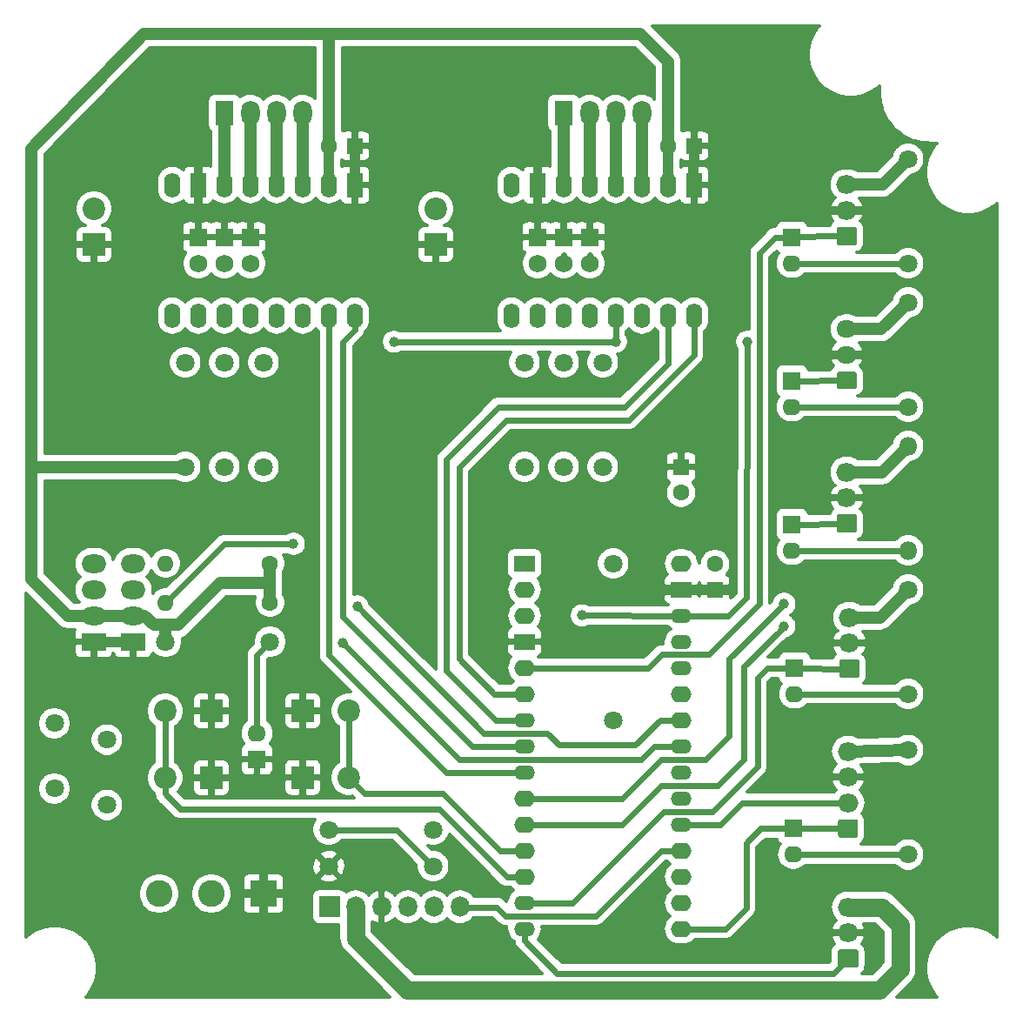
<source format=gbr>
G04 #@! TF.GenerationSoftware,KiCad,Pcbnew,(5.1.5)-3*
G04 #@! TF.CreationDate,2021-02-07T21:58:35+01:00*
G04 #@! TF.ProjectId,power-board,706f7765-722d-4626-9f61-72642e6b6963,rev?*
G04 #@! TF.SameCoordinates,Original*
G04 #@! TF.FileFunction,Copper,L1,Top*
G04 #@! TF.FilePolarity,Positive*
%FSLAX46Y46*%
G04 Gerber Fmt 4.6, Leading zero omitted, Abs format (unit mm)*
G04 Created by KiCad (PCBNEW (5.1.5)-3) date 2021-02-07 21:58:35*
%MOMM*%
%LPD*%
G04 APERTURE LIST*
%ADD10O,2.000000X1.800000*%
%ADD11C,0.100000*%
%ADD12O,2.400000X1.800000*%
%ADD13R,2.400000X1.800000*%
%ADD14C,1.800000*%
%ADD15O,1.800000X2.000000*%
%ADD16R,2.000000X2.000000*%
%ADD17O,2.000000X1.600000*%
%ADD18O,2.000000X1.400000*%
%ADD19R,2.000000X1.600000*%
%ADD20O,1.800000X1.600000*%
%ADD21R,1.800000X1.800000*%
%ADD22C,1.600000*%
%ADD23R,1.600000X1.600000*%
%ADD24O,1.600000X1.600000*%
%ADD25O,1.800000X1.800000*%
%ADD26R,2.200000X2.200000*%
%ADD27C,2.200000*%
%ADD28O,1.950000X1.700000*%
%ADD29O,1.800000X2.400000*%
%ADD30R,1.800000X2.400000*%
%ADD31C,1.750000*%
%ADD32R,1.750000X1.750000*%
%ADD33C,2.600000*%
%ADD34R,2.600000X2.600000*%
%ADD35R,1.600000X2.400000*%
%ADD36O,1.600000X2.400000*%
%ADD37C,0.800000*%
%ADD38C,1.000000*%
%ADD39C,1.200000*%
%ADD40C,0.600000*%
%ADD41C,1.000000*%
%ADD42C,1.800000*%
%ADD43C,0.300000*%
G04 APERTURE END LIST*
D10*
X182626000Y-119881000D03*
X182626000Y-122381000D03*
X182626000Y-124881000D03*
G04 #@! TA.AperFunction,ComponentPad*
D11*
G36*
X183362335Y-126482274D02*
G01*
X183388021Y-126486084D01*
X183413209Y-126492394D01*
X183437658Y-126501141D01*
X183461132Y-126512244D01*
X183483404Y-126525593D01*
X183504260Y-126541061D01*
X183523500Y-126558500D01*
X183540939Y-126577740D01*
X183556407Y-126598596D01*
X183569756Y-126620868D01*
X183580859Y-126644342D01*
X183589606Y-126668791D01*
X183595916Y-126693979D01*
X183599726Y-126719665D01*
X183601000Y-126745600D01*
X183601000Y-128016400D01*
X183599726Y-128042335D01*
X183595916Y-128068021D01*
X183589606Y-128093209D01*
X183580859Y-128117658D01*
X183569756Y-128141132D01*
X183556407Y-128163404D01*
X183540939Y-128184260D01*
X183523500Y-128203500D01*
X183504260Y-128220939D01*
X183483404Y-128236407D01*
X183461132Y-128249756D01*
X183437658Y-128260859D01*
X183413209Y-128269606D01*
X183388021Y-128275916D01*
X183362335Y-128279726D01*
X183336400Y-128281000D01*
X181915600Y-128281000D01*
X181889665Y-128279726D01*
X181863979Y-128275916D01*
X181838791Y-128269606D01*
X181814342Y-128260859D01*
X181790868Y-128249756D01*
X181768596Y-128236407D01*
X181747740Y-128220939D01*
X181728500Y-128203500D01*
X181711061Y-128184260D01*
X181695593Y-128163404D01*
X181682244Y-128141132D01*
X181671141Y-128117658D01*
X181662394Y-128093209D01*
X181656084Y-128068021D01*
X181652274Y-128042335D01*
X181651000Y-128016400D01*
X181651000Y-126745600D01*
X181652274Y-126719665D01*
X181656084Y-126693979D01*
X181662394Y-126668791D01*
X181671141Y-126644342D01*
X181682244Y-126620868D01*
X181695593Y-126598596D01*
X181711061Y-126577740D01*
X181728500Y-126558500D01*
X181747740Y-126541061D01*
X181768596Y-126525593D01*
X181790868Y-126512244D01*
X181814342Y-126501141D01*
X181838791Y-126492394D01*
X181863979Y-126486084D01*
X181889665Y-126482274D01*
X181915600Y-126481000D01*
X183336400Y-126481000D01*
X183362335Y-126482274D01*
G37*
G04 #@! TD.AperFunction*
D12*
X113030000Y-101600000D03*
X113030000Y-104140000D03*
X113030000Y-106680000D03*
D13*
X113030000Y-109220000D03*
D14*
X142240000Y-131064000D03*
X132080000Y-131064000D03*
X142240000Y-127508000D03*
X132080000Y-127508000D03*
D15*
X144843500Y-135001000D03*
X142303500Y-135001000D03*
X139763500Y-135001000D03*
X137223500Y-135001000D03*
X134683500Y-135001000D03*
D16*
X132143500Y-135001000D03*
D14*
X159766000Y-116840000D03*
X159766000Y-101600000D03*
D17*
X166370000Y-137160000D03*
D18*
X151130000Y-137160000D03*
D17*
X166370000Y-101600000D03*
D18*
X151130000Y-134620000D03*
D19*
X166370000Y-104140000D03*
D17*
X151130000Y-132080000D03*
D18*
X166370000Y-106680000D03*
D17*
X151130000Y-129540000D03*
D18*
X166370000Y-109220000D03*
D17*
X151130000Y-127000000D03*
D18*
X166370000Y-111760000D03*
D17*
X151130000Y-124460000D03*
X166370000Y-114300000D03*
D18*
X151130000Y-121920000D03*
D17*
X166370000Y-116840000D03*
D18*
X151130000Y-119380000D03*
X166370000Y-119380000D03*
X151130000Y-116840000D03*
X166370000Y-121920000D03*
D17*
X151130000Y-114300000D03*
D18*
X166370000Y-124460000D03*
D17*
X151130000Y-111760000D03*
D18*
X166370000Y-127000000D03*
D19*
X151130000Y-109220000D03*
D17*
X166370000Y-129540000D03*
X151130000Y-106680000D03*
X166370000Y-132080000D03*
X151130000Y-104140000D03*
X166370000Y-134620000D03*
D19*
X151130000Y-101600000D03*
D14*
X116205000Y-109220000D03*
X126365000Y-109220000D03*
D20*
X125095000Y-118110000D03*
D21*
X125095000Y-120650000D03*
D20*
X177165000Y-100330000D03*
D21*
X177165000Y-97790000D03*
D20*
X177165000Y-86360000D03*
D21*
X177165000Y-83820000D03*
D20*
X177419000Y-114300000D03*
D21*
X177419000Y-111760000D03*
D20*
X177165000Y-72390000D03*
D21*
X177165000Y-69850000D03*
D20*
X177292000Y-129921000D03*
D21*
X177292000Y-127381000D03*
D22*
X169672000Y-101640000D03*
D23*
X169672000Y-104140000D03*
D14*
X110490000Y-118745000D03*
X105390000Y-117145000D03*
X110490000Y-125095000D03*
X105390000Y-123495000D03*
X188468000Y-119761000D03*
X188468000Y-129921000D03*
D10*
X182499000Y-92710000D03*
X182499000Y-95210000D03*
G04 #@! TA.AperFunction,ComponentPad*
D11*
G36*
X183260335Y-96811274D02*
G01*
X183286021Y-96815084D01*
X183311209Y-96821394D01*
X183335658Y-96830141D01*
X183359132Y-96841244D01*
X183381404Y-96854593D01*
X183402260Y-96870061D01*
X183421500Y-96887500D01*
X183438939Y-96906740D01*
X183454407Y-96927596D01*
X183467756Y-96949868D01*
X183478859Y-96973342D01*
X183487606Y-96997791D01*
X183493916Y-97022979D01*
X183497726Y-97048665D01*
X183499000Y-97074600D01*
X183499000Y-98345400D01*
X183497726Y-98371335D01*
X183493916Y-98397021D01*
X183487606Y-98422209D01*
X183478859Y-98446658D01*
X183467756Y-98470132D01*
X183454407Y-98492404D01*
X183438939Y-98513260D01*
X183421500Y-98532500D01*
X183402260Y-98549939D01*
X183381404Y-98565407D01*
X183359132Y-98578756D01*
X183335658Y-98589859D01*
X183311209Y-98598606D01*
X183286021Y-98604916D01*
X183260335Y-98608726D01*
X183234400Y-98610000D01*
X181763600Y-98610000D01*
X181737665Y-98608726D01*
X181711979Y-98604916D01*
X181686791Y-98598606D01*
X181662342Y-98589859D01*
X181638868Y-98578756D01*
X181616596Y-98565407D01*
X181595740Y-98549939D01*
X181576500Y-98532500D01*
X181559061Y-98513260D01*
X181543593Y-98492404D01*
X181530244Y-98470132D01*
X181519141Y-98446658D01*
X181510394Y-98422209D01*
X181504084Y-98397021D01*
X181500274Y-98371335D01*
X181499000Y-98345400D01*
X181499000Y-97074600D01*
X181500274Y-97048665D01*
X181504084Y-97022979D01*
X181510394Y-96997791D01*
X181519141Y-96973342D01*
X181530244Y-96949868D01*
X181543593Y-96927596D01*
X181559061Y-96906740D01*
X181576500Y-96887500D01*
X181595740Y-96870061D01*
X181616596Y-96854593D01*
X181638868Y-96841244D01*
X181662342Y-96830141D01*
X181686791Y-96821394D01*
X181711979Y-96815084D01*
X181737665Y-96811274D01*
X181763600Y-96810000D01*
X183234400Y-96810000D01*
X183260335Y-96811274D01*
G37*
G04 #@! TD.AperFunction*
D24*
X116205000Y-105410000D03*
D22*
X126365000Y-105410000D03*
D24*
X116205000Y-101600000D03*
D22*
X126365000Y-101600000D03*
D25*
X188468000Y-90170000D03*
X188468000Y-100330000D03*
D14*
X188468000Y-76200000D03*
X188468000Y-86360000D03*
X188468000Y-104140000D03*
X188468000Y-114300000D03*
X188468000Y-62230000D03*
X188468000Y-72390000D03*
D26*
X129540000Y-115928000D03*
D27*
X134040000Y-115928000D03*
D26*
X129540000Y-122428000D03*
D27*
X134040000Y-122428000D03*
X116150000Y-115951000D03*
D26*
X120650000Y-115951000D03*
D27*
X116150000Y-122451000D03*
D26*
X120650000Y-122451000D03*
D23*
X166370000Y-92202000D03*
D22*
X166370000Y-94702000D03*
D12*
X109220000Y-101600000D03*
X109220000Y-104140000D03*
X109220000Y-106680000D03*
D13*
X109220000Y-109220000D03*
D10*
X182626000Y-135041000D03*
X182626000Y-137541000D03*
G04 #@! TA.AperFunction,ComponentPad*
D11*
G36*
X183387335Y-139142274D02*
G01*
X183413021Y-139146084D01*
X183438209Y-139152394D01*
X183462658Y-139161141D01*
X183486132Y-139172244D01*
X183508404Y-139185593D01*
X183529260Y-139201061D01*
X183548500Y-139218500D01*
X183565939Y-139237740D01*
X183581407Y-139258596D01*
X183594756Y-139280868D01*
X183605859Y-139304342D01*
X183614606Y-139328791D01*
X183620916Y-139353979D01*
X183624726Y-139379665D01*
X183626000Y-139405600D01*
X183626000Y-140676400D01*
X183624726Y-140702335D01*
X183620916Y-140728021D01*
X183614606Y-140753209D01*
X183605859Y-140777658D01*
X183594756Y-140801132D01*
X183581407Y-140823404D01*
X183565939Y-140844260D01*
X183548500Y-140863500D01*
X183529260Y-140880939D01*
X183508404Y-140896407D01*
X183486132Y-140909756D01*
X183462658Y-140920859D01*
X183438209Y-140929606D01*
X183413021Y-140935916D01*
X183387335Y-140939726D01*
X183361400Y-140941000D01*
X181890600Y-140941000D01*
X181864665Y-140939726D01*
X181838979Y-140935916D01*
X181813791Y-140929606D01*
X181789342Y-140920859D01*
X181765868Y-140909756D01*
X181743596Y-140896407D01*
X181722740Y-140880939D01*
X181703500Y-140863500D01*
X181686061Y-140844260D01*
X181670593Y-140823404D01*
X181657244Y-140801132D01*
X181646141Y-140777658D01*
X181637394Y-140753209D01*
X181631084Y-140728021D01*
X181627274Y-140702335D01*
X181626000Y-140676400D01*
X181626000Y-139405600D01*
X181627274Y-139379665D01*
X181631084Y-139353979D01*
X181637394Y-139328791D01*
X181646141Y-139304342D01*
X181657244Y-139280868D01*
X181670593Y-139258596D01*
X181686061Y-139237740D01*
X181703500Y-139218500D01*
X181722740Y-139201061D01*
X181743596Y-139185593D01*
X181765868Y-139172244D01*
X181789342Y-139161141D01*
X181813791Y-139152394D01*
X181838979Y-139146084D01*
X181864665Y-139142274D01*
X181890600Y-139141000D01*
X183361400Y-139141000D01*
X183387335Y-139142274D01*
G37*
G04 #@! TD.AperFunction*
D10*
X182753000Y-106847000D03*
X182753000Y-109347000D03*
G04 #@! TA.AperFunction,ComponentPad*
D11*
G36*
X183514335Y-110948274D02*
G01*
X183540021Y-110952084D01*
X183565209Y-110958394D01*
X183589658Y-110967141D01*
X183613132Y-110978244D01*
X183635404Y-110991593D01*
X183656260Y-111007061D01*
X183675500Y-111024500D01*
X183692939Y-111043740D01*
X183708407Y-111064596D01*
X183721756Y-111086868D01*
X183732859Y-111110342D01*
X183741606Y-111134791D01*
X183747916Y-111159979D01*
X183751726Y-111185665D01*
X183753000Y-111211600D01*
X183753000Y-112482400D01*
X183751726Y-112508335D01*
X183747916Y-112534021D01*
X183741606Y-112559209D01*
X183732859Y-112583658D01*
X183721756Y-112607132D01*
X183708407Y-112629404D01*
X183692939Y-112650260D01*
X183675500Y-112669500D01*
X183656260Y-112686939D01*
X183635404Y-112702407D01*
X183613132Y-112715756D01*
X183589658Y-112726859D01*
X183565209Y-112735606D01*
X183540021Y-112741916D01*
X183514335Y-112745726D01*
X183488400Y-112747000D01*
X182017600Y-112747000D01*
X181991665Y-112745726D01*
X181965979Y-112741916D01*
X181940791Y-112735606D01*
X181916342Y-112726859D01*
X181892868Y-112715756D01*
X181870596Y-112702407D01*
X181849740Y-112686939D01*
X181830500Y-112669500D01*
X181813061Y-112650260D01*
X181797593Y-112629404D01*
X181784244Y-112607132D01*
X181773141Y-112583658D01*
X181764394Y-112559209D01*
X181758084Y-112534021D01*
X181754274Y-112508335D01*
X181753000Y-112482400D01*
X181753000Y-111211600D01*
X181754274Y-111185665D01*
X181758084Y-111159979D01*
X181764394Y-111134791D01*
X181773141Y-111110342D01*
X181784244Y-111086868D01*
X181797593Y-111064596D01*
X181813061Y-111043740D01*
X181830500Y-111024500D01*
X181849740Y-111007061D01*
X181870596Y-110991593D01*
X181892868Y-110978244D01*
X181916342Y-110967141D01*
X181940791Y-110958394D01*
X181965979Y-110952084D01*
X181991665Y-110948274D01*
X182017600Y-110947000D01*
X183488400Y-110947000D01*
X183514335Y-110948274D01*
G37*
G04 #@! TD.AperFunction*
D28*
X182499000Y-78780000D03*
X182499000Y-81280000D03*
G04 #@! TA.AperFunction,ComponentPad*
D11*
G36*
X183248504Y-82931204D02*
G01*
X183272773Y-82934804D01*
X183296571Y-82940765D01*
X183319671Y-82949030D01*
X183341849Y-82959520D01*
X183362893Y-82972133D01*
X183382598Y-82986747D01*
X183400777Y-83003223D01*
X183417253Y-83021402D01*
X183431867Y-83041107D01*
X183444480Y-83062151D01*
X183454970Y-83084329D01*
X183463235Y-83107429D01*
X183469196Y-83131227D01*
X183472796Y-83155496D01*
X183474000Y-83180000D01*
X183474000Y-84380000D01*
X183472796Y-84404504D01*
X183469196Y-84428773D01*
X183463235Y-84452571D01*
X183454970Y-84475671D01*
X183444480Y-84497849D01*
X183431867Y-84518893D01*
X183417253Y-84538598D01*
X183400777Y-84556777D01*
X183382598Y-84573253D01*
X183362893Y-84587867D01*
X183341849Y-84600480D01*
X183319671Y-84610970D01*
X183296571Y-84619235D01*
X183272773Y-84625196D01*
X183248504Y-84628796D01*
X183224000Y-84630000D01*
X181774000Y-84630000D01*
X181749496Y-84628796D01*
X181725227Y-84625196D01*
X181701429Y-84619235D01*
X181678329Y-84610970D01*
X181656151Y-84600480D01*
X181635107Y-84587867D01*
X181615402Y-84573253D01*
X181597223Y-84556777D01*
X181580747Y-84538598D01*
X181566133Y-84518893D01*
X181553520Y-84497849D01*
X181543030Y-84475671D01*
X181534765Y-84452571D01*
X181528804Y-84428773D01*
X181525204Y-84404504D01*
X181524000Y-84380000D01*
X181524000Y-83180000D01*
X181525204Y-83155496D01*
X181528804Y-83131227D01*
X181534765Y-83107429D01*
X181543030Y-83084329D01*
X181553520Y-83062151D01*
X181566133Y-83041107D01*
X181580747Y-83021402D01*
X181597223Y-83003223D01*
X181615402Y-82986747D01*
X181635107Y-82972133D01*
X181656151Y-82959520D01*
X181678329Y-82949030D01*
X181701429Y-82940765D01*
X181725227Y-82934804D01*
X181749496Y-82931204D01*
X181774000Y-82930000D01*
X183224000Y-82930000D01*
X183248504Y-82931204D01*
G37*
G04 #@! TD.AperFunction*
D10*
X182499000Y-64723000D03*
X182499000Y-67223000D03*
G04 #@! TA.AperFunction,ComponentPad*
D11*
G36*
X183260335Y-68824274D02*
G01*
X183286021Y-68828084D01*
X183311209Y-68834394D01*
X183335658Y-68843141D01*
X183359132Y-68854244D01*
X183381404Y-68867593D01*
X183402260Y-68883061D01*
X183421500Y-68900500D01*
X183438939Y-68919740D01*
X183454407Y-68940596D01*
X183467756Y-68962868D01*
X183478859Y-68986342D01*
X183487606Y-69010791D01*
X183493916Y-69035979D01*
X183497726Y-69061665D01*
X183499000Y-69087600D01*
X183499000Y-70358400D01*
X183497726Y-70384335D01*
X183493916Y-70410021D01*
X183487606Y-70435209D01*
X183478859Y-70459658D01*
X183467756Y-70483132D01*
X183454407Y-70505404D01*
X183438939Y-70526260D01*
X183421500Y-70545500D01*
X183402260Y-70562939D01*
X183381404Y-70578407D01*
X183359132Y-70591756D01*
X183335658Y-70602859D01*
X183311209Y-70611606D01*
X183286021Y-70617916D01*
X183260335Y-70621726D01*
X183234400Y-70623000D01*
X181763600Y-70623000D01*
X181737665Y-70621726D01*
X181711979Y-70617916D01*
X181686791Y-70611606D01*
X181662342Y-70602859D01*
X181638868Y-70591756D01*
X181616596Y-70578407D01*
X181595740Y-70562939D01*
X181576500Y-70545500D01*
X181559061Y-70526260D01*
X181543593Y-70505404D01*
X181530244Y-70483132D01*
X181519141Y-70459658D01*
X181510394Y-70435209D01*
X181504084Y-70410021D01*
X181500274Y-70384335D01*
X181499000Y-70358400D01*
X181499000Y-69087600D01*
X181500274Y-69061665D01*
X181504084Y-69035979D01*
X181510394Y-69010791D01*
X181519141Y-68986342D01*
X181530244Y-68962868D01*
X181543593Y-68940596D01*
X181559061Y-68919740D01*
X181576500Y-68900500D01*
X181595740Y-68883061D01*
X181616596Y-68867593D01*
X181638868Y-68854244D01*
X181662342Y-68843141D01*
X181686791Y-68834394D01*
X181711979Y-68828084D01*
X181737665Y-68824274D01*
X181763600Y-68823000D01*
X183234400Y-68823000D01*
X183260335Y-68824274D01*
G37*
G04 #@! TD.AperFunction*
D14*
X158750000Y-92202000D03*
X158750000Y-82042000D03*
X154940000Y-92202000D03*
X154940000Y-82042000D03*
X151130000Y-92202000D03*
X151130000Y-82042000D03*
D23*
X134620000Y-60960000D03*
D22*
X132120000Y-60960000D03*
D14*
X125730000Y-92202000D03*
X125730000Y-82042000D03*
X121920000Y-92202000D03*
X121920000Y-82042000D03*
X118110000Y-92202000D03*
X118110000Y-82042000D03*
D29*
X162560000Y-57785000D03*
X160020000Y-57785000D03*
X157480000Y-57785000D03*
D30*
X154940000Y-57785000D03*
D31*
X119380000Y-72390000D03*
D32*
X119380000Y-69850000D03*
D31*
X121920000Y-72390000D03*
D32*
X121920000Y-69850000D03*
D31*
X124460000Y-72390000D03*
D32*
X124460000Y-69850000D03*
D26*
X109220000Y-70556000D03*
D27*
X109220000Y-67056000D03*
D29*
X129540000Y-57785000D03*
X127000000Y-57785000D03*
X124460000Y-57785000D03*
D30*
X121920000Y-57785000D03*
D23*
X167640000Y-60960000D03*
D22*
X165140000Y-60960000D03*
D26*
X142494000Y-70556000D03*
D27*
X142494000Y-67056000D03*
D31*
X152400000Y-72390000D03*
D32*
X152400000Y-69850000D03*
D31*
X154940000Y-72390000D03*
D32*
X154940000Y-69850000D03*
D31*
X157480000Y-72390000D03*
D32*
X157480000Y-69850000D03*
D33*
X115570000Y-133731000D03*
X120650000Y-133731000D03*
D34*
X125730000Y-133731000D03*
D35*
X167640000Y-64770000D03*
D36*
X149860000Y-77470000D03*
X165100000Y-64770000D03*
X152400000Y-77470000D03*
X162560000Y-64770000D03*
X154940000Y-77470000D03*
X160020000Y-64770000D03*
X157480000Y-77470000D03*
X157480000Y-64770000D03*
X160020000Y-77470000D03*
X154940000Y-64770000D03*
X162560000Y-77470000D03*
D35*
X152400000Y-64770000D03*
D36*
X165100000Y-77470000D03*
X149860000Y-64770000D03*
X167640000Y-77470000D03*
D35*
X134620000Y-64770000D03*
D36*
X116840000Y-77470000D03*
X132080000Y-64770000D03*
X119380000Y-77470000D03*
X129540000Y-64770000D03*
X121920000Y-77470000D03*
X127000000Y-64770000D03*
X124460000Y-77470000D03*
X124460000Y-64770000D03*
X127000000Y-77470000D03*
X121920000Y-64770000D03*
X129540000Y-77470000D03*
D35*
X119380000Y-64770000D03*
D36*
X132080000Y-77470000D03*
X116840000Y-64770000D03*
X134620000Y-77470000D03*
D37*
X134620000Y-53340000D03*
X116332000Y-53340000D03*
X107950000Y-62230000D03*
X155067000Y-101600000D03*
X134620000Y-72390000D03*
X129540000Y-72390000D03*
X182499000Y-60960000D03*
X182372000Y-74803000D03*
X182372000Y-88646000D03*
X151130000Y-140716000D03*
X109220000Y-88646000D03*
X138430000Y-77470000D03*
X109220000Y-95250000D03*
X129540000Y-95250000D03*
X140970000Y-109220000D03*
X182626000Y-116840000D03*
X182626000Y-132080000D03*
X129286000Y-109347000D03*
X120142000Y-109474000D03*
X115697000Y-136779000D03*
X167741600Y-72237600D03*
X123444000Y-106045000D03*
X144780000Y-62230000D03*
X161671000Y-82423000D03*
X138430000Y-82550000D03*
X147320000Y-77470000D03*
X147320000Y-82550000D03*
X138430000Y-95250000D03*
X109220000Y-82550000D03*
X147320000Y-95250000D03*
X129540000Y-82550000D03*
X162179000Y-109220000D03*
X155067000Y-109220000D03*
X192532000Y-123698000D03*
X192532000Y-109220000D03*
X192532000Y-95250000D03*
X192532000Y-81280000D03*
X129540000Y-88646000D03*
X120650000Y-136779000D03*
X192532000Y-73406000D03*
X147320000Y-53467000D03*
X161290000Y-53213000D03*
X176276000Y-120142000D03*
X176276000Y-92202000D03*
X176276000Y-77470000D03*
X138430000Y-88646000D03*
X156870400Y-138112500D03*
X163703000Y-138049000D03*
X162509200Y-72339200D03*
X163703000Y-133477000D03*
X141033500Y-140779500D03*
X137160000Y-129159000D03*
X184912000Y-102235000D03*
X184785000Y-140081000D03*
X184785000Y-137541000D03*
X173355000Y-53213000D03*
X129413000Y-53340000D03*
X154178000Y-138176000D03*
X125349000Y-127381000D03*
X111125000Y-109220000D03*
X185801000Y-135001000D03*
X184404000Y-135001000D03*
X134683500Y-138080750D03*
X134683500Y-136715500D03*
X107061000Y-106680000D03*
X111125000Y-106680000D03*
D38*
X134874000Y-105791000D03*
X128651000Y-99695000D03*
X133477000Y-109347000D03*
X176403000Y-105537000D03*
X176403002Y-107696000D03*
X160020000Y-80010000D03*
X138430000Y-80010000D03*
X172821600Y-80010000D03*
X156718000Y-106654600D03*
D39*
X129540000Y-57785000D02*
X129540000Y-64770000D01*
X127000000Y-64770000D02*
X127000000Y-57785000D01*
X124460000Y-57785000D02*
X124460000Y-64770000D01*
X121920000Y-64770000D02*
X121920000Y-57785000D01*
D40*
X167600000Y-64730000D02*
X167640000Y-64770000D01*
D41*
X134620000Y-60960000D02*
X134620000Y-64770000D01*
X167640000Y-60960000D02*
X167600000Y-64730000D01*
X109220000Y-109220000D02*
X113030000Y-109220000D01*
D40*
X154939999Y-71610000D02*
X154940000Y-71610001D01*
X157479999Y-71610001D02*
X157480000Y-71610000D01*
D39*
X162560000Y-57785000D02*
X162560000Y-64770000D01*
X160020000Y-57785000D02*
X160020000Y-64770000D01*
X157480000Y-57785000D02*
X157480000Y-64770000D01*
X154940000Y-57785000D02*
X154940000Y-64770000D01*
D40*
X132071000Y-64761000D02*
X132080000Y-64770000D01*
X132120000Y-64730000D02*
X132080000Y-64770000D01*
D41*
X132120000Y-60960000D02*
X132120000Y-64730000D01*
X165140000Y-60960000D02*
X165100000Y-64770000D01*
D40*
X187060001Y-141340001D02*
X186933001Y-141340001D01*
D39*
X132080000Y-50038000D02*
X114046000Y-50038000D01*
X103124000Y-61214000D02*
X103124000Y-92011500D01*
X114046000Y-50038000D02*
X103124000Y-61214000D01*
X132080000Y-50038000D02*
X132120000Y-60960000D01*
X103314500Y-92202000D02*
X103124000Y-92011500D01*
X118110000Y-92202000D02*
X103314500Y-92202000D01*
X109220000Y-106680000D02*
X107061000Y-106680000D01*
X103124000Y-103124000D02*
X103124000Y-92011500D01*
X106680000Y-106680000D02*
X103124000Y-103124000D01*
D42*
X134683500Y-137223500D02*
X134683500Y-136715500D01*
X134683500Y-138080750D02*
X134683500Y-137223500D01*
X183884999Y-143140001D02*
X139742751Y-143140001D01*
X139742751Y-143140001D02*
X134683500Y-138080750D01*
D39*
X126365000Y-105410000D02*
X126365000Y-101600000D01*
X185928000Y-92710000D02*
X182499000Y-92710000D01*
X188468000Y-90170000D02*
X185928000Y-92710000D01*
X185888000Y-78780000D02*
X188468000Y-76200000D01*
X182499000Y-78780000D02*
X185888000Y-78780000D01*
X185975000Y-64723000D02*
X188468000Y-62230000D01*
X182499000Y-64723000D02*
X185975000Y-64723000D01*
X185761000Y-106847000D02*
X188468000Y-104140000D01*
X182753000Y-106847000D02*
X185761000Y-106847000D01*
X162433000Y-50038000D02*
X132080000Y-50038000D01*
X165140000Y-60960000D02*
X165140000Y-52745000D01*
X165140000Y-52745000D02*
X162433000Y-50038000D01*
D40*
X165180000Y-52705000D02*
X165140000Y-52745000D01*
D39*
X182626000Y-119881000D02*
X188468000Y-119761000D01*
D42*
X134683500Y-138080750D02*
X134683500Y-138080750D01*
X134683500Y-136715500D02*
X134683500Y-135001000D01*
D39*
X107061000Y-106680000D02*
X106680000Y-106680000D01*
X109220000Y-106680000D02*
X113030000Y-106680000D01*
X126365000Y-103505000D02*
X121539000Y-103505000D01*
X121539000Y-103505000D02*
X117475000Y-107569000D01*
X117475000Y-107569000D02*
X116332000Y-107569000D01*
D40*
X116332000Y-107820208D02*
X116332000Y-107569000D01*
D39*
X115062000Y-107569000D02*
X114173000Y-106680000D01*
X114173000Y-106680000D02*
X113030000Y-106680000D01*
X116332000Y-107569000D02*
X115062000Y-107569000D01*
D40*
X116205000Y-107947208D02*
X116332000Y-107820208D01*
D39*
X116205000Y-109220000D02*
X116205000Y-107947208D01*
D42*
X185662999Y-143140001D02*
X187706000Y-141097000D01*
X184138999Y-143140001D02*
X185662999Y-143140001D01*
X187706000Y-141097000D02*
X187706000Y-136779000D01*
X187706000Y-136779000D02*
X185968000Y-135041000D01*
X185968000Y-135041000D02*
X182626000Y-135041000D01*
D40*
X164338000Y-116840000D02*
X166370000Y-116840000D01*
X147193000Y-118110000D02*
X153342999Y-118110000D01*
X134874000Y-105791000D02*
X147193000Y-118110000D01*
X153342999Y-118110000D02*
X154485999Y-119253000D01*
X154485999Y-119253000D02*
X161925000Y-119253000D01*
X161925000Y-119253000D02*
X164338000Y-116840000D01*
X121920000Y-99695000D02*
X116205000Y-105410000D01*
X128651000Y-99695000D02*
X121920000Y-99695000D01*
X144780000Y-120650000D02*
X133477000Y-109347000D01*
X162483800Y-120650000D02*
X144780000Y-120650000D01*
X166370000Y-119380000D02*
X163753800Y-119380000D01*
X163753800Y-119380000D02*
X162483800Y-120650000D01*
X176443000Y-69810000D02*
X177165000Y-69850000D01*
X182499000Y-69723000D02*
X176443000Y-69810000D01*
X163195000Y-111760000D02*
X151130000Y-111760000D01*
X164490400Y-110464600D02*
X163195000Y-111760000D01*
X175514000Y-69850000D02*
X173990000Y-71374000D01*
X173990000Y-71374000D02*
X173990000Y-105537000D01*
X173990000Y-105537000D02*
X169062400Y-110464600D01*
X177165000Y-69850000D02*
X175514000Y-69850000D01*
X169062400Y-110464600D02*
X164490400Y-110464600D01*
X181610000Y-83780000D02*
X181610000Y-83820000D01*
X182499000Y-83780000D02*
X181610000Y-83780000D01*
X177165000Y-83820000D02*
X182499000Y-83780000D01*
X171069000Y-110871000D02*
X176339500Y-105600500D01*
X160578800Y-124460000D02*
X164388800Y-120650000D01*
X151130000Y-124460000D02*
X160578800Y-124460000D01*
X164388800Y-120650000D02*
X168783000Y-120650000D01*
X168783000Y-120650000D02*
X171069000Y-118364000D01*
X171069000Y-118364000D02*
X171069000Y-110871000D01*
X181610000Y-97790000D02*
X181610000Y-97750000D01*
X177165000Y-97790000D02*
X182499000Y-97710000D01*
X175903003Y-108195999D02*
X176403002Y-107696000D01*
X172466000Y-111633002D02*
X175903003Y-108195999D01*
X160655000Y-127000000D02*
X164465000Y-123190000D01*
X164465000Y-123190000D02*
X169926000Y-123190000D01*
X169926000Y-123190000D02*
X172466000Y-120650000D01*
X151130000Y-127000000D02*
X160655000Y-127000000D01*
X172466000Y-120650000D02*
X172466000Y-111633002D01*
X182753000Y-111847000D02*
X177419000Y-111760000D01*
X164642800Y-125730000D02*
X155752800Y-134620000D01*
X174752000Y-111760000D02*
X173799500Y-112712500D01*
X173799500Y-112712500D02*
X173799500Y-121348500D01*
X155752800Y-134620000D02*
X151130000Y-134620000D01*
X169418000Y-125730000D02*
X164642800Y-125730000D01*
X177419000Y-111760000D02*
X174752000Y-111760000D01*
X173799500Y-121348500D02*
X169418000Y-125730000D01*
X181189000Y-141478000D02*
X182626000Y-140041000D01*
X154305000Y-141478000D02*
X181189000Y-141478000D01*
X151130000Y-137160000D02*
X151130000Y-138303000D01*
X151130000Y-138303000D02*
X154305000Y-141478000D01*
X165100000Y-82169000D02*
X165100000Y-77470000D01*
X151130000Y-116840000D02*
X148336000Y-116840000D01*
X143510000Y-112014000D02*
X143510000Y-91440000D01*
X143510000Y-91440000D02*
X148590000Y-86360000D01*
X160909000Y-86360000D02*
X165100000Y-82169000D01*
X148336000Y-116840000D02*
X143510000Y-112014000D01*
X148590000Y-86360000D02*
X160909000Y-86360000D01*
X167640000Y-81280000D02*
X167640000Y-77470000D01*
X161290000Y-87630000D02*
X167640000Y-81280000D01*
X148209000Y-114300000D02*
X144780000Y-110871000D01*
X151130000Y-114300000D02*
X148209000Y-114300000D01*
X144780000Y-110871000D02*
X144780000Y-92202000D01*
X144780000Y-92202000D02*
X149352000Y-87630000D01*
X149352000Y-87630000D02*
X161290000Y-87630000D01*
X132080000Y-110490000D02*
X143510000Y-121920000D01*
X132080000Y-77470000D02*
X132080000Y-110490000D01*
X143510000Y-121920000D02*
X151130000Y-121920000D01*
X134620000Y-78867000D02*
X134620000Y-77470000D01*
X133477000Y-80010000D02*
X134620000Y-78867000D01*
X133477000Y-106807000D02*
X133477000Y-80010000D01*
X151130000Y-119380000D02*
X146050000Y-119380000D01*
X146050000Y-119380000D02*
X133477000Y-106807000D01*
X134040000Y-122428000D02*
X134040000Y-116078000D01*
X135564000Y-123952000D02*
X134040000Y-122428000D01*
X143154400Y-123952000D02*
X135564000Y-123952000D01*
X151130000Y-129540000D02*
X148742400Y-129540000D01*
X148742400Y-129540000D02*
X143154400Y-123952000D01*
X116150000Y-115951000D02*
X116150000Y-122451000D01*
X117619366Y-125476000D02*
X142798800Y-125476000D01*
X149402800Y-132080000D02*
X151130000Y-132080000D01*
X142798800Y-125476000D02*
X149402800Y-132080000D01*
X116150000Y-122451000D02*
X116150000Y-124006634D01*
X116150000Y-124006634D02*
X117619366Y-125476000D01*
X160020000Y-77070000D02*
X160020000Y-77470000D01*
X160020000Y-80010000D02*
X138430000Y-80010000D01*
X160020000Y-77470000D02*
X160020000Y-80010000D01*
X170942000Y-106680000D02*
X166370000Y-106680000D01*
X172821600Y-80010000D02*
X172720000Y-104902000D01*
X172720000Y-104902000D02*
X170942000Y-106680000D01*
X156718000Y-106654600D02*
X166370000Y-106680000D01*
X177292000Y-129921000D02*
X188468000Y-129921000D01*
X188468000Y-72390000D02*
X177165000Y-72390000D01*
X177419000Y-114300000D02*
X188468000Y-114300000D01*
X177165000Y-86360000D02*
X188468000Y-86360000D01*
X177165000Y-100330000D02*
X188468000Y-100330000D01*
X125095000Y-110490000D02*
X126365000Y-109220000D01*
X125095000Y-118110000D02*
X125095000Y-110490000D01*
X144868900Y-135026400D02*
X144843500Y-135001000D01*
X164401500Y-129540000D02*
X158051500Y-135890000D01*
X166370000Y-129540000D02*
X164401500Y-129540000D01*
X158051500Y-135890000D02*
X149301200Y-135890000D01*
X149301200Y-135890000D02*
X148437600Y-135026400D01*
X148437600Y-135026400D02*
X144868900Y-135026400D01*
X138684000Y-127508000D02*
X142240000Y-131064000D01*
X132080000Y-127508000D02*
X138684000Y-127508000D01*
X182626000Y-127381000D02*
X177292000Y-127381000D01*
X170688000Y-137160000D02*
X166370000Y-137160000D01*
X172720000Y-128778000D02*
X172720000Y-135128000D01*
X177292000Y-127381000D02*
X174117000Y-127381000D01*
X172720000Y-135128000D02*
X170688000Y-137160000D01*
X174117000Y-127381000D02*
X172720000Y-128778000D01*
X170180000Y-127000000D02*
X166370000Y-127000000D01*
X182626000Y-124881000D02*
X172299000Y-124881000D01*
X172299000Y-124881000D02*
X170180000Y-127000000D01*
D43*
G36*
X179656485Y-49424529D02*
G01*
X179202318Y-50104238D01*
X178889482Y-50859490D01*
X178730000Y-51661261D01*
X178730000Y-52478739D01*
X178889482Y-53280510D01*
X179202318Y-54035762D01*
X179656485Y-54715471D01*
X180234529Y-55293515D01*
X180914238Y-55747682D01*
X181669490Y-56060518D01*
X182471261Y-56220000D01*
X183288739Y-56220000D01*
X184090510Y-56060518D01*
X184845762Y-55747682D01*
X185525471Y-55293515D01*
X185690001Y-55128985D01*
X185690001Y-55929120D01*
X185694374Y-55973515D01*
X185694208Y-55997231D01*
X185695571Y-56011127D01*
X185773296Y-56750635D01*
X185791513Y-56839380D01*
X185808504Y-56928449D01*
X185812540Y-56941815D01*
X186032423Y-57652142D01*
X186067530Y-57735658D01*
X186101497Y-57819731D01*
X186108053Y-57832059D01*
X186461718Y-58486149D01*
X186512393Y-58561278D01*
X186562029Y-58637129D01*
X186570854Y-58647949D01*
X187044831Y-59220889D01*
X187109120Y-59284731D01*
X187172556Y-59349510D01*
X187183309Y-59358404D01*
X187183314Y-59358409D01*
X187183316Y-59358410D01*
X187759549Y-59828374D01*
X187834989Y-59878497D01*
X187909825Y-59929738D01*
X187922107Y-59936378D01*
X188578651Y-60285468D01*
X188662432Y-60320000D01*
X188745752Y-60355711D01*
X188759084Y-60359837D01*
X188759091Y-60359840D01*
X188759098Y-60359841D01*
X189470935Y-60574759D01*
X189559837Y-60592362D01*
X189648498Y-60611207D01*
X189662384Y-60612666D01*
X190402417Y-60685227D01*
X190402420Y-60685227D01*
X190450880Y-60690000D01*
X191251014Y-60690000D01*
X191086485Y-60854529D01*
X190632318Y-61534238D01*
X190319482Y-62289490D01*
X190160000Y-63091261D01*
X190160000Y-63908739D01*
X190319482Y-64710510D01*
X190632318Y-65465762D01*
X191086485Y-66145471D01*
X191664529Y-66723515D01*
X192344238Y-67177682D01*
X193099490Y-67490518D01*
X193901261Y-67650000D01*
X194718739Y-67650000D01*
X195520510Y-67490518D01*
X196275762Y-67177682D01*
X196955471Y-66723515D01*
X197120000Y-66558986D01*
X197120001Y-137911015D01*
X196955471Y-137746485D01*
X196275762Y-137292318D01*
X195520510Y-136979482D01*
X194718739Y-136820000D01*
X193901261Y-136820000D01*
X193099490Y-136979482D01*
X192344238Y-137292318D01*
X191664529Y-137746485D01*
X191086485Y-138324529D01*
X190632318Y-139004238D01*
X190319482Y-139759490D01*
X190160000Y-140561261D01*
X190160000Y-141378739D01*
X190319482Y-142180510D01*
X190632318Y-142935762D01*
X191086485Y-143615471D01*
X191251014Y-143780000D01*
X187356451Y-143780000D01*
X188815413Y-142321039D01*
X188878371Y-142269371D01*
X189084562Y-142018126D01*
X189237777Y-141731483D01*
X189332125Y-141420456D01*
X189356000Y-141178052D01*
X189356000Y-141178051D01*
X189363983Y-141097000D01*
X189356000Y-141015948D01*
X189356000Y-136860041D01*
X189363982Y-136778999D01*
X189356000Y-136697957D01*
X189356000Y-136697948D01*
X189332125Y-136455544D01*
X189237777Y-136144517D01*
X189084562Y-135857874D01*
X188878371Y-135606629D01*
X188815412Y-135554960D01*
X187192044Y-133931593D01*
X187140371Y-133868629D01*
X186889126Y-133662438D01*
X186602483Y-133509223D01*
X186291456Y-133414875D01*
X186049052Y-133391000D01*
X186049042Y-133391000D01*
X185968000Y-133383018D01*
X185886958Y-133391000D01*
X182444948Y-133391000D01*
X182202544Y-133414875D01*
X181891517Y-133509223D01*
X181604874Y-133662438D01*
X181353629Y-133868629D01*
X181147438Y-134119874D01*
X180994223Y-134406517D01*
X180899875Y-134717544D01*
X180868017Y-135041000D01*
X180899875Y-135364456D01*
X180994223Y-135675483D01*
X181147438Y-135962126D01*
X181353629Y-136213371D01*
X181455348Y-136296850D01*
X181370806Y-136364977D01*
X181163572Y-136612941D01*
X181008695Y-136896570D01*
X180926527Y-137135799D01*
X181071213Y-137391000D01*
X182476000Y-137391000D01*
X182476000Y-137371000D01*
X182776000Y-137371000D01*
X182776000Y-137391000D01*
X184180787Y-137391000D01*
X184325473Y-137135799D01*
X184243305Y-136896570D01*
X184131052Y-136691000D01*
X185284549Y-136691000D01*
X186056001Y-137462453D01*
X186056000Y-140413548D01*
X184979548Y-141490001D01*
X184057947Y-141490001D01*
X184011999Y-141494527D01*
X183967200Y-141490114D01*
X184081396Y-141396396D01*
X184208026Y-141242097D01*
X184302120Y-141066059D01*
X184360063Y-140875046D01*
X184379628Y-140676400D01*
X184379628Y-139405600D01*
X184360063Y-139206954D01*
X184302120Y-139015941D01*
X184208026Y-138839903D01*
X184081396Y-138685604D01*
X183978219Y-138600929D01*
X184088428Y-138469059D01*
X184243305Y-138185430D01*
X184325473Y-137946201D01*
X184180787Y-137691000D01*
X182776000Y-137691000D01*
X182776000Y-137711000D01*
X182476000Y-137711000D01*
X182476000Y-137691000D01*
X181071213Y-137691000D01*
X180926527Y-137946201D01*
X181008695Y-138185430D01*
X181163572Y-138469059D01*
X181273781Y-138600929D01*
X181170604Y-138685604D01*
X181043974Y-138839903D01*
X180949880Y-139015941D01*
X180891937Y-139206954D01*
X180872372Y-139405600D01*
X180872372Y-140309705D01*
X180754077Y-140428000D01*
X154739925Y-140428000D01*
X152479162Y-138167239D01*
X152641464Y-137969474D01*
X152776106Y-137717576D01*
X152859019Y-137444250D01*
X152887015Y-137160000D01*
X152865347Y-136940000D01*
X157999932Y-136940000D01*
X158051500Y-136945079D01*
X158103068Y-136940000D01*
X158103078Y-136940000D01*
X158257336Y-136924807D01*
X158455262Y-136864767D01*
X158637671Y-136767267D01*
X158797554Y-136636054D01*
X158830437Y-136595986D01*
X164836425Y-130590000D01*
X165026566Y-130590000D01*
X165068682Y-130641318D01*
X165274222Y-130810000D01*
X165068682Y-130978682D01*
X164874987Y-131214700D01*
X164731059Y-131483971D01*
X164642428Y-131776147D01*
X164612501Y-132080000D01*
X164642428Y-132383853D01*
X164731059Y-132676029D01*
X164874987Y-132945300D01*
X165068682Y-133181318D01*
X165274222Y-133350000D01*
X165068682Y-133518682D01*
X164874987Y-133754700D01*
X164731059Y-134023971D01*
X164642428Y-134316147D01*
X164612501Y-134620000D01*
X164642428Y-134923853D01*
X164731059Y-135216029D01*
X164874987Y-135485300D01*
X165068682Y-135721318D01*
X165274222Y-135890000D01*
X165068682Y-136058682D01*
X164874987Y-136294700D01*
X164731059Y-136563971D01*
X164642428Y-136856147D01*
X164612501Y-137160000D01*
X164642428Y-137463853D01*
X164731059Y-137756029D01*
X164874987Y-138025300D01*
X165068682Y-138261318D01*
X165304700Y-138455013D01*
X165573971Y-138598941D01*
X165866147Y-138687572D01*
X166093862Y-138710000D01*
X166646138Y-138710000D01*
X166873853Y-138687572D01*
X167166029Y-138598941D01*
X167435300Y-138455013D01*
X167671318Y-138261318D01*
X167713434Y-138210000D01*
X170636432Y-138210000D01*
X170688000Y-138215079D01*
X170739568Y-138210000D01*
X170739578Y-138210000D01*
X170893836Y-138194807D01*
X171091762Y-138134767D01*
X171274171Y-138037267D01*
X171434054Y-137906054D01*
X171466937Y-137865986D01*
X173425991Y-135906933D01*
X173466054Y-135874054D01*
X173597267Y-135714171D01*
X173694767Y-135531762D01*
X173754807Y-135333836D01*
X173770000Y-135179578D01*
X173770000Y-135179568D01*
X173775079Y-135128000D01*
X173770000Y-135076432D01*
X173770000Y-129212923D01*
X174551925Y-128431000D01*
X175653755Y-128431000D01*
X175695739Y-128569401D01*
X175765381Y-128699693D01*
X175859105Y-128813895D01*
X175973307Y-128907619D01*
X176004730Y-128924415D01*
X175896987Y-129055700D01*
X175753059Y-129324971D01*
X175664428Y-129617147D01*
X175634501Y-129921000D01*
X175664428Y-130224853D01*
X175753059Y-130517029D01*
X175896987Y-130786300D01*
X176090682Y-131022318D01*
X176326700Y-131216013D01*
X176595971Y-131359941D01*
X176888147Y-131448572D01*
X177115862Y-131471000D01*
X177468138Y-131471000D01*
X177695853Y-131448572D01*
X177988029Y-131359941D01*
X178257300Y-131216013D01*
X178493318Y-131022318D01*
X178535434Y-130971000D01*
X187185149Y-130971000D01*
X187186361Y-130972814D01*
X187416186Y-131202639D01*
X187686432Y-131383211D01*
X187986713Y-131507592D01*
X188305489Y-131571000D01*
X188630511Y-131571000D01*
X188949287Y-131507592D01*
X189249568Y-131383211D01*
X189519814Y-131202639D01*
X189749639Y-130972814D01*
X189930211Y-130702568D01*
X190054592Y-130402287D01*
X190118000Y-130083511D01*
X190118000Y-129758489D01*
X190054592Y-129439713D01*
X189930211Y-129139432D01*
X189749639Y-128869186D01*
X189519814Y-128639361D01*
X189249568Y-128458789D01*
X188949287Y-128334408D01*
X188630511Y-128271000D01*
X188305489Y-128271000D01*
X187986713Y-128334408D01*
X187686432Y-128458789D01*
X187416186Y-128639361D01*
X187186361Y-128869186D01*
X187185149Y-128871000D01*
X183887179Y-128871000D01*
X183902097Y-128863026D01*
X184056396Y-128736396D01*
X184183026Y-128582097D01*
X184277120Y-128406059D01*
X184335063Y-128215046D01*
X184354628Y-128016400D01*
X184354628Y-126745600D01*
X184335063Y-126546954D01*
X184277120Y-126355941D01*
X184183026Y-126179903D01*
X184056396Y-126025604D01*
X183975586Y-125959285D01*
X184104562Y-125802126D01*
X184257777Y-125515483D01*
X184352125Y-125204456D01*
X184383983Y-124881000D01*
X184352125Y-124557544D01*
X184257777Y-124246517D01*
X184104562Y-123959874D01*
X183898371Y-123708629D01*
X183796652Y-123625150D01*
X183881194Y-123557023D01*
X184088428Y-123309059D01*
X184243305Y-123025430D01*
X184325473Y-122786201D01*
X184180787Y-122531000D01*
X182776000Y-122531000D01*
X182776000Y-122551000D01*
X182476000Y-122551000D01*
X182476000Y-122531000D01*
X181071213Y-122531000D01*
X180926527Y-122786201D01*
X181008695Y-123025430D01*
X181163572Y-123309059D01*
X181370806Y-123557023D01*
X181455348Y-123625150D01*
X181353629Y-123708629D01*
X181253202Y-123831000D01*
X172801924Y-123831000D01*
X174505491Y-122127433D01*
X174545554Y-122094554D01*
X174676767Y-121934671D01*
X174774267Y-121752262D01*
X174834307Y-121554336D01*
X174849500Y-121400078D01*
X174849500Y-121400071D01*
X174854579Y-121348500D01*
X174849500Y-121296929D01*
X174849500Y-119881000D01*
X180868017Y-119881000D01*
X180899875Y-120204456D01*
X180994223Y-120515483D01*
X181147438Y-120802126D01*
X181353629Y-121053371D01*
X181455348Y-121136850D01*
X181370806Y-121204977D01*
X181163572Y-121452941D01*
X181008695Y-121736570D01*
X180926527Y-121975799D01*
X181071213Y-122231000D01*
X182476000Y-122231000D01*
X182476000Y-122211000D01*
X182776000Y-122211000D01*
X182776000Y-122231000D01*
X184180787Y-122231000D01*
X184325473Y-121975799D01*
X184243305Y-121736570D01*
X184088428Y-121452941D01*
X183881625Y-121205493D01*
X187547228Y-121130198D01*
X187686432Y-121223211D01*
X187986713Y-121347592D01*
X188305489Y-121411000D01*
X188630511Y-121411000D01*
X188949287Y-121347592D01*
X189249568Y-121223211D01*
X189519814Y-121042639D01*
X189749639Y-120812814D01*
X189930211Y-120542568D01*
X190054592Y-120242287D01*
X190118000Y-119923511D01*
X190118000Y-119598489D01*
X190054592Y-119279713D01*
X189930211Y-118979432D01*
X189749639Y-118709186D01*
X189519814Y-118479361D01*
X189249568Y-118298789D01*
X188949287Y-118174408D01*
X188630511Y-118111000D01*
X188305489Y-118111000D01*
X187986713Y-118174408D01*
X187686432Y-118298789D01*
X187488820Y-118430829D01*
X183655807Y-118509562D01*
X183647126Y-118502438D01*
X183360483Y-118349223D01*
X183049456Y-118254875D01*
X182807052Y-118231000D01*
X182444948Y-118231000D01*
X182202544Y-118254875D01*
X181891517Y-118349223D01*
X181604874Y-118502438D01*
X181353629Y-118708629D01*
X181147438Y-118959874D01*
X180994223Y-119246517D01*
X180899875Y-119557544D01*
X180868017Y-119881000D01*
X174849500Y-119881000D01*
X174849500Y-113147423D01*
X175186924Y-112810000D01*
X175780755Y-112810000D01*
X175822739Y-112948401D01*
X175892381Y-113078693D01*
X175986105Y-113192895D01*
X176100307Y-113286619D01*
X176131730Y-113303415D01*
X176023987Y-113434700D01*
X175880059Y-113703971D01*
X175791428Y-113996147D01*
X175761501Y-114300000D01*
X175791428Y-114603853D01*
X175880059Y-114896029D01*
X176023987Y-115165300D01*
X176217682Y-115401318D01*
X176453700Y-115595013D01*
X176722971Y-115738941D01*
X177015147Y-115827572D01*
X177242862Y-115850000D01*
X177595138Y-115850000D01*
X177822853Y-115827572D01*
X178115029Y-115738941D01*
X178384300Y-115595013D01*
X178620318Y-115401318D01*
X178662434Y-115350000D01*
X187185149Y-115350000D01*
X187186361Y-115351814D01*
X187416186Y-115581639D01*
X187686432Y-115762211D01*
X187986713Y-115886592D01*
X188305489Y-115950000D01*
X188630511Y-115950000D01*
X188949287Y-115886592D01*
X189249568Y-115762211D01*
X189519814Y-115581639D01*
X189749639Y-115351814D01*
X189930211Y-115081568D01*
X190054592Y-114781287D01*
X190118000Y-114462511D01*
X190118000Y-114137489D01*
X190054592Y-113818713D01*
X189930211Y-113518432D01*
X189749639Y-113248186D01*
X189519814Y-113018361D01*
X189249568Y-112837789D01*
X188949287Y-112713408D01*
X188630511Y-112650000D01*
X188305489Y-112650000D01*
X187986713Y-112713408D01*
X187686432Y-112837789D01*
X187416186Y-113018361D01*
X187186361Y-113248186D01*
X187185149Y-113250000D01*
X184150390Y-113250000D01*
X184208396Y-113202396D01*
X184335026Y-113048097D01*
X184429120Y-112872059D01*
X184487063Y-112681046D01*
X184506628Y-112482400D01*
X184506628Y-111211600D01*
X184487063Y-111012954D01*
X184429120Y-110821941D01*
X184335026Y-110645903D01*
X184208396Y-110491604D01*
X184105219Y-110406929D01*
X184215428Y-110275059D01*
X184370305Y-109991430D01*
X184452473Y-109752201D01*
X184307787Y-109497000D01*
X182903000Y-109497000D01*
X182903000Y-109517000D01*
X182603000Y-109517000D01*
X182603000Y-109497000D01*
X181198213Y-109497000D01*
X181053527Y-109752201D01*
X181135695Y-109991430D01*
X181290572Y-110275059D01*
X181400781Y-110406929D01*
X181297604Y-110491604D01*
X181170974Y-110645903D01*
X181104656Y-110769975D01*
X179060477Y-110736634D01*
X179058147Y-110712974D01*
X179015261Y-110571599D01*
X178945619Y-110441307D01*
X178851895Y-110327105D01*
X178737693Y-110233381D01*
X178607401Y-110163739D01*
X178466026Y-110120853D01*
X178319000Y-110106372D01*
X176519000Y-110106372D01*
X176371974Y-110120853D01*
X176230599Y-110163739D01*
X176100307Y-110233381D01*
X175986105Y-110327105D01*
X175892381Y-110441307D01*
X175822739Y-110571599D01*
X175780755Y-110710000D01*
X174873926Y-110710000D01*
X176665690Y-108918237D01*
X176767613Y-108897963D01*
X176995099Y-108803735D01*
X177199830Y-108666938D01*
X177373940Y-108492828D01*
X177510737Y-108288097D01*
X177604965Y-108060611D01*
X177653002Y-107819114D01*
X177653002Y-107572886D01*
X177604965Y-107331389D01*
X177510737Y-107103903D01*
X177373940Y-106899172D01*
X177321768Y-106847000D01*
X180995017Y-106847000D01*
X181026875Y-107170456D01*
X181121223Y-107481483D01*
X181274438Y-107768126D01*
X181480629Y-108019371D01*
X181582348Y-108102850D01*
X181497806Y-108170977D01*
X181290572Y-108418941D01*
X181135695Y-108702570D01*
X181053527Y-108941799D01*
X181198213Y-109197000D01*
X182603000Y-109197000D01*
X182603000Y-109177000D01*
X182903000Y-109177000D01*
X182903000Y-109197000D01*
X184307787Y-109197000D01*
X184452473Y-108941799D01*
X184370305Y-108702570D01*
X184215428Y-108418941D01*
X184029943Y-108197000D01*
X185694681Y-108197000D01*
X185761000Y-108203532D01*
X185827319Y-108197000D01*
X185827321Y-108197000D01*
X186025646Y-108177467D01*
X186280122Y-108100272D01*
X186514649Y-107974915D01*
X186720213Y-107806213D01*
X186762491Y-107754697D01*
X188751194Y-105765995D01*
X188949287Y-105726592D01*
X189249568Y-105602211D01*
X189519814Y-105421639D01*
X189749639Y-105191814D01*
X189930211Y-104921568D01*
X190054592Y-104621287D01*
X190118000Y-104302511D01*
X190118000Y-103977489D01*
X190054592Y-103658713D01*
X189930211Y-103358432D01*
X189749639Y-103088186D01*
X189519814Y-102858361D01*
X189249568Y-102677789D01*
X188949287Y-102553408D01*
X188630511Y-102490000D01*
X188305489Y-102490000D01*
X187986713Y-102553408D01*
X187686432Y-102677789D01*
X187416186Y-102858361D01*
X187186361Y-103088186D01*
X187005789Y-103358432D01*
X186881408Y-103658713D01*
X186842005Y-103856806D01*
X185201812Y-105497000D01*
X183808929Y-105497000D01*
X183774126Y-105468438D01*
X183487483Y-105315223D01*
X183176456Y-105220875D01*
X182934052Y-105197000D01*
X182571948Y-105197000D01*
X182329544Y-105220875D01*
X182018517Y-105315223D01*
X181731874Y-105468438D01*
X181480629Y-105674629D01*
X181274438Y-105925874D01*
X181121223Y-106212517D01*
X181026875Y-106523544D01*
X180995017Y-106847000D01*
X177321768Y-106847000D01*
X177199830Y-106725062D01*
X177037355Y-106616499D01*
X177199828Y-106507938D01*
X177373938Y-106333828D01*
X177510735Y-106129097D01*
X177604963Y-105901611D01*
X177653000Y-105660114D01*
X177653000Y-105413886D01*
X177604963Y-105172389D01*
X177510735Y-104944903D01*
X177373938Y-104740172D01*
X177199828Y-104566062D01*
X176995097Y-104429265D01*
X176767611Y-104335037D01*
X176526114Y-104287000D01*
X176279886Y-104287000D01*
X176038389Y-104335037D01*
X175810903Y-104429265D01*
X175606172Y-104566062D01*
X175432062Y-104740172D01*
X175295265Y-104944903D01*
X175201037Y-105172389D01*
X175180763Y-105274313D01*
X175040000Y-105415076D01*
X175040000Y-100330000D01*
X175507501Y-100330000D01*
X175537428Y-100633853D01*
X175626059Y-100926029D01*
X175769987Y-101195300D01*
X175963682Y-101431318D01*
X176199700Y-101625013D01*
X176468971Y-101768941D01*
X176761147Y-101857572D01*
X176988862Y-101880000D01*
X177341138Y-101880000D01*
X177568853Y-101857572D01*
X177861029Y-101768941D01*
X178130300Y-101625013D01*
X178366318Y-101431318D01*
X178408434Y-101380000D01*
X187185149Y-101380000D01*
X187186361Y-101381814D01*
X187416186Y-101611639D01*
X187686432Y-101792211D01*
X187986713Y-101916592D01*
X188305489Y-101980000D01*
X188630511Y-101980000D01*
X188949287Y-101916592D01*
X189249568Y-101792211D01*
X189519814Y-101611639D01*
X189749639Y-101381814D01*
X189930211Y-101111568D01*
X190054592Y-100811287D01*
X190118000Y-100492511D01*
X190118000Y-100167489D01*
X190054592Y-99848713D01*
X189930211Y-99548432D01*
X189749639Y-99278186D01*
X189519814Y-99048361D01*
X189249568Y-98867789D01*
X188949287Y-98743408D01*
X188630511Y-98680000D01*
X188305489Y-98680000D01*
X187986713Y-98743408D01*
X187686432Y-98867789D01*
X187416186Y-99048361D01*
X187186361Y-99278186D01*
X187185149Y-99280000D01*
X183635509Y-99280000D01*
X183800097Y-99192026D01*
X183954396Y-99065396D01*
X184081026Y-98911097D01*
X184175120Y-98735059D01*
X184233063Y-98544046D01*
X184252628Y-98345400D01*
X184252628Y-97074600D01*
X184233063Y-96875954D01*
X184175120Y-96684941D01*
X184081026Y-96508903D01*
X183954396Y-96354604D01*
X183851219Y-96269929D01*
X183961428Y-96138059D01*
X184116305Y-95854430D01*
X184198473Y-95615201D01*
X184053787Y-95360000D01*
X182649000Y-95360000D01*
X182649000Y-95380000D01*
X182349000Y-95380000D01*
X182349000Y-95360000D01*
X180944213Y-95360000D01*
X180799527Y-95615201D01*
X180881695Y-95854430D01*
X181036572Y-96138059D01*
X181146781Y-96269929D01*
X181043604Y-96354604D01*
X180916974Y-96508903D01*
X180822880Y-96684941D01*
X180822856Y-96685021D01*
X178795790Y-96715424D01*
X178761261Y-96601599D01*
X178691619Y-96471307D01*
X178597895Y-96357105D01*
X178483693Y-96263381D01*
X178353401Y-96193739D01*
X178212026Y-96150853D01*
X178065000Y-96136372D01*
X176265000Y-96136372D01*
X176117974Y-96150853D01*
X175976599Y-96193739D01*
X175846307Y-96263381D01*
X175732105Y-96357105D01*
X175638381Y-96471307D01*
X175568739Y-96601599D01*
X175525853Y-96742974D01*
X175511372Y-96890000D01*
X175511372Y-98690000D01*
X175525853Y-98837026D01*
X175568739Y-98978401D01*
X175638381Y-99108693D01*
X175732105Y-99222895D01*
X175846307Y-99316619D01*
X175877730Y-99333415D01*
X175769987Y-99464700D01*
X175626059Y-99733971D01*
X175537428Y-100026147D01*
X175507501Y-100330000D01*
X175040000Y-100330000D01*
X175040000Y-92710000D01*
X180741017Y-92710000D01*
X180772875Y-93033456D01*
X180867223Y-93344483D01*
X181020438Y-93631126D01*
X181226629Y-93882371D01*
X181328348Y-93965850D01*
X181243806Y-94033977D01*
X181036572Y-94281941D01*
X180881695Y-94565570D01*
X180799527Y-94804799D01*
X180944213Y-95060000D01*
X182349000Y-95060000D01*
X182349000Y-95040000D01*
X182649000Y-95040000D01*
X182649000Y-95060000D01*
X184053787Y-95060000D01*
X184198473Y-94804799D01*
X184116305Y-94565570D01*
X183961428Y-94281941D01*
X183775943Y-94060000D01*
X185861681Y-94060000D01*
X185928000Y-94066532D01*
X185994319Y-94060000D01*
X185994321Y-94060000D01*
X186192646Y-94040467D01*
X186447122Y-93963272D01*
X186681649Y-93837915D01*
X186887213Y-93669213D01*
X186929491Y-93617697D01*
X188751193Y-91795995D01*
X188949287Y-91756592D01*
X189249568Y-91632211D01*
X189519814Y-91451639D01*
X189749639Y-91221814D01*
X189930211Y-90951568D01*
X190054592Y-90651287D01*
X190118000Y-90332511D01*
X190118000Y-90007489D01*
X190054592Y-89688713D01*
X189930211Y-89388432D01*
X189749639Y-89118186D01*
X189519814Y-88888361D01*
X189249568Y-88707789D01*
X188949287Y-88583408D01*
X188630511Y-88520000D01*
X188305489Y-88520000D01*
X187986713Y-88583408D01*
X187686432Y-88707789D01*
X187416186Y-88888361D01*
X187186361Y-89118186D01*
X187005789Y-89388432D01*
X186881408Y-89688713D01*
X186842005Y-89886807D01*
X185368812Y-91360000D01*
X183554929Y-91360000D01*
X183520126Y-91331438D01*
X183233483Y-91178223D01*
X182922456Y-91083875D01*
X182680052Y-91060000D01*
X182317948Y-91060000D01*
X182075544Y-91083875D01*
X181764517Y-91178223D01*
X181477874Y-91331438D01*
X181226629Y-91537629D01*
X181020438Y-91788874D01*
X180867223Y-92075517D01*
X180772875Y-92386544D01*
X180741017Y-92710000D01*
X175040000Y-92710000D01*
X175040000Y-86360000D01*
X175507501Y-86360000D01*
X175537428Y-86663853D01*
X175626059Y-86956029D01*
X175769987Y-87225300D01*
X175963682Y-87461318D01*
X176199700Y-87655013D01*
X176468971Y-87798941D01*
X176761147Y-87887572D01*
X176988862Y-87910000D01*
X177341138Y-87910000D01*
X177568853Y-87887572D01*
X177861029Y-87798941D01*
X178130300Y-87655013D01*
X178366318Y-87461318D01*
X178408434Y-87410000D01*
X187185149Y-87410000D01*
X187186361Y-87411814D01*
X187416186Y-87641639D01*
X187686432Y-87822211D01*
X187986713Y-87946592D01*
X188305489Y-88010000D01*
X188630511Y-88010000D01*
X188949287Y-87946592D01*
X189249568Y-87822211D01*
X189519814Y-87641639D01*
X189749639Y-87411814D01*
X189930211Y-87141568D01*
X190054592Y-86841287D01*
X190118000Y-86522511D01*
X190118000Y-86197489D01*
X190054592Y-85878713D01*
X189930211Y-85578432D01*
X189749639Y-85308186D01*
X189519814Y-85078361D01*
X189249568Y-84897789D01*
X188949287Y-84773408D01*
X188630511Y-84710000D01*
X188305489Y-84710000D01*
X187986713Y-84773408D01*
X187686432Y-84897789D01*
X187416186Y-85078361D01*
X187186361Y-85308186D01*
X187185149Y-85310000D01*
X183598944Y-85310000D01*
X183608072Y-85307231D01*
X183781586Y-85214486D01*
X183933672Y-85089672D01*
X184058486Y-84937586D01*
X184151231Y-84764072D01*
X184208344Y-84575798D01*
X184227628Y-84380000D01*
X184227628Y-83180000D01*
X184208344Y-82984202D01*
X184151231Y-82795928D01*
X184058486Y-82622414D01*
X183933672Y-82470328D01*
X183798106Y-82359072D01*
X183983980Y-82113574D01*
X184120471Y-81832238D01*
X184145783Y-81774143D01*
X184014200Y-81530000D01*
X182749000Y-81530000D01*
X182749000Y-81550000D01*
X182249000Y-81550000D01*
X182249000Y-81530000D01*
X180983800Y-81530000D01*
X180852217Y-81774143D01*
X180877529Y-81832238D01*
X181014020Y-82113574D01*
X181199894Y-82359072D01*
X181064328Y-82470328D01*
X180939514Y-82622414D01*
X180875516Y-82742145D01*
X178799518Y-82757714D01*
X178761261Y-82631599D01*
X178691619Y-82501307D01*
X178597895Y-82387105D01*
X178483693Y-82293381D01*
X178353401Y-82223739D01*
X178212026Y-82180853D01*
X178065000Y-82166372D01*
X176265000Y-82166372D01*
X176117974Y-82180853D01*
X175976599Y-82223739D01*
X175846307Y-82293381D01*
X175732105Y-82387105D01*
X175638381Y-82501307D01*
X175568739Y-82631599D01*
X175525853Y-82772974D01*
X175511372Y-82920000D01*
X175511372Y-84720000D01*
X175525853Y-84867026D01*
X175568739Y-85008401D01*
X175638381Y-85138693D01*
X175732105Y-85252895D01*
X175846307Y-85346619D01*
X175877730Y-85363415D01*
X175769987Y-85494700D01*
X175626059Y-85763971D01*
X175537428Y-86056147D01*
X175507501Y-86360000D01*
X175040000Y-86360000D01*
X175040000Y-78780000D01*
X180766259Y-78780000D01*
X180797151Y-79093655D01*
X180888641Y-79395256D01*
X181037212Y-79673213D01*
X181237155Y-79916845D01*
X181383272Y-80036760D01*
X181202774Y-80197124D01*
X181014020Y-80446426D01*
X180877529Y-80727762D01*
X180852217Y-80785857D01*
X180983800Y-81030000D01*
X182249000Y-81030000D01*
X182249000Y-81010000D01*
X182749000Y-81010000D01*
X182749000Y-81030000D01*
X184014200Y-81030000D01*
X184145783Y-80785857D01*
X184120471Y-80727762D01*
X183983980Y-80446426D01*
X183795226Y-80197124D01*
X183719675Y-80130000D01*
X185821681Y-80130000D01*
X185888000Y-80136532D01*
X185954319Y-80130000D01*
X185954321Y-80130000D01*
X186152646Y-80110467D01*
X186407122Y-80033272D01*
X186641649Y-79907915D01*
X186847213Y-79739213D01*
X186889491Y-79687697D01*
X188751194Y-77825995D01*
X188949287Y-77786592D01*
X189249568Y-77662211D01*
X189519814Y-77481639D01*
X189749639Y-77251814D01*
X189930211Y-76981568D01*
X190054592Y-76681287D01*
X190118000Y-76362511D01*
X190118000Y-76037489D01*
X190054592Y-75718713D01*
X189930211Y-75418432D01*
X189749639Y-75148186D01*
X189519814Y-74918361D01*
X189249568Y-74737789D01*
X188949287Y-74613408D01*
X188630511Y-74550000D01*
X188305489Y-74550000D01*
X187986713Y-74613408D01*
X187686432Y-74737789D01*
X187416186Y-74918361D01*
X187186361Y-75148186D01*
X187005789Y-75418432D01*
X186881408Y-75718713D01*
X186842005Y-75916806D01*
X185328812Y-77430000D01*
X183492495Y-77430000D01*
X183239256Y-77294641D01*
X182937655Y-77203151D01*
X182702597Y-77180000D01*
X182295403Y-77180000D01*
X182060345Y-77203151D01*
X181758744Y-77294641D01*
X181480787Y-77443212D01*
X181237155Y-77643155D01*
X181037212Y-77886787D01*
X180888641Y-78164744D01*
X180797151Y-78466345D01*
X180766259Y-78780000D01*
X175040000Y-78780000D01*
X175040000Y-71808923D01*
X175657245Y-71191679D01*
X175732105Y-71282895D01*
X175846307Y-71376619D01*
X175877730Y-71393415D01*
X175769987Y-71524700D01*
X175626059Y-71793971D01*
X175537428Y-72086147D01*
X175507501Y-72390000D01*
X175537428Y-72693853D01*
X175626059Y-72986029D01*
X175769987Y-73255300D01*
X175963682Y-73491318D01*
X176199700Y-73685013D01*
X176468971Y-73828941D01*
X176761147Y-73917572D01*
X176988862Y-73940000D01*
X177341138Y-73940000D01*
X177568853Y-73917572D01*
X177861029Y-73828941D01*
X178130300Y-73685013D01*
X178366318Y-73491318D01*
X178408434Y-73440000D01*
X187185149Y-73440000D01*
X187186361Y-73441814D01*
X187416186Y-73671639D01*
X187686432Y-73852211D01*
X187986713Y-73976592D01*
X188305489Y-74040000D01*
X188630511Y-74040000D01*
X188949287Y-73976592D01*
X189249568Y-73852211D01*
X189519814Y-73671639D01*
X189749639Y-73441814D01*
X189930211Y-73171568D01*
X190054592Y-72871287D01*
X190118000Y-72552511D01*
X190118000Y-72227489D01*
X190054592Y-71908713D01*
X189930211Y-71608432D01*
X189749639Y-71338186D01*
X189519814Y-71108361D01*
X189249568Y-70927789D01*
X188949287Y-70803408D01*
X188630511Y-70740000D01*
X188305489Y-70740000D01*
X187986713Y-70803408D01*
X187686432Y-70927789D01*
X187416186Y-71108361D01*
X187186361Y-71338186D01*
X187185149Y-71340000D01*
X183489295Y-71340000D01*
X183624059Y-71299120D01*
X183800097Y-71205026D01*
X183954396Y-71078396D01*
X184081026Y-70924097D01*
X184175120Y-70748059D01*
X184233063Y-70557046D01*
X184252628Y-70358400D01*
X184252628Y-69087600D01*
X184233063Y-68888954D01*
X184175120Y-68697941D01*
X184081026Y-68521903D01*
X183954396Y-68367604D01*
X183851726Y-68283345D01*
X184012824Y-68064793D01*
X184149883Y-67772795D01*
X184170763Y-67725059D01*
X184039974Y-67473000D01*
X182749000Y-67473000D01*
X182749000Y-67493000D01*
X182249000Y-67493000D01*
X182249000Y-67473000D01*
X180958026Y-67473000D01*
X180827237Y-67725059D01*
X180848117Y-67772795D01*
X180985176Y-68064793D01*
X181146274Y-68283345D01*
X181043604Y-68367604D01*
X180916974Y-68521903D01*
X180823402Y-68696964D01*
X178780890Y-68726306D01*
X178761261Y-68661599D01*
X178691619Y-68531307D01*
X178597895Y-68417105D01*
X178483693Y-68323381D01*
X178353401Y-68253739D01*
X178212026Y-68210853D01*
X178065000Y-68196372D01*
X176265000Y-68196372D01*
X176117974Y-68210853D01*
X175976599Y-68253739D01*
X175846307Y-68323381D01*
X175732105Y-68417105D01*
X175638381Y-68531307D01*
X175568739Y-68661599D01*
X175527881Y-68796288D01*
X175513999Y-68794921D01*
X175462431Y-68800000D01*
X175462422Y-68800000D01*
X175308164Y-68815193D01*
X175110238Y-68875233D01*
X174927829Y-68972733D01*
X174767946Y-69103946D01*
X174735067Y-69144009D01*
X173284014Y-70595063D01*
X173243946Y-70627946D01*
X173112733Y-70787829D01*
X173015233Y-70970239D01*
X172955193Y-71168165D01*
X172940000Y-71322423D01*
X172940000Y-71322432D01*
X172934921Y-71374000D01*
X172940000Y-71425568D01*
X172940000Y-78760000D01*
X172698486Y-78760000D01*
X172456989Y-78808037D01*
X172229503Y-78902265D01*
X172024772Y-79039062D01*
X171850662Y-79213172D01*
X171713865Y-79417903D01*
X171619637Y-79645389D01*
X171571600Y-79886886D01*
X171571600Y-80133114D01*
X171619637Y-80374611D01*
X171713865Y-80602097D01*
X171768839Y-80684372D01*
X171671774Y-104465302D01*
X171225240Y-104911837D01*
X171222000Y-104677500D01*
X171034500Y-104490000D01*
X170022000Y-104490000D01*
X170022000Y-104510000D01*
X169322000Y-104510000D01*
X169322000Y-104490000D01*
X168309500Y-104490000D01*
X168122000Y-104677500D01*
X168121000Y-104749834D01*
X168120000Y-104677500D01*
X167932500Y-104490000D01*
X166720000Y-104490000D01*
X166720000Y-104510000D01*
X166020000Y-104510000D01*
X166020000Y-104490000D01*
X164807500Y-104490000D01*
X164620000Y-104677500D01*
X164616371Y-104940000D01*
X164630852Y-105087026D01*
X164673738Y-105228401D01*
X164743380Y-105358694D01*
X164837104Y-105472896D01*
X164951306Y-105566620D01*
X165063445Y-105626559D01*
X157399181Y-105606389D01*
X157310097Y-105546865D01*
X157082611Y-105452637D01*
X156841114Y-105404600D01*
X156594886Y-105404600D01*
X156353389Y-105452637D01*
X156125903Y-105546865D01*
X155921172Y-105683662D01*
X155747062Y-105857772D01*
X155610265Y-106062503D01*
X155516037Y-106289989D01*
X155468000Y-106531486D01*
X155468000Y-106777714D01*
X155516037Y-107019211D01*
X155610265Y-107246697D01*
X155747062Y-107451428D01*
X155921172Y-107625538D01*
X156125903Y-107762335D01*
X156353389Y-107856563D01*
X156594886Y-107904600D01*
X156841114Y-107904600D01*
X157082611Y-107856563D01*
X157310097Y-107762335D01*
X157393837Y-107706382D01*
X165059584Y-107726555D01*
X165260526Y-107891464D01*
X165370039Y-107950000D01*
X165260526Y-108008536D01*
X165039735Y-108189735D01*
X164858536Y-108410526D01*
X164723894Y-108662424D01*
X164640981Y-108935750D01*
X164612985Y-109220000D01*
X164632151Y-109414600D01*
X164541967Y-109414600D01*
X164490399Y-109409521D01*
X164438831Y-109414600D01*
X164438822Y-109414600D01*
X164284564Y-109429793D01*
X164086638Y-109489833D01*
X163904229Y-109587333D01*
X163904227Y-109587334D01*
X163904228Y-109587334D01*
X163784408Y-109685667D01*
X163784403Y-109685672D01*
X163744346Y-109718546D01*
X163711471Y-109758604D01*
X162760076Y-110710000D01*
X152473434Y-110710000D01*
X152460226Y-110693906D01*
X152548694Y-110646620D01*
X152662896Y-110552896D01*
X152756620Y-110438694D01*
X152826262Y-110308401D01*
X152869148Y-110167026D01*
X152883629Y-110020000D01*
X152880000Y-109557500D01*
X152692500Y-109370000D01*
X151280000Y-109370000D01*
X151280000Y-109390000D01*
X150980000Y-109390000D01*
X150980000Y-109370000D01*
X149567500Y-109370000D01*
X149380000Y-109557500D01*
X149376371Y-110020000D01*
X149390852Y-110167026D01*
X149433738Y-110308401D01*
X149503380Y-110438694D01*
X149597104Y-110552896D01*
X149711306Y-110646620D01*
X149799774Y-110693906D01*
X149634987Y-110894700D01*
X149491059Y-111163971D01*
X149402428Y-111456147D01*
X149372501Y-111760000D01*
X149402428Y-112063853D01*
X149491059Y-112356029D01*
X149634987Y-112625300D01*
X149828682Y-112861318D01*
X150034222Y-113030000D01*
X149828682Y-113198682D01*
X149786566Y-113250000D01*
X148643925Y-113250000D01*
X145830000Y-110436077D01*
X145830000Y-104140000D01*
X149372501Y-104140000D01*
X149402428Y-104443853D01*
X149491059Y-104736029D01*
X149634987Y-105005300D01*
X149828682Y-105241318D01*
X150034222Y-105410000D01*
X149828682Y-105578682D01*
X149634987Y-105814700D01*
X149491059Y-106083971D01*
X149402428Y-106376147D01*
X149372501Y-106680000D01*
X149402428Y-106983853D01*
X149491059Y-107276029D01*
X149634987Y-107545300D01*
X149799774Y-107746094D01*
X149711306Y-107793380D01*
X149597104Y-107887104D01*
X149503380Y-108001306D01*
X149433738Y-108131599D01*
X149390852Y-108272974D01*
X149376371Y-108420000D01*
X149380000Y-108882500D01*
X149567500Y-109070000D01*
X150980000Y-109070000D01*
X150980000Y-109050000D01*
X151280000Y-109050000D01*
X151280000Y-109070000D01*
X152692500Y-109070000D01*
X152880000Y-108882500D01*
X152883629Y-108420000D01*
X152869148Y-108272974D01*
X152826262Y-108131599D01*
X152756620Y-108001306D01*
X152662896Y-107887104D01*
X152548694Y-107793380D01*
X152460226Y-107746094D01*
X152625013Y-107545300D01*
X152768941Y-107276029D01*
X152857572Y-106983853D01*
X152887499Y-106680000D01*
X152857572Y-106376147D01*
X152768941Y-106083971D01*
X152625013Y-105814700D01*
X152431318Y-105578682D01*
X152225778Y-105410000D01*
X152431318Y-105241318D01*
X152625013Y-105005300D01*
X152768941Y-104736029D01*
X152857572Y-104443853D01*
X152887499Y-104140000D01*
X152857572Y-103836147D01*
X152768941Y-103543971D01*
X152625013Y-103274700D01*
X152460225Y-103073906D01*
X152548693Y-103026619D01*
X152662895Y-102932895D01*
X152756619Y-102818693D01*
X152826261Y-102688401D01*
X152869147Y-102547026D01*
X152883628Y-102400000D01*
X152883628Y-101437489D01*
X158116000Y-101437489D01*
X158116000Y-101762511D01*
X158179408Y-102081287D01*
X158303789Y-102381568D01*
X158484361Y-102651814D01*
X158714186Y-102881639D01*
X158984432Y-103062211D01*
X159284713Y-103186592D01*
X159603489Y-103250000D01*
X159928511Y-103250000D01*
X160247287Y-103186592D01*
X160547568Y-103062211D01*
X160817814Y-102881639D01*
X161047639Y-102651814D01*
X161228211Y-102381568D01*
X161352592Y-102081287D01*
X161416000Y-101762511D01*
X161416000Y-101600000D01*
X164612501Y-101600000D01*
X164642428Y-101903853D01*
X164731059Y-102196029D01*
X164874987Y-102465300D01*
X165039774Y-102666094D01*
X164951306Y-102713380D01*
X164837104Y-102807104D01*
X164743380Y-102921306D01*
X164673738Y-103051599D01*
X164630852Y-103192974D01*
X164616371Y-103340000D01*
X164620000Y-103602500D01*
X164807500Y-103790000D01*
X166020000Y-103790000D01*
X166020000Y-103770000D01*
X166720000Y-103770000D01*
X166720000Y-103790000D01*
X167932500Y-103790000D01*
X168120000Y-103602500D01*
X168121000Y-103530166D01*
X168122000Y-103602500D01*
X168309500Y-103790000D01*
X169322000Y-103790000D01*
X169322000Y-103770000D01*
X170022000Y-103770000D01*
X170022000Y-103790000D01*
X171034500Y-103790000D01*
X171222000Y-103602500D01*
X171225629Y-103340000D01*
X171211148Y-103192974D01*
X171168262Y-103051599D01*
X171098620Y-102921306D01*
X171004896Y-102807104D01*
X170890694Y-102713380D01*
X170825499Y-102678533D01*
X170875964Y-102628068D01*
X171045592Y-102374200D01*
X171162435Y-102092118D01*
X171222000Y-101792662D01*
X171222000Y-101487338D01*
X171162435Y-101187882D01*
X171045592Y-100905800D01*
X170875964Y-100651932D01*
X170660068Y-100436036D01*
X170406200Y-100266408D01*
X170124118Y-100149565D01*
X169824662Y-100090000D01*
X169519338Y-100090000D01*
X169219882Y-100149565D01*
X168937800Y-100266408D01*
X168683932Y-100436036D01*
X168468036Y-100651932D01*
X168298408Y-100905800D01*
X168181565Y-101187882D01*
X168122000Y-101487338D01*
X168122000Y-101544168D01*
X168097572Y-101296147D01*
X168008941Y-101003971D01*
X167865013Y-100734700D01*
X167671318Y-100498682D01*
X167435300Y-100304987D01*
X167166029Y-100161059D01*
X166873853Y-100072428D01*
X166646138Y-100050000D01*
X166093862Y-100050000D01*
X165866147Y-100072428D01*
X165573971Y-100161059D01*
X165304700Y-100304987D01*
X165068682Y-100498682D01*
X164874987Y-100734700D01*
X164731059Y-101003971D01*
X164642428Y-101296147D01*
X164612501Y-101600000D01*
X161416000Y-101600000D01*
X161416000Y-101437489D01*
X161352592Y-101118713D01*
X161228211Y-100818432D01*
X161047639Y-100548186D01*
X160817814Y-100318361D01*
X160547568Y-100137789D01*
X160247287Y-100013408D01*
X159928511Y-99950000D01*
X159603489Y-99950000D01*
X159284713Y-100013408D01*
X158984432Y-100137789D01*
X158714186Y-100318361D01*
X158484361Y-100548186D01*
X158303789Y-100818432D01*
X158179408Y-101118713D01*
X158116000Y-101437489D01*
X152883628Y-101437489D01*
X152883628Y-100800000D01*
X152869147Y-100652974D01*
X152826261Y-100511599D01*
X152756619Y-100381307D01*
X152662895Y-100267105D01*
X152548693Y-100173381D01*
X152418401Y-100103739D01*
X152277026Y-100060853D01*
X152130000Y-100046372D01*
X150130000Y-100046372D01*
X149982974Y-100060853D01*
X149841599Y-100103739D01*
X149711307Y-100173381D01*
X149597105Y-100267105D01*
X149503381Y-100381307D01*
X149433739Y-100511599D01*
X149390853Y-100652974D01*
X149376372Y-100800000D01*
X149376372Y-102400000D01*
X149390853Y-102547026D01*
X149433739Y-102688401D01*
X149503381Y-102818693D01*
X149597105Y-102932895D01*
X149711307Y-103026619D01*
X149799775Y-103073906D01*
X149634987Y-103274700D01*
X149491059Y-103543971D01*
X149402428Y-103836147D01*
X149372501Y-104140000D01*
X145830000Y-104140000D01*
X145830000Y-92636923D01*
X146427434Y-92039489D01*
X149480000Y-92039489D01*
X149480000Y-92364511D01*
X149543408Y-92683287D01*
X149667789Y-92983568D01*
X149848361Y-93253814D01*
X150078186Y-93483639D01*
X150348432Y-93664211D01*
X150648713Y-93788592D01*
X150967489Y-93852000D01*
X151292511Y-93852000D01*
X151611287Y-93788592D01*
X151911568Y-93664211D01*
X152181814Y-93483639D01*
X152411639Y-93253814D01*
X152592211Y-92983568D01*
X152716592Y-92683287D01*
X152780000Y-92364511D01*
X152780000Y-92039489D01*
X153290000Y-92039489D01*
X153290000Y-92364511D01*
X153353408Y-92683287D01*
X153477789Y-92983568D01*
X153658361Y-93253814D01*
X153888186Y-93483639D01*
X154158432Y-93664211D01*
X154458713Y-93788592D01*
X154777489Y-93852000D01*
X155102511Y-93852000D01*
X155421287Y-93788592D01*
X155721568Y-93664211D01*
X155991814Y-93483639D01*
X156221639Y-93253814D01*
X156402211Y-92983568D01*
X156526592Y-92683287D01*
X156590000Y-92364511D01*
X156590000Y-92039489D01*
X157100000Y-92039489D01*
X157100000Y-92364511D01*
X157163408Y-92683287D01*
X157287789Y-92983568D01*
X157468361Y-93253814D01*
X157698186Y-93483639D01*
X157968432Y-93664211D01*
X158268713Y-93788592D01*
X158587489Y-93852000D01*
X158912511Y-93852000D01*
X159231287Y-93788592D01*
X159531568Y-93664211D01*
X159801814Y-93483639D01*
X160031639Y-93253814D01*
X160199895Y-93002000D01*
X164816371Y-93002000D01*
X164830852Y-93149026D01*
X164873738Y-93290401D01*
X164943380Y-93420694D01*
X165037104Y-93534896D01*
X165151306Y-93628620D01*
X165216501Y-93663467D01*
X165166036Y-93713932D01*
X164996408Y-93967800D01*
X164879565Y-94249882D01*
X164820000Y-94549338D01*
X164820000Y-94854662D01*
X164879565Y-95154118D01*
X164996408Y-95436200D01*
X165166036Y-95690068D01*
X165381932Y-95905964D01*
X165635800Y-96075592D01*
X165917882Y-96192435D01*
X166217338Y-96252000D01*
X166522662Y-96252000D01*
X166822118Y-96192435D01*
X167104200Y-96075592D01*
X167358068Y-95905964D01*
X167573964Y-95690068D01*
X167743592Y-95436200D01*
X167860435Y-95154118D01*
X167920000Y-94854662D01*
X167920000Y-94549338D01*
X167860435Y-94249882D01*
X167743592Y-93967800D01*
X167573964Y-93713932D01*
X167523499Y-93663467D01*
X167588694Y-93628620D01*
X167702896Y-93534896D01*
X167796620Y-93420694D01*
X167866262Y-93290401D01*
X167909148Y-93149026D01*
X167923629Y-93002000D01*
X167920000Y-92539500D01*
X167732500Y-92352000D01*
X166520000Y-92352000D01*
X166520000Y-92372000D01*
X166220000Y-92372000D01*
X166220000Y-92352000D01*
X165007500Y-92352000D01*
X164820000Y-92539500D01*
X164816371Y-93002000D01*
X160199895Y-93002000D01*
X160212211Y-92983568D01*
X160336592Y-92683287D01*
X160400000Y-92364511D01*
X160400000Y-92039489D01*
X160336592Y-91720713D01*
X160212211Y-91420432D01*
X160199896Y-91402000D01*
X164816371Y-91402000D01*
X164820000Y-91864500D01*
X165007500Y-92052000D01*
X166220000Y-92052000D01*
X166220000Y-90839500D01*
X166520000Y-90839500D01*
X166520000Y-92052000D01*
X167732500Y-92052000D01*
X167920000Y-91864500D01*
X167923629Y-91402000D01*
X167909148Y-91254974D01*
X167866262Y-91113599D01*
X167796620Y-90983306D01*
X167702896Y-90869104D01*
X167588694Y-90775380D01*
X167458401Y-90705738D01*
X167317026Y-90662852D01*
X167170000Y-90648371D01*
X166707500Y-90652000D01*
X166520000Y-90839500D01*
X166220000Y-90839500D01*
X166032500Y-90652000D01*
X165570000Y-90648371D01*
X165422974Y-90662852D01*
X165281599Y-90705738D01*
X165151306Y-90775380D01*
X165037104Y-90869104D01*
X164943380Y-90983306D01*
X164873738Y-91113599D01*
X164830852Y-91254974D01*
X164816371Y-91402000D01*
X160199896Y-91402000D01*
X160031639Y-91150186D01*
X159801814Y-90920361D01*
X159531568Y-90739789D01*
X159231287Y-90615408D01*
X158912511Y-90552000D01*
X158587489Y-90552000D01*
X158268713Y-90615408D01*
X157968432Y-90739789D01*
X157698186Y-90920361D01*
X157468361Y-91150186D01*
X157287789Y-91420432D01*
X157163408Y-91720713D01*
X157100000Y-92039489D01*
X156590000Y-92039489D01*
X156526592Y-91720713D01*
X156402211Y-91420432D01*
X156221639Y-91150186D01*
X155991814Y-90920361D01*
X155721568Y-90739789D01*
X155421287Y-90615408D01*
X155102511Y-90552000D01*
X154777489Y-90552000D01*
X154458713Y-90615408D01*
X154158432Y-90739789D01*
X153888186Y-90920361D01*
X153658361Y-91150186D01*
X153477789Y-91420432D01*
X153353408Y-91720713D01*
X153290000Y-92039489D01*
X152780000Y-92039489D01*
X152716592Y-91720713D01*
X152592211Y-91420432D01*
X152411639Y-91150186D01*
X152181814Y-90920361D01*
X151911568Y-90739789D01*
X151611287Y-90615408D01*
X151292511Y-90552000D01*
X150967489Y-90552000D01*
X150648713Y-90615408D01*
X150348432Y-90739789D01*
X150078186Y-90920361D01*
X149848361Y-91150186D01*
X149667789Y-91420432D01*
X149543408Y-91720713D01*
X149480000Y-92039489D01*
X146427434Y-92039489D01*
X149786924Y-88680000D01*
X161238432Y-88680000D01*
X161290000Y-88685079D01*
X161341568Y-88680000D01*
X161341578Y-88680000D01*
X161495836Y-88664807D01*
X161693762Y-88604767D01*
X161876171Y-88507267D01*
X162036054Y-88376054D01*
X162068937Y-88335986D01*
X168345997Y-82058928D01*
X168386054Y-82026054D01*
X168418928Y-81985997D01*
X168418933Y-81985992D01*
X168517266Y-81866172D01*
X168535405Y-81832238D01*
X168614767Y-81683762D01*
X168674807Y-81485836D01*
X168690000Y-81331578D01*
X168690000Y-81331569D01*
X168695079Y-81280001D01*
X168690000Y-81228433D01*
X168690000Y-79013433D01*
X168741318Y-78971318D01*
X168935013Y-78735300D01*
X169078941Y-78466029D01*
X169167572Y-78173853D01*
X169190000Y-77946138D01*
X169190000Y-76993863D01*
X169167572Y-76766147D01*
X169078941Y-76473971D01*
X168935013Y-76204700D01*
X168741318Y-75968682D01*
X168505300Y-75774987D01*
X168236029Y-75631059D01*
X167943853Y-75542428D01*
X167640000Y-75512501D01*
X167336148Y-75542428D01*
X167043972Y-75631059D01*
X166774701Y-75774987D01*
X166538683Y-75968682D01*
X166370000Y-76174222D01*
X166201318Y-75968682D01*
X165965300Y-75774987D01*
X165696029Y-75631059D01*
X165403853Y-75542428D01*
X165100000Y-75512501D01*
X164796148Y-75542428D01*
X164503972Y-75631059D01*
X164234701Y-75774987D01*
X163998683Y-75968682D01*
X163830000Y-76174222D01*
X163661318Y-75968682D01*
X163425300Y-75774987D01*
X163156029Y-75631059D01*
X162863853Y-75542428D01*
X162560000Y-75512501D01*
X162256148Y-75542428D01*
X161963972Y-75631059D01*
X161694701Y-75774987D01*
X161458683Y-75968682D01*
X161290000Y-76174222D01*
X161121318Y-75968682D01*
X160885300Y-75774987D01*
X160616029Y-75631059D01*
X160323853Y-75542428D01*
X160020000Y-75512501D01*
X159716148Y-75542428D01*
X159423972Y-75631059D01*
X159154701Y-75774987D01*
X158918683Y-75968682D01*
X158750000Y-76174222D01*
X158581318Y-75968682D01*
X158345300Y-75774987D01*
X158076029Y-75631059D01*
X157783853Y-75542428D01*
X157480000Y-75512501D01*
X157176148Y-75542428D01*
X156883972Y-75631059D01*
X156614701Y-75774987D01*
X156378683Y-75968682D01*
X156210000Y-76174222D01*
X156041318Y-75968682D01*
X155805300Y-75774987D01*
X155536029Y-75631059D01*
X155243853Y-75542428D01*
X154940000Y-75512501D01*
X154636148Y-75542428D01*
X154343972Y-75631059D01*
X154074701Y-75774987D01*
X153838683Y-75968682D01*
X153670000Y-76174222D01*
X153501318Y-75968682D01*
X153265300Y-75774987D01*
X152996029Y-75631059D01*
X152703853Y-75542428D01*
X152400000Y-75512501D01*
X152096148Y-75542428D01*
X151803972Y-75631059D01*
X151534701Y-75774987D01*
X151298683Y-75968682D01*
X151130000Y-76174222D01*
X150961318Y-75968682D01*
X150725300Y-75774987D01*
X150456029Y-75631059D01*
X150163853Y-75542428D01*
X149860000Y-75512501D01*
X149556148Y-75542428D01*
X149263972Y-75631059D01*
X148994701Y-75774987D01*
X148758683Y-75968682D01*
X148564987Y-76204700D01*
X148421059Y-76473971D01*
X148332428Y-76766147D01*
X148310000Y-76993862D01*
X148310000Y-77946137D01*
X148332428Y-78173852D01*
X148421059Y-78466028D01*
X148564987Y-78735299D01*
X148749394Y-78960000D01*
X139108503Y-78960000D01*
X139022097Y-78902265D01*
X138794611Y-78808037D01*
X138553114Y-78760000D01*
X138306886Y-78760000D01*
X138065389Y-78808037D01*
X137837903Y-78902265D01*
X137633172Y-79039062D01*
X137459062Y-79213172D01*
X137322265Y-79417903D01*
X137228037Y-79645389D01*
X137180000Y-79886886D01*
X137180000Y-80133114D01*
X137228037Y-80374611D01*
X137322265Y-80602097D01*
X137459062Y-80806828D01*
X137633172Y-80980938D01*
X137837903Y-81117735D01*
X138065389Y-81211963D01*
X138306886Y-81260000D01*
X138553114Y-81260000D01*
X138794611Y-81211963D01*
X139022097Y-81117735D01*
X139108503Y-81060000D01*
X149801713Y-81060000D01*
X149667789Y-81260432D01*
X149543408Y-81560713D01*
X149480000Y-81879489D01*
X149480000Y-82204511D01*
X149543408Y-82523287D01*
X149667789Y-82823568D01*
X149848361Y-83093814D01*
X150078186Y-83323639D01*
X150348432Y-83504211D01*
X150648713Y-83628592D01*
X150967489Y-83692000D01*
X151292511Y-83692000D01*
X151611287Y-83628592D01*
X151911568Y-83504211D01*
X152181814Y-83323639D01*
X152411639Y-83093814D01*
X152592211Y-82823568D01*
X152716592Y-82523287D01*
X152780000Y-82204511D01*
X152780000Y-81879489D01*
X152716592Y-81560713D01*
X152592211Y-81260432D01*
X152458287Y-81060000D01*
X153611713Y-81060000D01*
X153477789Y-81260432D01*
X153353408Y-81560713D01*
X153290000Y-81879489D01*
X153290000Y-82204511D01*
X153353408Y-82523287D01*
X153477789Y-82823568D01*
X153658361Y-83093814D01*
X153888186Y-83323639D01*
X154158432Y-83504211D01*
X154458713Y-83628592D01*
X154777489Y-83692000D01*
X155102511Y-83692000D01*
X155421287Y-83628592D01*
X155721568Y-83504211D01*
X155991814Y-83323639D01*
X156221639Y-83093814D01*
X156402211Y-82823568D01*
X156526592Y-82523287D01*
X156590000Y-82204511D01*
X156590000Y-81879489D01*
X156526592Y-81560713D01*
X156402211Y-81260432D01*
X156268287Y-81060000D01*
X157421713Y-81060000D01*
X157287789Y-81260432D01*
X157163408Y-81560713D01*
X157100000Y-81879489D01*
X157100000Y-82204511D01*
X157163408Y-82523287D01*
X157287789Y-82823568D01*
X157468361Y-83093814D01*
X157698186Y-83323639D01*
X157968432Y-83504211D01*
X158268713Y-83628592D01*
X158587489Y-83692000D01*
X158912511Y-83692000D01*
X159231287Y-83628592D01*
X159531568Y-83504211D01*
X159801814Y-83323639D01*
X160031639Y-83093814D01*
X160212211Y-82823568D01*
X160336592Y-82523287D01*
X160400000Y-82204511D01*
X160400000Y-81879489D01*
X160336592Y-81560713D01*
X160212211Y-81260432D01*
X160203850Y-81247919D01*
X160384611Y-81211963D01*
X160612097Y-81117735D01*
X160816828Y-80980938D01*
X160990938Y-80806828D01*
X161127735Y-80602097D01*
X161221963Y-80374611D01*
X161270000Y-80133114D01*
X161270000Y-79886886D01*
X161221963Y-79645389D01*
X161127735Y-79417903D01*
X161070000Y-79331497D01*
X161070000Y-79013433D01*
X161121318Y-78971318D01*
X161290000Y-78765778D01*
X161458682Y-78971318D01*
X161694700Y-79165013D01*
X161963971Y-79308941D01*
X162256147Y-79397572D01*
X162560000Y-79427499D01*
X162863852Y-79397572D01*
X163156028Y-79308941D01*
X163425299Y-79165013D01*
X163661318Y-78971318D01*
X163830000Y-78765778D01*
X163998682Y-78971318D01*
X164050001Y-79013434D01*
X164050000Y-81734076D01*
X160474077Y-85310000D01*
X148641571Y-85310000D01*
X148590000Y-85304921D01*
X148538429Y-85310000D01*
X148538422Y-85310000D01*
X148384164Y-85325193D01*
X148186238Y-85385233D01*
X148003829Y-85482733D01*
X147843946Y-85613946D01*
X147811067Y-85654009D01*
X142804010Y-90661067D01*
X142763947Y-90693946D01*
X142731068Y-90734009D01*
X142731067Y-90734010D01*
X142632733Y-90853829D01*
X142535233Y-91036239D01*
X142511767Y-91113599D01*
X142477297Y-91227233D01*
X142475194Y-91234165D01*
X142454921Y-91440000D01*
X142460001Y-91491578D01*
X142460000Y-111892076D01*
X136096237Y-105528314D01*
X136075963Y-105426389D01*
X135981735Y-105198903D01*
X135844938Y-104994172D01*
X135670828Y-104820062D01*
X135466097Y-104683265D01*
X135238611Y-104589037D01*
X134997114Y-104541000D01*
X134750886Y-104541000D01*
X134527000Y-104585534D01*
X134527000Y-80444924D01*
X135325996Y-79645929D01*
X135366054Y-79613054D01*
X135398928Y-79572997D01*
X135398933Y-79572992D01*
X135497267Y-79453172D01*
X135594767Y-79270762D01*
X135597756Y-79260908D01*
X135654807Y-79072836D01*
X135659836Y-79021775D01*
X135721318Y-78971318D01*
X135915013Y-78735300D01*
X136058941Y-78466029D01*
X136147572Y-78173853D01*
X136170000Y-77946138D01*
X136170000Y-76993863D01*
X136147572Y-76766147D01*
X136058941Y-76473971D01*
X135915013Y-76204700D01*
X135721318Y-75968682D01*
X135485300Y-75774987D01*
X135216029Y-75631059D01*
X134923853Y-75542428D01*
X134620000Y-75512501D01*
X134316148Y-75542428D01*
X134023972Y-75631059D01*
X133754701Y-75774987D01*
X133518683Y-75968682D01*
X133350000Y-76174222D01*
X133181318Y-75968682D01*
X132945300Y-75774987D01*
X132676029Y-75631059D01*
X132383853Y-75542428D01*
X132080000Y-75512501D01*
X131776148Y-75542428D01*
X131483972Y-75631059D01*
X131214701Y-75774987D01*
X130978683Y-75968682D01*
X130810000Y-76174222D01*
X130641318Y-75968682D01*
X130405300Y-75774987D01*
X130136029Y-75631059D01*
X129843853Y-75542428D01*
X129540000Y-75512501D01*
X129236148Y-75542428D01*
X128943972Y-75631059D01*
X128674701Y-75774987D01*
X128438683Y-75968682D01*
X128270000Y-76174222D01*
X128101318Y-75968682D01*
X127865300Y-75774987D01*
X127596029Y-75631059D01*
X127303853Y-75542428D01*
X127000000Y-75512501D01*
X126696148Y-75542428D01*
X126403972Y-75631059D01*
X126134701Y-75774987D01*
X125898683Y-75968682D01*
X125730000Y-76174222D01*
X125561318Y-75968682D01*
X125325300Y-75774987D01*
X125056029Y-75631059D01*
X124763853Y-75542428D01*
X124460000Y-75512501D01*
X124156148Y-75542428D01*
X123863972Y-75631059D01*
X123594701Y-75774987D01*
X123358683Y-75968682D01*
X123190000Y-76174222D01*
X123021318Y-75968682D01*
X122785300Y-75774987D01*
X122516029Y-75631059D01*
X122223853Y-75542428D01*
X121920000Y-75512501D01*
X121616148Y-75542428D01*
X121323972Y-75631059D01*
X121054701Y-75774987D01*
X120818683Y-75968682D01*
X120650000Y-76174222D01*
X120481318Y-75968682D01*
X120245300Y-75774987D01*
X119976029Y-75631059D01*
X119683853Y-75542428D01*
X119380000Y-75512501D01*
X119076148Y-75542428D01*
X118783972Y-75631059D01*
X118514701Y-75774987D01*
X118278683Y-75968682D01*
X118110000Y-76174222D01*
X117941318Y-75968682D01*
X117705300Y-75774987D01*
X117436029Y-75631059D01*
X117143853Y-75542428D01*
X116840000Y-75512501D01*
X116536148Y-75542428D01*
X116243972Y-75631059D01*
X115974701Y-75774987D01*
X115738683Y-75968682D01*
X115544987Y-76204700D01*
X115401059Y-76473971D01*
X115312428Y-76766147D01*
X115290000Y-76993862D01*
X115290000Y-77946137D01*
X115312428Y-78173852D01*
X115401059Y-78466028D01*
X115544987Y-78735299D01*
X115738682Y-78971318D01*
X115974700Y-79165013D01*
X116243971Y-79308941D01*
X116536147Y-79397572D01*
X116840000Y-79427499D01*
X117143852Y-79397572D01*
X117436028Y-79308941D01*
X117705299Y-79165013D01*
X117941318Y-78971318D01*
X118110000Y-78765778D01*
X118278682Y-78971318D01*
X118514700Y-79165013D01*
X118783971Y-79308941D01*
X119076147Y-79397572D01*
X119380000Y-79427499D01*
X119683852Y-79397572D01*
X119976028Y-79308941D01*
X120245299Y-79165013D01*
X120481318Y-78971318D01*
X120650000Y-78765778D01*
X120818682Y-78971318D01*
X121054700Y-79165013D01*
X121323971Y-79308941D01*
X121616147Y-79397572D01*
X121920000Y-79427499D01*
X122223852Y-79397572D01*
X122516028Y-79308941D01*
X122785299Y-79165013D01*
X123021318Y-78971318D01*
X123190000Y-78765778D01*
X123358682Y-78971318D01*
X123594700Y-79165013D01*
X123863971Y-79308941D01*
X124156147Y-79397572D01*
X124460000Y-79427499D01*
X124763852Y-79397572D01*
X125056028Y-79308941D01*
X125325299Y-79165013D01*
X125561318Y-78971318D01*
X125730000Y-78765778D01*
X125898682Y-78971318D01*
X126134700Y-79165013D01*
X126403971Y-79308941D01*
X126696147Y-79397572D01*
X127000000Y-79427499D01*
X127303852Y-79397572D01*
X127596028Y-79308941D01*
X127865299Y-79165013D01*
X128101318Y-78971318D01*
X128270000Y-78765778D01*
X128438682Y-78971318D01*
X128674700Y-79165013D01*
X128943971Y-79308941D01*
X129236147Y-79397572D01*
X129540000Y-79427499D01*
X129843852Y-79397572D01*
X130136028Y-79308941D01*
X130405299Y-79165013D01*
X130641318Y-78971318D01*
X130810000Y-78765778D01*
X130978682Y-78971318D01*
X131030000Y-79013434D01*
X131030001Y-110438422D01*
X131024921Y-110490000D01*
X131030001Y-110541578D01*
X131042693Y-110670437D01*
X131045194Y-110695835D01*
X131105233Y-110893761D01*
X131202733Y-111076171D01*
X131282880Y-111173829D01*
X131333947Y-111236054D01*
X131374010Y-111268933D01*
X134183077Y-114078000D01*
X133857791Y-114078000D01*
X133500375Y-114149095D01*
X133163697Y-114288552D01*
X132860694Y-114491011D01*
X132603011Y-114748694D01*
X132400552Y-115051697D01*
X132261095Y-115388375D01*
X132190000Y-115745791D01*
X132190000Y-116110209D01*
X132261095Y-116467625D01*
X132400552Y-116804303D01*
X132603011Y-117107306D01*
X132860694Y-117364989D01*
X132990001Y-117451389D01*
X132990000Y-120904612D01*
X132860694Y-120991011D01*
X132603011Y-121248694D01*
X132400552Y-121551697D01*
X132261095Y-121888375D01*
X132190000Y-122245791D01*
X132190000Y-122610209D01*
X132261095Y-122967625D01*
X132400552Y-123304303D01*
X132603011Y-123607306D01*
X132860694Y-123864989D01*
X133163697Y-124067448D01*
X133500375Y-124206905D01*
X133857791Y-124278000D01*
X134222209Y-124278000D01*
X134374736Y-124247660D01*
X134553076Y-124426000D01*
X118054291Y-124426000D01*
X117422792Y-123794503D01*
X117586989Y-123630306D01*
X117639979Y-123551000D01*
X118796371Y-123551000D01*
X118810852Y-123698026D01*
X118853738Y-123839401D01*
X118923380Y-123969694D01*
X119017104Y-124083896D01*
X119131306Y-124177620D01*
X119261599Y-124247262D01*
X119402974Y-124290148D01*
X119550000Y-124304629D01*
X120312500Y-124301000D01*
X120500000Y-124113500D01*
X120500000Y-122601000D01*
X120800000Y-122601000D01*
X120800000Y-124113500D01*
X120987500Y-124301000D01*
X121750000Y-124304629D01*
X121897026Y-124290148D01*
X122038401Y-124247262D01*
X122168694Y-124177620D01*
X122282896Y-124083896D01*
X122376620Y-123969694D01*
X122446262Y-123839401D01*
X122489148Y-123698026D01*
X122503629Y-123551000D01*
X122503520Y-123528000D01*
X127686371Y-123528000D01*
X127700852Y-123675026D01*
X127743738Y-123816401D01*
X127813380Y-123946694D01*
X127907104Y-124060896D01*
X128021306Y-124154620D01*
X128151599Y-124224262D01*
X128292974Y-124267148D01*
X128440000Y-124281629D01*
X129202500Y-124278000D01*
X129390000Y-124090500D01*
X129390000Y-122578000D01*
X129690000Y-122578000D01*
X129690000Y-124090500D01*
X129877500Y-124278000D01*
X130640000Y-124281629D01*
X130787026Y-124267148D01*
X130928401Y-124224262D01*
X131058694Y-124154620D01*
X131172896Y-124060896D01*
X131266620Y-123946694D01*
X131336262Y-123816401D01*
X131379148Y-123675026D01*
X131393629Y-123528000D01*
X131390000Y-122765500D01*
X131202500Y-122578000D01*
X129690000Y-122578000D01*
X129390000Y-122578000D01*
X127877500Y-122578000D01*
X127690000Y-122765500D01*
X127686371Y-123528000D01*
X122503520Y-123528000D01*
X122500000Y-122788500D01*
X122312500Y-122601000D01*
X120800000Y-122601000D01*
X120500000Y-122601000D01*
X118987500Y-122601000D01*
X118800000Y-122788500D01*
X118796371Y-123551000D01*
X117639979Y-123551000D01*
X117789448Y-123327303D01*
X117928905Y-122990625D01*
X118000000Y-122633209D01*
X118000000Y-122268791D01*
X117928905Y-121911375D01*
X117789448Y-121574697D01*
X117639980Y-121351000D01*
X118796371Y-121351000D01*
X118800000Y-122113500D01*
X118987500Y-122301000D01*
X120500000Y-122301000D01*
X120500000Y-120788500D01*
X120800000Y-120788500D01*
X120800000Y-122301000D01*
X122312500Y-122301000D01*
X122500000Y-122113500D01*
X122502681Y-121550000D01*
X123441371Y-121550000D01*
X123455852Y-121697026D01*
X123498738Y-121838401D01*
X123568380Y-121968694D01*
X123662104Y-122082896D01*
X123776306Y-122176620D01*
X123906599Y-122246262D01*
X124047974Y-122289148D01*
X124195000Y-122303629D01*
X124757500Y-122300000D01*
X124945000Y-122112500D01*
X124945000Y-120800000D01*
X125245000Y-120800000D01*
X125245000Y-122112500D01*
X125432500Y-122300000D01*
X125995000Y-122303629D01*
X126142026Y-122289148D01*
X126283401Y-122246262D01*
X126413694Y-122176620D01*
X126527896Y-122082896D01*
X126621620Y-121968694D01*
X126691262Y-121838401D01*
X126734148Y-121697026D01*
X126748629Y-121550000D01*
X126747197Y-121328000D01*
X127686371Y-121328000D01*
X127690000Y-122090500D01*
X127877500Y-122278000D01*
X129390000Y-122278000D01*
X129390000Y-120765500D01*
X129690000Y-120765500D01*
X129690000Y-122278000D01*
X131202500Y-122278000D01*
X131390000Y-122090500D01*
X131393629Y-121328000D01*
X131379148Y-121180974D01*
X131336262Y-121039599D01*
X131266620Y-120909306D01*
X131172896Y-120795104D01*
X131058694Y-120701380D01*
X130928401Y-120631738D01*
X130787026Y-120588852D01*
X130640000Y-120574371D01*
X129877500Y-120578000D01*
X129690000Y-120765500D01*
X129390000Y-120765500D01*
X129202500Y-120578000D01*
X128440000Y-120574371D01*
X128292974Y-120588852D01*
X128151599Y-120631738D01*
X128021306Y-120701380D01*
X127907104Y-120795104D01*
X127813380Y-120909306D01*
X127743738Y-121039599D01*
X127700852Y-121180974D01*
X127686371Y-121328000D01*
X126747197Y-121328000D01*
X126745000Y-120987500D01*
X126557500Y-120800000D01*
X125245000Y-120800000D01*
X124945000Y-120800000D01*
X123632500Y-120800000D01*
X123445000Y-120987500D01*
X123441371Y-121550000D01*
X122502681Y-121550000D01*
X122503629Y-121351000D01*
X122489148Y-121203974D01*
X122446262Y-121062599D01*
X122376620Y-120932306D01*
X122282896Y-120818104D01*
X122168694Y-120724380D01*
X122038401Y-120654738D01*
X121897026Y-120611852D01*
X121750000Y-120597371D01*
X120987500Y-120601000D01*
X120800000Y-120788500D01*
X120500000Y-120788500D01*
X120312500Y-120601000D01*
X119550000Y-120597371D01*
X119402974Y-120611852D01*
X119261599Y-120654738D01*
X119131306Y-120724380D01*
X119017104Y-120818104D01*
X118923380Y-120932306D01*
X118853738Y-121062599D01*
X118810852Y-121203974D01*
X118796371Y-121351000D01*
X117639980Y-121351000D01*
X117586989Y-121271694D01*
X117329306Y-121014011D01*
X117200000Y-120927612D01*
X117200000Y-118110000D01*
X123437501Y-118110000D01*
X123467428Y-118413853D01*
X123556059Y-118706029D01*
X123699987Y-118975300D01*
X123807729Y-119106584D01*
X123776306Y-119123380D01*
X123662104Y-119217104D01*
X123568380Y-119331306D01*
X123498738Y-119461599D01*
X123455852Y-119602974D01*
X123441371Y-119750000D01*
X123445000Y-120312500D01*
X123632500Y-120500000D01*
X124945000Y-120500000D01*
X124945000Y-120480000D01*
X125245000Y-120480000D01*
X125245000Y-120500000D01*
X126557500Y-120500000D01*
X126745000Y-120312500D01*
X126748629Y-119750000D01*
X126734148Y-119602974D01*
X126691262Y-119461599D01*
X126621620Y-119331306D01*
X126527896Y-119217104D01*
X126413694Y-119123380D01*
X126382271Y-119106584D01*
X126490013Y-118975300D01*
X126633941Y-118706029D01*
X126722572Y-118413853D01*
X126752499Y-118110000D01*
X126722572Y-117806147D01*
X126633941Y-117513971D01*
X126490013Y-117244700D01*
X126312172Y-117028000D01*
X127686371Y-117028000D01*
X127700852Y-117175026D01*
X127743738Y-117316401D01*
X127813380Y-117446694D01*
X127907104Y-117560896D01*
X128021306Y-117654620D01*
X128151599Y-117724262D01*
X128292974Y-117767148D01*
X128440000Y-117781629D01*
X129202500Y-117778000D01*
X129390000Y-117590500D01*
X129390000Y-116078000D01*
X129690000Y-116078000D01*
X129690000Y-117590500D01*
X129877500Y-117778000D01*
X130640000Y-117781629D01*
X130787026Y-117767148D01*
X130928401Y-117724262D01*
X131058694Y-117654620D01*
X131172896Y-117560896D01*
X131266620Y-117446694D01*
X131336262Y-117316401D01*
X131379148Y-117175026D01*
X131393629Y-117028000D01*
X131390000Y-116265500D01*
X131202500Y-116078000D01*
X129690000Y-116078000D01*
X129390000Y-116078000D01*
X127877500Y-116078000D01*
X127690000Y-116265500D01*
X127686371Y-117028000D01*
X126312172Y-117028000D01*
X126296318Y-117008682D01*
X126145000Y-116884499D01*
X126145000Y-114828000D01*
X127686371Y-114828000D01*
X127690000Y-115590500D01*
X127877500Y-115778000D01*
X129390000Y-115778000D01*
X129390000Y-114265500D01*
X129690000Y-114265500D01*
X129690000Y-115778000D01*
X131202500Y-115778000D01*
X131390000Y-115590500D01*
X131393629Y-114828000D01*
X131379148Y-114680974D01*
X131336262Y-114539599D01*
X131266620Y-114409306D01*
X131172896Y-114295104D01*
X131058694Y-114201380D01*
X130928401Y-114131738D01*
X130787026Y-114088852D01*
X130640000Y-114074371D01*
X129877500Y-114078000D01*
X129690000Y-114265500D01*
X129390000Y-114265500D01*
X129202500Y-114078000D01*
X128440000Y-114074371D01*
X128292974Y-114088852D01*
X128151599Y-114131738D01*
X128021306Y-114201380D01*
X127907104Y-114295104D01*
X127813380Y-114409306D01*
X127743738Y-114539599D01*
X127700852Y-114680974D01*
X127686371Y-114828000D01*
X126145000Y-114828000D01*
X126145000Y-110924924D01*
X126200349Y-110869574D01*
X126202489Y-110870000D01*
X126527511Y-110870000D01*
X126846287Y-110806592D01*
X127146568Y-110682211D01*
X127416814Y-110501639D01*
X127646639Y-110271814D01*
X127827211Y-110001568D01*
X127951592Y-109701287D01*
X128015000Y-109382511D01*
X128015000Y-109057489D01*
X127951592Y-108738713D01*
X127827211Y-108438432D01*
X127646639Y-108168186D01*
X127416814Y-107938361D01*
X127146568Y-107757789D01*
X126846287Y-107633408D01*
X126527511Y-107570000D01*
X126202489Y-107570000D01*
X125883713Y-107633408D01*
X125583432Y-107757789D01*
X125313186Y-107938361D01*
X125083361Y-108168186D01*
X124902789Y-108438432D01*
X124778408Y-108738713D01*
X124715000Y-109057489D01*
X124715000Y-109382511D01*
X124715426Y-109384651D01*
X124389010Y-109711067D01*
X124348947Y-109743946D01*
X124316068Y-109784009D01*
X124316067Y-109784010D01*
X124217733Y-109903829D01*
X124120233Y-110086239D01*
X124108492Y-110124946D01*
X124063941Y-110271814D01*
X124060194Y-110284165D01*
X124039921Y-110490000D01*
X124045001Y-110541578D01*
X124045000Y-116884498D01*
X123893682Y-117008682D01*
X123699987Y-117244700D01*
X123556059Y-117513971D01*
X123467428Y-117806147D01*
X123437501Y-118110000D01*
X117200000Y-118110000D01*
X117200000Y-117474388D01*
X117329306Y-117387989D01*
X117586989Y-117130306D01*
X117639979Y-117051000D01*
X118796371Y-117051000D01*
X118810852Y-117198026D01*
X118853738Y-117339401D01*
X118923380Y-117469694D01*
X119017104Y-117583896D01*
X119131306Y-117677620D01*
X119261599Y-117747262D01*
X119402974Y-117790148D01*
X119550000Y-117804629D01*
X120312500Y-117801000D01*
X120500000Y-117613500D01*
X120500000Y-116101000D01*
X120800000Y-116101000D01*
X120800000Y-117613500D01*
X120987500Y-117801000D01*
X121750000Y-117804629D01*
X121897026Y-117790148D01*
X122038401Y-117747262D01*
X122168694Y-117677620D01*
X122282896Y-117583896D01*
X122376620Y-117469694D01*
X122446262Y-117339401D01*
X122489148Y-117198026D01*
X122503629Y-117051000D01*
X122500000Y-116288500D01*
X122312500Y-116101000D01*
X120800000Y-116101000D01*
X120500000Y-116101000D01*
X118987500Y-116101000D01*
X118800000Y-116288500D01*
X118796371Y-117051000D01*
X117639979Y-117051000D01*
X117789448Y-116827303D01*
X117928905Y-116490625D01*
X118000000Y-116133209D01*
X118000000Y-115768791D01*
X117928905Y-115411375D01*
X117789448Y-115074697D01*
X117639980Y-114851000D01*
X118796371Y-114851000D01*
X118800000Y-115613500D01*
X118987500Y-115801000D01*
X120500000Y-115801000D01*
X120500000Y-114288500D01*
X120800000Y-114288500D01*
X120800000Y-115801000D01*
X122312500Y-115801000D01*
X122500000Y-115613500D01*
X122503629Y-114851000D01*
X122489148Y-114703974D01*
X122446262Y-114562599D01*
X122376620Y-114432306D01*
X122282896Y-114318104D01*
X122168694Y-114224380D01*
X122038401Y-114154738D01*
X121897026Y-114111852D01*
X121750000Y-114097371D01*
X120987500Y-114101000D01*
X120800000Y-114288500D01*
X120500000Y-114288500D01*
X120312500Y-114101000D01*
X119550000Y-114097371D01*
X119402974Y-114111852D01*
X119261599Y-114154738D01*
X119131306Y-114224380D01*
X119017104Y-114318104D01*
X118923380Y-114432306D01*
X118853738Y-114562599D01*
X118810852Y-114703974D01*
X118796371Y-114851000D01*
X117639980Y-114851000D01*
X117586989Y-114771694D01*
X117329306Y-114514011D01*
X117026303Y-114311552D01*
X116689625Y-114172095D01*
X116332209Y-114101000D01*
X115967791Y-114101000D01*
X115610375Y-114172095D01*
X115273697Y-114311552D01*
X114970694Y-114514011D01*
X114713011Y-114771694D01*
X114510552Y-115074697D01*
X114371095Y-115411375D01*
X114300000Y-115768791D01*
X114300000Y-116133209D01*
X114371095Y-116490625D01*
X114510552Y-116827303D01*
X114713011Y-117130306D01*
X114970694Y-117387989D01*
X115100000Y-117474388D01*
X115100001Y-120927611D01*
X114970694Y-121014011D01*
X114713011Y-121271694D01*
X114510552Y-121574697D01*
X114371095Y-121911375D01*
X114300000Y-122268791D01*
X114300000Y-122633209D01*
X114371095Y-122990625D01*
X114510552Y-123327303D01*
X114713011Y-123630306D01*
X114970694Y-123887989D01*
X115098214Y-123973195D01*
X115094921Y-124006634D01*
X115100000Y-124058202D01*
X115100000Y-124058212D01*
X115115194Y-124212470D01*
X115120483Y-124229905D01*
X115175233Y-124410395D01*
X115272733Y-124592805D01*
X115326230Y-124657990D01*
X115403947Y-124752688D01*
X115444009Y-124785566D01*
X116840437Y-126181996D01*
X116873312Y-126222054D01*
X116913369Y-126254928D01*
X116913374Y-126254933D01*
X116999874Y-126325921D01*
X117033195Y-126353267D01*
X117215604Y-126450767D01*
X117413530Y-126510807D01*
X117567788Y-126526000D01*
X117567797Y-126526000D01*
X117619365Y-126531079D01*
X117670933Y-126526000D01*
X130751713Y-126526000D01*
X130617789Y-126726432D01*
X130493408Y-127026713D01*
X130430000Y-127345489D01*
X130430000Y-127670511D01*
X130493408Y-127989287D01*
X130617789Y-128289568D01*
X130798361Y-128559814D01*
X131028186Y-128789639D01*
X131298432Y-128970211D01*
X131598713Y-129094592D01*
X131917489Y-129158000D01*
X132242511Y-129158000D01*
X132561287Y-129094592D01*
X132861568Y-128970211D01*
X133131814Y-128789639D01*
X133361639Y-128559814D01*
X133362851Y-128558000D01*
X138249077Y-128558000D01*
X140590426Y-130899349D01*
X140590000Y-130901489D01*
X140590000Y-131226511D01*
X140653408Y-131545287D01*
X140777789Y-131845568D01*
X140958361Y-132115814D01*
X141188186Y-132345639D01*
X141458432Y-132526211D01*
X141758713Y-132650592D01*
X142077489Y-132714000D01*
X142402511Y-132714000D01*
X142721287Y-132650592D01*
X143021568Y-132526211D01*
X143291814Y-132345639D01*
X143521639Y-132115814D01*
X143702211Y-131845568D01*
X143826592Y-131545287D01*
X143890000Y-131226511D01*
X143890000Y-130901489D01*
X143826592Y-130582713D01*
X143702211Y-130282432D01*
X143521639Y-130012186D01*
X143291814Y-129782361D01*
X143021568Y-129601789D01*
X142721287Y-129477408D01*
X142402511Y-129414000D01*
X142077489Y-129414000D01*
X142075349Y-129414426D01*
X141753255Y-129092331D01*
X141758713Y-129094592D01*
X142077489Y-129158000D01*
X142402511Y-129158000D01*
X142721287Y-129094592D01*
X143021568Y-128970211D01*
X143291814Y-128789639D01*
X143521639Y-128559814D01*
X143702211Y-128289568D01*
X143826592Y-127989287D01*
X143826687Y-127988810D01*
X148623872Y-132785997D01*
X148656746Y-132826054D01*
X148696803Y-132858928D01*
X148696808Y-132858933D01*
X148796011Y-132940346D01*
X148816629Y-132957267D01*
X148999038Y-133054767D01*
X149196964Y-133114807D01*
X149351222Y-133130000D01*
X149351231Y-133130000D01*
X149402799Y-133135079D01*
X149454367Y-133130000D01*
X149786566Y-133130000D01*
X149828682Y-133181318D01*
X150064700Y-133375013D01*
X150073972Y-133379969D01*
X150020526Y-133408536D01*
X149799735Y-133589735D01*
X149618536Y-133810526D01*
X149483894Y-134062424D01*
X149400981Y-134335750D01*
X149385819Y-134489696D01*
X149216537Y-134320414D01*
X149183654Y-134280346D01*
X149023771Y-134149133D01*
X148841362Y-134051633D01*
X148643436Y-133991593D01*
X148489178Y-133976400D01*
X148489168Y-133976400D01*
X148437600Y-133971321D01*
X148386032Y-133976400D01*
X146219211Y-133976400D01*
X146015871Y-133728629D01*
X145764625Y-133522438D01*
X145477982Y-133369223D01*
X145166955Y-133274875D01*
X144843500Y-133243017D01*
X144520044Y-133274875D01*
X144209017Y-133369223D01*
X143922374Y-133522438D01*
X143671129Y-133728629D01*
X143573500Y-133847591D01*
X143475871Y-133728629D01*
X143224625Y-133522438D01*
X142937982Y-133369223D01*
X142626955Y-133274875D01*
X142303500Y-133243017D01*
X141980044Y-133274875D01*
X141669017Y-133369223D01*
X141382374Y-133522438D01*
X141131129Y-133728629D01*
X141033500Y-133847591D01*
X140935871Y-133728629D01*
X140684625Y-133522438D01*
X140397982Y-133369223D01*
X140086955Y-133274875D01*
X139763500Y-133243017D01*
X139440044Y-133274875D01*
X139129017Y-133369223D01*
X138842374Y-133522438D01*
X138591129Y-133728629D01*
X138487468Y-133854941D01*
X138399523Y-133745806D01*
X138151559Y-133538572D01*
X137867930Y-133383695D01*
X137628701Y-133301527D01*
X137373500Y-133446213D01*
X137373500Y-134851000D01*
X137393500Y-134851000D01*
X137393500Y-135151000D01*
X137373500Y-135151000D01*
X137373500Y-136555787D01*
X137628701Y-136700473D01*
X137867930Y-136618305D01*
X138151559Y-136463428D01*
X138399523Y-136256194D01*
X138487468Y-136147059D01*
X138591129Y-136273371D01*
X138842375Y-136479562D01*
X139129018Y-136632777D01*
X139440045Y-136727125D01*
X139763500Y-136758983D01*
X140086956Y-136727125D01*
X140397983Y-136632777D01*
X140684626Y-136479562D01*
X140935871Y-136273371D01*
X141033500Y-136154409D01*
X141131129Y-136273371D01*
X141382375Y-136479562D01*
X141669018Y-136632777D01*
X141980045Y-136727125D01*
X142303500Y-136758983D01*
X142626956Y-136727125D01*
X142937983Y-136632777D01*
X143224626Y-136479562D01*
X143475871Y-136273371D01*
X143573500Y-136154409D01*
X143671129Y-136273371D01*
X143922375Y-136479562D01*
X144209018Y-136632777D01*
X144520045Y-136727125D01*
X144843500Y-136758983D01*
X145166956Y-136727125D01*
X145477983Y-136632777D01*
X145764626Y-136479562D01*
X146015871Y-136273371D01*
X146177521Y-136076400D01*
X148002677Y-136076400D01*
X148522267Y-136595991D01*
X148555146Y-136636054D01*
X148595209Y-136668933D01*
X148635730Y-136702188D01*
X148715029Y-136767267D01*
X148897438Y-136864767D01*
X149095364Y-136924807D01*
X149249622Y-136940000D01*
X149249629Y-136940000D01*
X149301200Y-136945079D01*
X149352771Y-136940000D01*
X149394653Y-136940000D01*
X149372985Y-137160000D01*
X149400981Y-137444250D01*
X149483894Y-137717576D01*
X149618536Y-137969474D01*
X149799735Y-138190265D01*
X150020526Y-138371464D01*
X150085061Y-138405959D01*
X150091276Y-138469059D01*
X150095194Y-138508835D01*
X150155233Y-138706761D01*
X150252733Y-138889171D01*
X150322362Y-138974013D01*
X150383947Y-139049054D01*
X150424010Y-139081933D01*
X152832076Y-141490001D01*
X140426204Y-141490001D01*
X136333500Y-137397299D01*
X136333500Y-136484210D01*
X136579070Y-136618305D01*
X136818299Y-136700473D01*
X137073500Y-136555787D01*
X137073500Y-135151000D01*
X137053500Y-135151000D01*
X137053500Y-134851000D01*
X137073500Y-134851000D01*
X137073500Y-133446213D01*
X136818299Y-133301527D01*
X136579070Y-133383695D01*
X136295441Y-133538572D01*
X136047477Y-133745806D01*
X135959532Y-133854941D01*
X135855871Y-133728629D01*
X135604625Y-133522438D01*
X135317982Y-133369223D01*
X135006955Y-133274875D01*
X134683500Y-133243017D01*
X134360044Y-133274875D01*
X134049017Y-133369223D01*
X133762374Y-133522438D01*
X133737642Y-133542735D01*
X133676395Y-133468105D01*
X133562193Y-133374381D01*
X133431901Y-133304739D01*
X133290526Y-133261853D01*
X133143500Y-133247372D01*
X131143500Y-133247372D01*
X130996474Y-133261853D01*
X130855099Y-133304739D01*
X130724807Y-133374381D01*
X130610605Y-133468105D01*
X130516881Y-133582307D01*
X130447239Y-133712599D01*
X130404353Y-133853974D01*
X130389872Y-134001000D01*
X130389872Y-136001000D01*
X130404353Y-136148026D01*
X130447239Y-136289401D01*
X130516881Y-136419693D01*
X130610605Y-136533895D01*
X130724807Y-136627619D01*
X130855099Y-136697261D01*
X130996474Y-136740147D01*
X131143500Y-136754628D01*
X133033500Y-136754628D01*
X133033500Y-137999698D01*
X133025517Y-138080750D01*
X133057375Y-138404206D01*
X133151723Y-138715233D01*
X133304938Y-139001876D01*
X133456501Y-139186556D01*
X133511129Y-139253121D01*
X133574093Y-139304794D01*
X138049297Y-143780000D01*
X108468986Y-143780000D01*
X108633515Y-143615471D01*
X109087682Y-142935762D01*
X109400518Y-142180510D01*
X109560000Y-141378739D01*
X109560000Y-140561261D01*
X109400518Y-139759490D01*
X109087682Y-139004238D01*
X108633515Y-138324529D01*
X108055471Y-137746485D01*
X107375762Y-137292318D01*
X106620510Y-136979482D01*
X105818739Y-136820000D01*
X105001261Y-136820000D01*
X104199490Y-136979482D01*
X103444238Y-137292318D01*
X102764529Y-137746485D01*
X102600000Y-137911014D01*
X102600000Y-133529093D01*
X113520000Y-133529093D01*
X113520000Y-133932907D01*
X113598780Y-134328963D01*
X113753314Y-134702039D01*
X113977661Y-135037799D01*
X114263201Y-135323339D01*
X114598961Y-135547686D01*
X114972037Y-135702220D01*
X115368093Y-135781000D01*
X115771907Y-135781000D01*
X116167963Y-135702220D01*
X116541039Y-135547686D01*
X116876799Y-135323339D01*
X117162339Y-135037799D01*
X117386686Y-134702039D01*
X117541220Y-134328963D01*
X117620000Y-133932907D01*
X117620000Y-133529093D01*
X118600000Y-133529093D01*
X118600000Y-133932907D01*
X118678780Y-134328963D01*
X118833314Y-134702039D01*
X119057661Y-135037799D01*
X119343201Y-135323339D01*
X119678961Y-135547686D01*
X120052037Y-135702220D01*
X120448093Y-135781000D01*
X120851907Y-135781000D01*
X121247963Y-135702220D01*
X121621039Y-135547686D01*
X121956799Y-135323339D01*
X122242339Y-135037799D01*
X122246881Y-135031000D01*
X123676371Y-135031000D01*
X123690852Y-135178026D01*
X123733738Y-135319401D01*
X123803380Y-135449694D01*
X123897104Y-135563896D01*
X124011306Y-135657620D01*
X124141599Y-135727262D01*
X124282974Y-135770148D01*
X124430000Y-135784629D01*
X125292500Y-135781000D01*
X125480000Y-135593500D01*
X125480000Y-133981000D01*
X125980000Y-133981000D01*
X125980000Y-135593500D01*
X126167500Y-135781000D01*
X127030000Y-135784629D01*
X127177026Y-135770148D01*
X127318401Y-135727262D01*
X127448694Y-135657620D01*
X127562896Y-135563896D01*
X127656620Y-135449694D01*
X127726262Y-135319401D01*
X127769148Y-135178026D01*
X127783629Y-135031000D01*
X127780000Y-134168500D01*
X127592500Y-133981000D01*
X125980000Y-133981000D01*
X125480000Y-133981000D01*
X123867500Y-133981000D01*
X123680000Y-134168500D01*
X123676371Y-135031000D01*
X122246881Y-135031000D01*
X122466686Y-134702039D01*
X122621220Y-134328963D01*
X122700000Y-133932907D01*
X122700000Y-133529093D01*
X122621220Y-133133037D01*
X122466686Y-132759961D01*
X122246882Y-132431000D01*
X123676371Y-132431000D01*
X123680000Y-133293500D01*
X123867500Y-133481000D01*
X125480000Y-133481000D01*
X125480000Y-131868500D01*
X125980000Y-131868500D01*
X125980000Y-133481000D01*
X127592500Y-133481000D01*
X127780000Y-133293500D01*
X127783629Y-132431000D01*
X127769148Y-132283974D01*
X127745019Y-132204431D01*
X131151701Y-132204431D01*
X131230810Y-132488004D01*
X131524937Y-132626311D01*
X131840394Y-132704580D01*
X132165059Y-132719801D01*
X132486456Y-132671390D01*
X132792232Y-132561210D01*
X132929190Y-132488004D01*
X133008299Y-132204431D01*
X132080000Y-131276132D01*
X131151701Y-132204431D01*
X127745019Y-132204431D01*
X127726262Y-132142599D01*
X127656620Y-132012306D01*
X127562896Y-131898104D01*
X127448694Y-131804380D01*
X127318401Y-131734738D01*
X127177026Y-131691852D01*
X127030000Y-131677371D01*
X126167500Y-131681000D01*
X125980000Y-131868500D01*
X125480000Y-131868500D01*
X125292500Y-131681000D01*
X124430000Y-131677371D01*
X124282974Y-131691852D01*
X124141599Y-131734738D01*
X124011306Y-131804380D01*
X123897104Y-131898104D01*
X123803380Y-132012306D01*
X123733738Y-132142599D01*
X123690852Y-132283974D01*
X123676371Y-132431000D01*
X122246882Y-132431000D01*
X122242339Y-132424201D01*
X121956799Y-132138661D01*
X121621039Y-131914314D01*
X121247963Y-131759780D01*
X120851907Y-131681000D01*
X120448093Y-131681000D01*
X120052037Y-131759780D01*
X119678961Y-131914314D01*
X119343201Y-132138661D01*
X119057661Y-132424201D01*
X118833314Y-132759961D01*
X118678780Y-133133037D01*
X118600000Y-133529093D01*
X117620000Y-133529093D01*
X117541220Y-133133037D01*
X117386686Y-132759961D01*
X117162339Y-132424201D01*
X116876799Y-132138661D01*
X116541039Y-131914314D01*
X116167963Y-131759780D01*
X115771907Y-131681000D01*
X115368093Y-131681000D01*
X114972037Y-131759780D01*
X114598961Y-131914314D01*
X114263201Y-132138661D01*
X113977661Y-132424201D01*
X113753314Y-132759961D01*
X113598780Y-133133037D01*
X113520000Y-133529093D01*
X102600000Y-133529093D01*
X102600000Y-131149059D01*
X130424199Y-131149059D01*
X130472610Y-131470456D01*
X130582790Y-131776232D01*
X130655996Y-131913190D01*
X130939569Y-131992299D01*
X131867868Y-131064000D01*
X132292132Y-131064000D01*
X133220431Y-131992299D01*
X133504004Y-131913190D01*
X133642311Y-131619063D01*
X133720580Y-131303606D01*
X133735801Y-130978941D01*
X133687390Y-130657544D01*
X133577210Y-130351768D01*
X133504004Y-130214810D01*
X133220431Y-130135701D01*
X132292132Y-131064000D01*
X131867868Y-131064000D01*
X130939569Y-130135701D01*
X130655996Y-130214810D01*
X130517689Y-130508937D01*
X130439420Y-130824394D01*
X130424199Y-131149059D01*
X102600000Y-131149059D01*
X102600000Y-129923569D01*
X131151701Y-129923569D01*
X132080000Y-130851868D01*
X133008299Y-129923569D01*
X132929190Y-129639996D01*
X132635063Y-129501689D01*
X132319606Y-129423420D01*
X131994941Y-129408199D01*
X131673544Y-129456610D01*
X131367768Y-129566790D01*
X131230810Y-129639996D01*
X131151701Y-129923569D01*
X102600000Y-129923569D01*
X102600000Y-123332489D01*
X103740000Y-123332489D01*
X103740000Y-123657511D01*
X103803408Y-123976287D01*
X103927789Y-124276568D01*
X104108361Y-124546814D01*
X104338186Y-124776639D01*
X104608432Y-124957211D01*
X104908713Y-125081592D01*
X105227489Y-125145000D01*
X105552511Y-125145000D01*
X105871287Y-125081592D01*
X106171568Y-124957211D01*
X106208567Y-124932489D01*
X108840000Y-124932489D01*
X108840000Y-125257511D01*
X108903408Y-125576287D01*
X109027789Y-125876568D01*
X109208361Y-126146814D01*
X109438186Y-126376639D01*
X109708432Y-126557211D01*
X110008713Y-126681592D01*
X110327489Y-126745000D01*
X110652511Y-126745000D01*
X110971287Y-126681592D01*
X111271568Y-126557211D01*
X111541814Y-126376639D01*
X111771639Y-126146814D01*
X111952211Y-125876568D01*
X112076592Y-125576287D01*
X112140000Y-125257511D01*
X112140000Y-124932489D01*
X112076592Y-124613713D01*
X111952211Y-124313432D01*
X111771639Y-124043186D01*
X111541814Y-123813361D01*
X111271568Y-123632789D01*
X110971287Y-123508408D01*
X110652511Y-123445000D01*
X110327489Y-123445000D01*
X110008713Y-123508408D01*
X109708432Y-123632789D01*
X109438186Y-123813361D01*
X109208361Y-124043186D01*
X109027789Y-124313432D01*
X108903408Y-124613713D01*
X108840000Y-124932489D01*
X106208567Y-124932489D01*
X106441814Y-124776639D01*
X106671639Y-124546814D01*
X106852211Y-124276568D01*
X106976592Y-123976287D01*
X107040000Y-123657511D01*
X107040000Y-123332489D01*
X106976592Y-123013713D01*
X106852211Y-122713432D01*
X106671639Y-122443186D01*
X106441814Y-122213361D01*
X106171568Y-122032789D01*
X105871287Y-121908408D01*
X105552511Y-121845000D01*
X105227489Y-121845000D01*
X104908713Y-121908408D01*
X104608432Y-122032789D01*
X104338186Y-122213361D01*
X104108361Y-122443186D01*
X103927789Y-122713432D01*
X103803408Y-123013713D01*
X103740000Y-123332489D01*
X102600000Y-123332489D01*
X102600000Y-116982489D01*
X103740000Y-116982489D01*
X103740000Y-117307511D01*
X103803408Y-117626287D01*
X103927789Y-117926568D01*
X104108361Y-118196814D01*
X104338186Y-118426639D01*
X104608432Y-118607211D01*
X104908713Y-118731592D01*
X105227489Y-118795000D01*
X105552511Y-118795000D01*
X105871287Y-118731592D01*
X106171568Y-118607211D01*
X106208567Y-118582489D01*
X108840000Y-118582489D01*
X108840000Y-118907511D01*
X108903408Y-119226287D01*
X109027789Y-119526568D01*
X109208361Y-119796814D01*
X109438186Y-120026639D01*
X109708432Y-120207211D01*
X110008713Y-120331592D01*
X110327489Y-120395000D01*
X110652511Y-120395000D01*
X110971287Y-120331592D01*
X111271568Y-120207211D01*
X111541814Y-120026639D01*
X111771639Y-119796814D01*
X111952211Y-119526568D01*
X112076592Y-119226287D01*
X112140000Y-118907511D01*
X112140000Y-118582489D01*
X112076592Y-118263713D01*
X111952211Y-117963432D01*
X111771639Y-117693186D01*
X111541814Y-117463361D01*
X111271568Y-117282789D01*
X110971287Y-117158408D01*
X110652511Y-117095000D01*
X110327489Y-117095000D01*
X110008713Y-117158408D01*
X109708432Y-117282789D01*
X109438186Y-117463361D01*
X109208361Y-117693186D01*
X109027789Y-117963432D01*
X108903408Y-118263713D01*
X108840000Y-118582489D01*
X106208567Y-118582489D01*
X106441814Y-118426639D01*
X106671639Y-118196814D01*
X106852211Y-117926568D01*
X106976592Y-117626287D01*
X107040000Y-117307511D01*
X107040000Y-116982489D01*
X106976592Y-116663713D01*
X106852211Y-116363432D01*
X106671639Y-116093186D01*
X106441814Y-115863361D01*
X106171568Y-115682789D01*
X105871287Y-115558408D01*
X105552511Y-115495000D01*
X105227489Y-115495000D01*
X104908713Y-115558408D01*
X104608432Y-115682789D01*
X104338186Y-115863361D01*
X104108361Y-116093186D01*
X103927789Y-116363432D01*
X103803408Y-116663713D01*
X103740000Y-116982489D01*
X102600000Y-116982489D01*
X102600000Y-110120000D01*
X107266371Y-110120000D01*
X107280852Y-110267026D01*
X107323738Y-110408401D01*
X107393380Y-110538694D01*
X107487104Y-110652896D01*
X107601306Y-110746620D01*
X107731599Y-110816262D01*
X107872974Y-110859148D01*
X108020000Y-110873629D01*
X108882500Y-110870000D01*
X109070000Y-110682500D01*
X109070000Y-109370000D01*
X109370000Y-109370000D01*
X109370000Y-110682500D01*
X109557500Y-110870000D01*
X110420000Y-110873629D01*
X110567026Y-110859148D01*
X110708401Y-110816262D01*
X110838694Y-110746620D01*
X110952896Y-110652896D01*
X111046620Y-110538694D01*
X111116262Y-110408401D01*
X111125000Y-110379596D01*
X111133738Y-110408401D01*
X111203380Y-110538694D01*
X111297104Y-110652896D01*
X111411306Y-110746620D01*
X111541599Y-110816262D01*
X111682974Y-110859148D01*
X111830000Y-110873629D01*
X112692500Y-110870000D01*
X112880000Y-110682500D01*
X112880000Y-109370000D01*
X111267500Y-109370000D01*
X111125000Y-109512500D01*
X110982500Y-109370000D01*
X109370000Y-109370000D01*
X109070000Y-109370000D01*
X107457500Y-109370000D01*
X107270000Y-109557500D01*
X107266371Y-110120000D01*
X102600000Y-110120000D01*
X102600000Y-104509188D01*
X105678509Y-107587697D01*
X105720787Y-107639213D01*
X105926351Y-107807915D01*
X106160878Y-107933272D01*
X106415354Y-108010467D01*
X106613679Y-108030000D01*
X106613688Y-108030000D01*
X106679999Y-108036531D01*
X106746310Y-108030000D01*
X107324593Y-108030000D01*
X107323738Y-108031599D01*
X107280852Y-108172974D01*
X107266371Y-108320000D01*
X107270000Y-108882500D01*
X107457500Y-109070000D01*
X109070000Y-109070000D01*
X109070000Y-109050000D01*
X109370000Y-109050000D01*
X109370000Y-109070000D01*
X110982500Y-109070000D01*
X111125000Y-108927500D01*
X111267500Y-109070000D01*
X112880000Y-109070000D01*
X112880000Y-109050000D01*
X113180000Y-109050000D01*
X113180000Y-109070000D01*
X113200000Y-109070000D01*
X113200000Y-109370000D01*
X113180000Y-109370000D01*
X113180000Y-110682500D01*
X113367500Y-110870000D01*
X114230000Y-110873629D01*
X114377026Y-110859148D01*
X114518401Y-110816262D01*
X114648694Y-110746620D01*
X114762896Y-110652896D01*
X114856620Y-110538694D01*
X114926262Y-110408401D01*
X114957377Y-110305830D01*
X115153186Y-110501639D01*
X115423432Y-110682211D01*
X115723713Y-110806592D01*
X116042489Y-110870000D01*
X116367511Y-110870000D01*
X116686287Y-110806592D01*
X116986568Y-110682211D01*
X117256814Y-110501639D01*
X117486639Y-110271814D01*
X117667211Y-110001568D01*
X117791592Y-109701287D01*
X117855000Y-109382511D01*
X117855000Y-109057489D01*
X117818792Y-108875458D01*
X117994122Y-108822272D01*
X118228649Y-108696915D01*
X118434213Y-108528213D01*
X118476491Y-108476697D01*
X122098189Y-104855000D01*
X124917180Y-104855000D01*
X124874565Y-104957882D01*
X124815000Y-105257338D01*
X124815000Y-105562662D01*
X124874565Y-105862118D01*
X124991408Y-106144200D01*
X125161036Y-106398068D01*
X125376932Y-106613964D01*
X125630800Y-106783592D01*
X125912882Y-106900435D01*
X126212338Y-106960000D01*
X126517662Y-106960000D01*
X126817118Y-106900435D01*
X127099200Y-106783592D01*
X127353068Y-106613964D01*
X127568964Y-106398068D01*
X127738592Y-106144200D01*
X127855435Y-105862118D01*
X127915000Y-105562662D01*
X127915000Y-105257338D01*
X127855435Y-104957882D01*
X127738592Y-104675800D01*
X127715000Y-104640492D01*
X127715000Y-103571321D01*
X127721532Y-103505000D01*
X127715000Y-103438679D01*
X127715000Y-102369508D01*
X127738592Y-102334200D01*
X127855435Y-102052118D01*
X127915000Y-101752662D01*
X127915000Y-101447338D01*
X127855435Y-101147882D01*
X127738592Y-100865800D01*
X127657877Y-100745000D01*
X127972497Y-100745000D01*
X128058903Y-100802735D01*
X128286389Y-100896963D01*
X128527886Y-100945000D01*
X128774114Y-100945000D01*
X129015611Y-100896963D01*
X129243097Y-100802735D01*
X129447828Y-100665938D01*
X129621938Y-100491828D01*
X129758735Y-100287097D01*
X129852963Y-100059611D01*
X129901000Y-99818114D01*
X129901000Y-99571886D01*
X129852963Y-99330389D01*
X129758735Y-99102903D01*
X129621938Y-98898172D01*
X129447828Y-98724062D01*
X129243097Y-98587265D01*
X129015611Y-98493037D01*
X128774114Y-98445000D01*
X128527886Y-98445000D01*
X128286389Y-98493037D01*
X128058903Y-98587265D01*
X127972497Y-98645000D01*
X121971578Y-98645000D01*
X121920000Y-98639920D01*
X121868422Y-98645000D01*
X121714164Y-98660193D01*
X121516238Y-98720233D01*
X121333829Y-98817733D01*
X121173946Y-98948946D01*
X121141067Y-98989009D01*
X116270077Y-103860000D01*
X116052338Y-103860000D01*
X115752882Y-103919565D01*
X115470800Y-104036408D01*
X115216932Y-104206036D01*
X115001036Y-104421932D01*
X114941852Y-104510507D01*
X114956125Y-104463456D01*
X114987983Y-104140000D01*
X114956125Y-103816544D01*
X114861777Y-103505517D01*
X114708562Y-103218874D01*
X114502371Y-102967629D01*
X114383409Y-102870000D01*
X114502371Y-102772371D01*
X114708562Y-102521126D01*
X114821396Y-102310030D01*
X114831408Y-102334200D01*
X115001036Y-102588068D01*
X115216932Y-102803964D01*
X115470800Y-102973592D01*
X115752882Y-103090435D01*
X116052338Y-103150000D01*
X116357662Y-103150000D01*
X116657118Y-103090435D01*
X116939200Y-102973592D01*
X117193068Y-102803964D01*
X117408964Y-102588068D01*
X117578592Y-102334200D01*
X117695435Y-102052118D01*
X117755000Y-101752662D01*
X117755000Y-101447338D01*
X117695435Y-101147882D01*
X117578592Y-100865800D01*
X117408964Y-100611932D01*
X117193068Y-100396036D01*
X116939200Y-100226408D01*
X116657118Y-100109565D01*
X116357662Y-100050000D01*
X116052338Y-100050000D01*
X115752882Y-100109565D01*
X115470800Y-100226408D01*
X115216932Y-100396036D01*
X115001036Y-100611932D01*
X114831408Y-100865800D01*
X114821396Y-100889970D01*
X114708562Y-100678874D01*
X114502371Y-100427629D01*
X114251126Y-100221438D01*
X113964483Y-100068223D01*
X113653456Y-99973875D01*
X113411052Y-99950000D01*
X112648948Y-99950000D01*
X112406544Y-99973875D01*
X112095517Y-100068223D01*
X111808874Y-100221438D01*
X111557629Y-100427629D01*
X111351438Y-100678874D01*
X111198223Y-100965517D01*
X111125000Y-101206903D01*
X111051777Y-100965517D01*
X110898562Y-100678874D01*
X110692371Y-100427629D01*
X110441126Y-100221438D01*
X110154483Y-100068223D01*
X109843456Y-99973875D01*
X109601052Y-99950000D01*
X108838948Y-99950000D01*
X108596544Y-99973875D01*
X108285517Y-100068223D01*
X107998874Y-100221438D01*
X107747629Y-100427629D01*
X107541438Y-100678874D01*
X107388223Y-100965517D01*
X107293875Y-101276544D01*
X107262017Y-101600000D01*
X107293875Y-101923456D01*
X107388223Y-102234483D01*
X107541438Y-102521126D01*
X107747629Y-102772371D01*
X107866591Y-102870000D01*
X107747629Y-102967629D01*
X107541438Y-103218874D01*
X107388223Y-103505517D01*
X107293875Y-103816544D01*
X107262017Y-104140000D01*
X107293875Y-104463456D01*
X107388223Y-104774483D01*
X107541438Y-105061126D01*
X107747629Y-105312371D01*
X107769110Y-105330000D01*
X107239188Y-105330000D01*
X104474000Y-102564812D01*
X104474000Y-93552000D01*
X117160496Y-93552000D01*
X117328432Y-93664211D01*
X117628713Y-93788592D01*
X117947489Y-93852000D01*
X118272511Y-93852000D01*
X118591287Y-93788592D01*
X118891568Y-93664211D01*
X119161814Y-93483639D01*
X119391639Y-93253814D01*
X119572211Y-92983568D01*
X119696592Y-92683287D01*
X119760000Y-92364511D01*
X119760000Y-92039489D01*
X120270000Y-92039489D01*
X120270000Y-92364511D01*
X120333408Y-92683287D01*
X120457789Y-92983568D01*
X120638361Y-93253814D01*
X120868186Y-93483639D01*
X121138432Y-93664211D01*
X121438713Y-93788592D01*
X121757489Y-93852000D01*
X122082511Y-93852000D01*
X122401287Y-93788592D01*
X122701568Y-93664211D01*
X122971814Y-93483639D01*
X123201639Y-93253814D01*
X123382211Y-92983568D01*
X123506592Y-92683287D01*
X123570000Y-92364511D01*
X123570000Y-92039489D01*
X124080000Y-92039489D01*
X124080000Y-92364511D01*
X124143408Y-92683287D01*
X124267789Y-92983568D01*
X124448361Y-93253814D01*
X124678186Y-93483639D01*
X124948432Y-93664211D01*
X125248713Y-93788592D01*
X125567489Y-93852000D01*
X125892511Y-93852000D01*
X126211287Y-93788592D01*
X126511568Y-93664211D01*
X126781814Y-93483639D01*
X127011639Y-93253814D01*
X127192211Y-92983568D01*
X127316592Y-92683287D01*
X127380000Y-92364511D01*
X127380000Y-92039489D01*
X127316592Y-91720713D01*
X127192211Y-91420432D01*
X127011639Y-91150186D01*
X126781814Y-90920361D01*
X126511568Y-90739789D01*
X126211287Y-90615408D01*
X125892511Y-90552000D01*
X125567489Y-90552000D01*
X125248713Y-90615408D01*
X124948432Y-90739789D01*
X124678186Y-90920361D01*
X124448361Y-91150186D01*
X124267789Y-91420432D01*
X124143408Y-91720713D01*
X124080000Y-92039489D01*
X123570000Y-92039489D01*
X123506592Y-91720713D01*
X123382211Y-91420432D01*
X123201639Y-91150186D01*
X122971814Y-90920361D01*
X122701568Y-90739789D01*
X122401287Y-90615408D01*
X122082511Y-90552000D01*
X121757489Y-90552000D01*
X121438713Y-90615408D01*
X121138432Y-90739789D01*
X120868186Y-90920361D01*
X120638361Y-91150186D01*
X120457789Y-91420432D01*
X120333408Y-91720713D01*
X120270000Y-92039489D01*
X119760000Y-92039489D01*
X119696592Y-91720713D01*
X119572211Y-91420432D01*
X119391639Y-91150186D01*
X119161814Y-90920361D01*
X118891568Y-90739789D01*
X118591287Y-90615408D01*
X118272511Y-90552000D01*
X117947489Y-90552000D01*
X117628713Y-90615408D01*
X117328432Y-90739789D01*
X117160496Y-90852000D01*
X104474000Y-90852000D01*
X104474000Y-81879489D01*
X116460000Y-81879489D01*
X116460000Y-82204511D01*
X116523408Y-82523287D01*
X116647789Y-82823568D01*
X116828361Y-83093814D01*
X117058186Y-83323639D01*
X117328432Y-83504211D01*
X117628713Y-83628592D01*
X117947489Y-83692000D01*
X118272511Y-83692000D01*
X118591287Y-83628592D01*
X118891568Y-83504211D01*
X119161814Y-83323639D01*
X119391639Y-83093814D01*
X119572211Y-82823568D01*
X119696592Y-82523287D01*
X119760000Y-82204511D01*
X119760000Y-81879489D01*
X120270000Y-81879489D01*
X120270000Y-82204511D01*
X120333408Y-82523287D01*
X120457789Y-82823568D01*
X120638361Y-83093814D01*
X120868186Y-83323639D01*
X121138432Y-83504211D01*
X121438713Y-83628592D01*
X121757489Y-83692000D01*
X122082511Y-83692000D01*
X122401287Y-83628592D01*
X122701568Y-83504211D01*
X122971814Y-83323639D01*
X123201639Y-83093814D01*
X123382211Y-82823568D01*
X123506592Y-82523287D01*
X123570000Y-82204511D01*
X123570000Y-81879489D01*
X124080000Y-81879489D01*
X124080000Y-82204511D01*
X124143408Y-82523287D01*
X124267789Y-82823568D01*
X124448361Y-83093814D01*
X124678186Y-83323639D01*
X124948432Y-83504211D01*
X125248713Y-83628592D01*
X125567489Y-83692000D01*
X125892511Y-83692000D01*
X126211287Y-83628592D01*
X126511568Y-83504211D01*
X126781814Y-83323639D01*
X127011639Y-83093814D01*
X127192211Y-82823568D01*
X127316592Y-82523287D01*
X127380000Y-82204511D01*
X127380000Y-81879489D01*
X127316592Y-81560713D01*
X127192211Y-81260432D01*
X127011639Y-80990186D01*
X126781814Y-80760361D01*
X126511568Y-80579789D01*
X126211287Y-80455408D01*
X125892511Y-80392000D01*
X125567489Y-80392000D01*
X125248713Y-80455408D01*
X124948432Y-80579789D01*
X124678186Y-80760361D01*
X124448361Y-80990186D01*
X124267789Y-81260432D01*
X124143408Y-81560713D01*
X124080000Y-81879489D01*
X123570000Y-81879489D01*
X123506592Y-81560713D01*
X123382211Y-81260432D01*
X123201639Y-80990186D01*
X122971814Y-80760361D01*
X122701568Y-80579789D01*
X122401287Y-80455408D01*
X122082511Y-80392000D01*
X121757489Y-80392000D01*
X121438713Y-80455408D01*
X121138432Y-80579789D01*
X120868186Y-80760361D01*
X120638361Y-80990186D01*
X120457789Y-81260432D01*
X120333408Y-81560713D01*
X120270000Y-81879489D01*
X119760000Y-81879489D01*
X119696592Y-81560713D01*
X119572211Y-81260432D01*
X119391639Y-80990186D01*
X119161814Y-80760361D01*
X118891568Y-80579789D01*
X118591287Y-80455408D01*
X118272511Y-80392000D01*
X117947489Y-80392000D01*
X117628713Y-80455408D01*
X117328432Y-80579789D01*
X117058186Y-80760361D01*
X116828361Y-80990186D01*
X116647789Y-81260432D01*
X116523408Y-81560713D01*
X116460000Y-81879489D01*
X104474000Y-81879489D01*
X104474000Y-71656000D01*
X107366371Y-71656000D01*
X107380852Y-71803026D01*
X107423738Y-71944401D01*
X107493380Y-72074694D01*
X107587104Y-72188896D01*
X107701306Y-72282620D01*
X107831599Y-72352262D01*
X107972974Y-72395148D01*
X108120000Y-72409629D01*
X108882500Y-72406000D01*
X109070000Y-72218500D01*
X109070000Y-70706000D01*
X109370000Y-70706000D01*
X109370000Y-72218500D01*
X109557500Y-72406000D01*
X110320000Y-72409629D01*
X110467026Y-72395148D01*
X110608401Y-72352262D01*
X110738694Y-72282620D01*
X110852896Y-72188896D01*
X110946620Y-72074694D01*
X111016262Y-71944401D01*
X111059148Y-71803026D01*
X111073629Y-71656000D01*
X111070000Y-70893500D01*
X110901500Y-70725000D01*
X117751371Y-70725000D01*
X117765852Y-70872026D01*
X117808738Y-71013401D01*
X117878380Y-71143694D01*
X117972104Y-71257896D01*
X118086306Y-71351620D01*
X118110730Y-71364675D01*
X117939943Y-71620274D01*
X117817448Y-71916005D01*
X117755000Y-72229951D01*
X117755000Y-72550049D01*
X117817448Y-72863995D01*
X117939943Y-73159726D01*
X118117780Y-73425877D01*
X118344123Y-73652220D01*
X118610274Y-73830057D01*
X118906005Y-73952552D01*
X119219951Y-74015000D01*
X119540049Y-74015000D01*
X119853995Y-73952552D01*
X120149726Y-73830057D01*
X120415877Y-73652220D01*
X120642220Y-73425877D01*
X120650000Y-73414233D01*
X120657780Y-73425877D01*
X120884123Y-73652220D01*
X121150274Y-73830057D01*
X121446005Y-73952552D01*
X121759951Y-74015000D01*
X122080049Y-74015000D01*
X122393995Y-73952552D01*
X122689726Y-73830057D01*
X122955877Y-73652220D01*
X123182220Y-73425877D01*
X123190000Y-73414233D01*
X123197780Y-73425877D01*
X123424123Y-73652220D01*
X123690274Y-73830057D01*
X123986005Y-73952552D01*
X124299951Y-74015000D01*
X124620049Y-74015000D01*
X124933995Y-73952552D01*
X125229726Y-73830057D01*
X125495877Y-73652220D01*
X125722220Y-73425877D01*
X125900057Y-73159726D01*
X126022552Y-72863995D01*
X126085000Y-72550049D01*
X126085000Y-72229951D01*
X126022552Y-71916005D01*
X125914856Y-71656000D01*
X140640371Y-71656000D01*
X140654852Y-71803026D01*
X140697738Y-71944401D01*
X140767380Y-72074694D01*
X140861104Y-72188896D01*
X140975306Y-72282620D01*
X141105599Y-72352262D01*
X141246974Y-72395148D01*
X141394000Y-72409629D01*
X142156500Y-72406000D01*
X142344000Y-72218500D01*
X142344000Y-70706000D01*
X142644000Y-70706000D01*
X142644000Y-72218500D01*
X142831500Y-72406000D01*
X143594000Y-72409629D01*
X143741026Y-72395148D01*
X143882401Y-72352262D01*
X144012694Y-72282620D01*
X144126896Y-72188896D01*
X144220620Y-72074694D01*
X144290262Y-71944401D01*
X144333148Y-71803026D01*
X144347629Y-71656000D01*
X144344000Y-70893500D01*
X144175500Y-70725000D01*
X150771371Y-70725000D01*
X150785852Y-70872026D01*
X150828738Y-71013401D01*
X150898380Y-71143694D01*
X150992104Y-71257896D01*
X151106306Y-71351620D01*
X151130730Y-71364675D01*
X150959943Y-71620274D01*
X150837448Y-71916005D01*
X150775000Y-72229951D01*
X150775000Y-72550049D01*
X150837448Y-72863995D01*
X150959943Y-73159726D01*
X151137780Y-73425877D01*
X151364123Y-73652220D01*
X151630274Y-73830057D01*
X151926005Y-73952552D01*
X152239951Y-74015000D01*
X152560049Y-74015000D01*
X152873995Y-73952552D01*
X153169726Y-73830057D01*
X153435877Y-73652220D01*
X153662220Y-73425877D01*
X153670000Y-73414233D01*
X153677780Y-73425877D01*
X153904123Y-73652220D01*
X154170274Y-73830057D01*
X154466005Y-73952552D01*
X154779951Y-74015000D01*
X155100049Y-74015000D01*
X155413995Y-73952552D01*
X155709726Y-73830057D01*
X155975877Y-73652220D01*
X156202220Y-73425877D01*
X156210000Y-73414233D01*
X156217780Y-73425877D01*
X156444123Y-73652220D01*
X156710274Y-73830057D01*
X157006005Y-73952552D01*
X157319951Y-74015000D01*
X157640049Y-74015000D01*
X157953995Y-73952552D01*
X158249726Y-73830057D01*
X158515877Y-73652220D01*
X158742220Y-73425877D01*
X158920057Y-73159726D01*
X159042552Y-72863995D01*
X159105000Y-72550049D01*
X159105000Y-72229951D01*
X159042552Y-71916005D01*
X158920057Y-71620274D01*
X158749270Y-71364675D01*
X158773694Y-71351620D01*
X158887896Y-71257896D01*
X158981620Y-71143694D01*
X159051262Y-71013401D01*
X159094148Y-70872026D01*
X159108629Y-70725000D01*
X159105000Y-70187500D01*
X158917500Y-70000000D01*
X157630000Y-70000000D01*
X157630000Y-70020000D01*
X157330000Y-70020000D01*
X157330000Y-70000000D01*
X155090000Y-70000000D01*
X155090000Y-70020000D01*
X154790000Y-70020000D01*
X154790000Y-70000000D01*
X152550000Y-70000000D01*
X152550000Y-70020000D01*
X152250000Y-70020000D01*
X152250000Y-70000000D01*
X150962500Y-70000000D01*
X150775000Y-70187500D01*
X150771371Y-70725000D01*
X144175500Y-70725000D01*
X144156500Y-70706000D01*
X142644000Y-70706000D01*
X142344000Y-70706000D01*
X140831500Y-70706000D01*
X140644000Y-70893500D01*
X140640371Y-71656000D01*
X125914856Y-71656000D01*
X125900057Y-71620274D01*
X125729270Y-71364675D01*
X125753694Y-71351620D01*
X125867896Y-71257896D01*
X125961620Y-71143694D01*
X126031262Y-71013401D01*
X126074148Y-70872026D01*
X126088629Y-70725000D01*
X126085000Y-70187500D01*
X125897500Y-70000000D01*
X124610000Y-70000000D01*
X124610000Y-70020000D01*
X124310000Y-70020000D01*
X124310000Y-70000000D01*
X122070000Y-70000000D01*
X122070000Y-70020000D01*
X121770000Y-70020000D01*
X121770000Y-70000000D01*
X119530000Y-70000000D01*
X119530000Y-70020000D01*
X119230000Y-70020000D01*
X119230000Y-70000000D01*
X117942500Y-70000000D01*
X117755000Y-70187500D01*
X117751371Y-70725000D01*
X110901500Y-70725000D01*
X110882500Y-70706000D01*
X109370000Y-70706000D01*
X109070000Y-70706000D01*
X107557500Y-70706000D01*
X107370000Y-70893500D01*
X107366371Y-71656000D01*
X104474000Y-71656000D01*
X104474000Y-69456000D01*
X107366371Y-69456000D01*
X107370000Y-70218500D01*
X107557500Y-70406000D01*
X109070000Y-70406000D01*
X109070000Y-70386000D01*
X109370000Y-70386000D01*
X109370000Y-70406000D01*
X110882500Y-70406000D01*
X111070000Y-70218500D01*
X111073629Y-69456000D01*
X111059148Y-69308974D01*
X111016262Y-69167599D01*
X110946620Y-69037306D01*
X110895487Y-68975000D01*
X117751371Y-68975000D01*
X117755000Y-69512500D01*
X117942500Y-69700000D01*
X119230000Y-69700000D01*
X119230000Y-68412500D01*
X119530000Y-68412500D01*
X119530000Y-69700000D01*
X121770000Y-69700000D01*
X121770000Y-68412500D01*
X122070000Y-68412500D01*
X122070000Y-69700000D01*
X124310000Y-69700000D01*
X124310000Y-68412500D01*
X124610000Y-68412500D01*
X124610000Y-69700000D01*
X125897500Y-69700000D01*
X126085000Y-69512500D01*
X126085381Y-69456000D01*
X140640371Y-69456000D01*
X140644000Y-70218500D01*
X140831500Y-70406000D01*
X142344000Y-70406000D01*
X142344000Y-70386000D01*
X142644000Y-70386000D01*
X142644000Y-70406000D01*
X144156500Y-70406000D01*
X144344000Y-70218500D01*
X144347629Y-69456000D01*
X144333148Y-69308974D01*
X144290262Y-69167599D01*
X144220620Y-69037306D01*
X144169487Y-68975000D01*
X150771371Y-68975000D01*
X150775000Y-69512500D01*
X150962500Y-69700000D01*
X152250000Y-69700000D01*
X152250000Y-68412500D01*
X152550000Y-68412500D01*
X152550000Y-69700000D01*
X154790000Y-69700000D01*
X154790000Y-68412500D01*
X155090000Y-68412500D01*
X155090000Y-69700000D01*
X157330000Y-69700000D01*
X157330000Y-68412500D01*
X157630000Y-68412500D01*
X157630000Y-69700000D01*
X158917500Y-69700000D01*
X159105000Y-69512500D01*
X159108629Y-68975000D01*
X159094148Y-68827974D01*
X159051262Y-68686599D01*
X158981620Y-68556306D01*
X158887896Y-68442104D01*
X158773694Y-68348380D01*
X158643401Y-68278738D01*
X158502026Y-68235852D01*
X158355000Y-68221371D01*
X157817500Y-68225000D01*
X157630000Y-68412500D01*
X157330000Y-68412500D01*
X157142500Y-68225000D01*
X156605000Y-68221371D01*
X156457974Y-68235852D01*
X156316599Y-68278738D01*
X156210000Y-68335715D01*
X156103401Y-68278738D01*
X155962026Y-68235852D01*
X155815000Y-68221371D01*
X155277500Y-68225000D01*
X155090000Y-68412500D01*
X154790000Y-68412500D01*
X154602500Y-68225000D01*
X154065000Y-68221371D01*
X153917974Y-68235852D01*
X153776599Y-68278738D01*
X153670000Y-68335715D01*
X153563401Y-68278738D01*
X153422026Y-68235852D01*
X153275000Y-68221371D01*
X152737500Y-68225000D01*
X152550000Y-68412500D01*
X152250000Y-68412500D01*
X152062500Y-68225000D01*
X151525000Y-68221371D01*
X151377974Y-68235852D01*
X151236599Y-68278738D01*
X151106306Y-68348380D01*
X150992104Y-68442104D01*
X150898380Y-68556306D01*
X150828738Y-68686599D01*
X150785852Y-68827974D01*
X150771371Y-68975000D01*
X144169487Y-68975000D01*
X144126896Y-68923104D01*
X144012694Y-68829380D01*
X143882401Y-68759738D01*
X143741026Y-68716852D01*
X143594000Y-68702371D01*
X143350795Y-68703528D01*
X143370303Y-68695448D01*
X143673306Y-68492989D01*
X143930989Y-68235306D01*
X144133448Y-67932303D01*
X144272905Y-67595625D01*
X144344000Y-67238209D01*
X144344000Y-66873791D01*
X144272905Y-66516375D01*
X144133448Y-66179697D01*
X143930989Y-65876694D01*
X143673306Y-65619011D01*
X143370303Y-65416552D01*
X143033625Y-65277095D01*
X142676209Y-65206000D01*
X142311791Y-65206000D01*
X141954375Y-65277095D01*
X141617697Y-65416552D01*
X141314694Y-65619011D01*
X141057011Y-65876694D01*
X140854552Y-66179697D01*
X140715095Y-66516375D01*
X140644000Y-66873791D01*
X140644000Y-67238209D01*
X140715095Y-67595625D01*
X140854552Y-67932303D01*
X141057011Y-68235306D01*
X141314694Y-68492989D01*
X141617697Y-68695448D01*
X141637205Y-68703528D01*
X141394000Y-68702371D01*
X141246974Y-68716852D01*
X141105599Y-68759738D01*
X140975306Y-68829380D01*
X140861104Y-68923104D01*
X140767380Y-69037306D01*
X140697738Y-69167599D01*
X140654852Y-69308974D01*
X140640371Y-69456000D01*
X126085381Y-69456000D01*
X126088629Y-68975000D01*
X126074148Y-68827974D01*
X126031262Y-68686599D01*
X125961620Y-68556306D01*
X125867896Y-68442104D01*
X125753694Y-68348380D01*
X125623401Y-68278738D01*
X125482026Y-68235852D01*
X125335000Y-68221371D01*
X124797500Y-68225000D01*
X124610000Y-68412500D01*
X124310000Y-68412500D01*
X124122500Y-68225000D01*
X123585000Y-68221371D01*
X123437974Y-68235852D01*
X123296599Y-68278738D01*
X123190000Y-68335715D01*
X123083401Y-68278738D01*
X122942026Y-68235852D01*
X122795000Y-68221371D01*
X122257500Y-68225000D01*
X122070000Y-68412500D01*
X121770000Y-68412500D01*
X121582500Y-68225000D01*
X121045000Y-68221371D01*
X120897974Y-68235852D01*
X120756599Y-68278738D01*
X120650000Y-68335715D01*
X120543401Y-68278738D01*
X120402026Y-68235852D01*
X120255000Y-68221371D01*
X119717500Y-68225000D01*
X119530000Y-68412500D01*
X119230000Y-68412500D01*
X119042500Y-68225000D01*
X118505000Y-68221371D01*
X118357974Y-68235852D01*
X118216599Y-68278738D01*
X118086306Y-68348380D01*
X117972104Y-68442104D01*
X117878380Y-68556306D01*
X117808738Y-68686599D01*
X117765852Y-68827974D01*
X117751371Y-68975000D01*
X110895487Y-68975000D01*
X110852896Y-68923104D01*
X110738694Y-68829380D01*
X110608401Y-68759738D01*
X110467026Y-68716852D01*
X110320000Y-68702371D01*
X110076795Y-68703528D01*
X110096303Y-68695448D01*
X110399306Y-68492989D01*
X110656989Y-68235306D01*
X110859448Y-67932303D01*
X110998905Y-67595625D01*
X111070000Y-67238209D01*
X111070000Y-66873791D01*
X110998905Y-66516375D01*
X110859448Y-66179697D01*
X110656989Y-65876694D01*
X110399306Y-65619011D01*
X110096303Y-65416552D01*
X109759625Y-65277095D01*
X109402209Y-65206000D01*
X109037791Y-65206000D01*
X108680375Y-65277095D01*
X108343697Y-65416552D01*
X108040694Y-65619011D01*
X107783011Y-65876694D01*
X107580552Y-66179697D01*
X107441095Y-66516375D01*
X107370000Y-66873791D01*
X107370000Y-67238209D01*
X107441095Y-67595625D01*
X107580552Y-67932303D01*
X107783011Y-68235306D01*
X108040694Y-68492989D01*
X108343697Y-68695448D01*
X108363205Y-68703528D01*
X108120000Y-68702371D01*
X107972974Y-68716852D01*
X107831599Y-68759738D01*
X107701306Y-68829380D01*
X107587104Y-68923104D01*
X107493380Y-69037306D01*
X107423738Y-69167599D01*
X107380852Y-69308974D01*
X107366371Y-69456000D01*
X104474000Y-69456000D01*
X104474000Y-64293862D01*
X115290000Y-64293862D01*
X115290000Y-65246137D01*
X115312428Y-65473852D01*
X115401059Y-65766028D01*
X115544987Y-66035299D01*
X115738682Y-66271318D01*
X115974700Y-66465013D01*
X116243971Y-66608941D01*
X116536147Y-66697572D01*
X116840000Y-66727499D01*
X117143852Y-66697572D01*
X117436028Y-66608941D01*
X117705299Y-66465013D01*
X117906094Y-66300226D01*
X117953380Y-66388694D01*
X118047104Y-66502896D01*
X118161306Y-66596620D01*
X118291599Y-66666262D01*
X118432974Y-66709148D01*
X118580000Y-66723629D01*
X118942500Y-66720000D01*
X119130000Y-66532500D01*
X119130000Y-65020000D01*
X119110000Y-65020000D01*
X119110000Y-64520000D01*
X119130000Y-64520000D01*
X119130000Y-63007500D01*
X118942500Y-62820000D01*
X118580000Y-62816371D01*
X118432974Y-62830852D01*
X118291599Y-62873738D01*
X118161306Y-62943380D01*
X118047104Y-63037104D01*
X117953380Y-63151306D01*
X117906094Y-63239774D01*
X117705300Y-63074987D01*
X117436029Y-62931059D01*
X117143853Y-62842428D01*
X116840000Y-62812501D01*
X116536148Y-62842428D01*
X116243972Y-62931059D01*
X115974701Y-63074987D01*
X115738683Y-63268682D01*
X115544987Y-63504700D01*
X115401059Y-63773971D01*
X115312428Y-64066147D01*
X115290000Y-64293862D01*
X104474000Y-64293862D01*
X104474000Y-61764119D01*
X114614299Y-51388000D01*
X130734936Y-51388000D01*
X130753153Y-56362322D01*
X130712371Y-56312629D01*
X130461125Y-56106438D01*
X130174482Y-55953223D01*
X129863455Y-55858875D01*
X129540000Y-55827017D01*
X129216544Y-55858875D01*
X128905517Y-55953223D01*
X128618874Y-56106438D01*
X128367629Y-56312629D01*
X128270000Y-56431591D01*
X128172371Y-56312629D01*
X127921125Y-56106438D01*
X127634482Y-55953223D01*
X127323455Y-55858875D01*
X127000000Y-55827017D01*
X126676544Y-55858875D01*
X126365517Y-55953223D01*
X126078874Y-56106438D01*
X125827629Y-56312629D01*
X125730000Y-56431591D01*
X125632371Y-56312629D01*
X125381125Y-56106438D01*
X125094482Y-55953223D01*
X124783455Y-55858875D01*
X124460000Y-55827017D01*
X124136544Y-55858875D01*
X123825517Y-55953223D01*
X123538874Y-56106438D01*
X123452505Y-56177319D01*
X123446619Y-56166307D01*
X123352895Y-56052105D01*
X123238693Y-55958381D01*
X123108401Y-55888739D01*
X122967026Y-55845853D01*
X122820000Y-55831372D01*
X121020000Y-55831372D01*
X120872974Y-55845853D01*
X120731599Y-55888739D01*
X120601307Y-55958381D01*
X120487105Y-56052105D01*
X120393381Y-56166307D01*
X120323739Y-56296599D01*
X120280853Y-56437974D01*
X120266372Y-56585000D01*
X120266372Y-58985000D01*
X120280853Y-59132026D01*
X120323739Y-59273401D01*
X120393381Y-59403693D01*
X120487105Y-59517895D01*
X120570001Y-59585926D01*
X120570000Y-62928043D01*
X120468401Y-62873738D01*
X120327026Y-62830852D01*
X120180000Y-62816371D01*
X119817500Y-62820000D01*
X119630000Y-63007500D01*
X119630000Y-64520000D01*
X119650000Y-64520000D01*
X119650000Y-65020000D01*
X119630000Y-65020000D01*
X119630000Y-66532500D01*
X119817500Y-66720000D01*
X120180000Y-66723629D01*
X120327026Y-66709148D01*
X120468401Y-66666262D01*
X120598694Y-66596620D01*
X120712896Y-66502896D01*
X120806620Y-66388694D01*
X120853906Y-66300226D01*
X121054700Y-66465013D01*
X121323971Y-66608941D01*
X121616147Y-66697572D01*
X121920000Y-66727499D01*
X122223852Y-66697572D01*
X122516028Y-66608941D01*
X122785299Y-66465013D01*
X123021318Y-66271318D01*
X123190000Y-66065778D01*
X123358682Y-66271318D01*
X123594700Y-66465013D01*
X123863971Y-66608941D01*
X124156147Y-66697572D01*
X124460000Y-66727499D01*
X124763852Y-66697572D01*
X125056028Y-66608941D01*
X125325299Y-66465013D01*
X125561318Y-66271318D01*
X125730000Y-66065778D01*
X125898682Y-66271318D01*
X126134700Y-66465013D01*
X126403971Y-66608941D01*
X126696147Y-66697572D01*
X127000000Y-66727499D01*
X127303852Y-66697572D01*
X127596028Y-66608941D01*
X127865299Y-66465013D01*
X128101318Y-66271318D01*
X128270000Y-66065778D01*
X128438682Y-66271318D01*
X128674700Y-66465013D01*
X128943971Y-66608941D01*
X129236147Y-66697572D01*
X129540000Y-66727499D01*
X129843852Y-66697572D01*
X130136028Y-66608941D01*
X130405299Y-66465013D01*
X130641318Y-66271318D01*
X130810000Y-66065778D01*
X130978682Y-66271318D01*
X131214700Y-66465013D01*
X131483971Y-66608941D01*
X131776147Y-66697572D01*
X132080000Y-66727499D01*
X132383852Y-66697572D01*
X132676028Y-66608941D01*
X132945299Y-66465013D01*
X133146094Y-66300226D01*
X133193380Y-66388694D01*
X133287104Y-66502896D01*
X133401306Y-66596620D01*
X133531599Y-66666262D01*
X133672974Y-66709148D01*
X133820000Y-66723629D01*
X134282500Y-66720000D01*
X134470000Y-66532500D01*
X134470000Y-64920000D01*
X134770000Y-64920000D01*
X134770000Y-66532500D01*
X134957500Y-66720000D01*
X135420000Y-66723629D01*
X135567026Y-66709148D01*
X135708401Y-66666262D01*
X135838694Y-66596620D01*
X135952896Y-66502896D01*
X136046620Y-66388694D01*
X136116262Y-66258401D01*
X136159148Y-66117026D01*
X136173629Y-65970000D01*
X136170000Y-65107500D01*
X135982500Y-64920000D01*
X134770000Y-64920000D01*
X134470000Y-64920000D01*
X134450000Y-64920000D01*
X134450000Y-64620000D01*
X134470000Y-64620000D01*
X134470000Y-63007500D01*
X134770000Y-63007500D01*
X134770000Y-64620000D01*
X135982500Y-64620000D01*
X136170000Y-64432500D01*
X136170583Y-64293862D01*
X148310000Y-64293862D01*
X148310000Y-65246137D01*
X148332428Y-65473852D01*
X148421059Y-65766028D01*
X148564987Y-66035299D01*
X148758682Y-66271318D01*
X148994700Y-66465013D01*
X149263971Y-66608941D01*
X149556147Y-66697572D01*
X149860000Y-66727499D01*
X150163852Y-66697572D01*
X150456028Y-66608941D01*
X150725299Y-66465013D01*
X150926094Y-66300226D01*
X150973380Y-66388694D01*
X151067104Y-66502896D01*
X151181306Y-66596620D01*
X151311599Y-66666262D01*
X151452974Y-66709148D01*
X151600000Y-66723629D01*
X151962500Y-66720000D01*
X152150000Y-66532500D01*
X152150000Y-65020000D01*
X152130000Y-65020000D01*
X152130000Y-64520000D01*
X152150000Y-64520000D01*
X152150000Y-63007500D01*
X151962500Y-62820000D01*
X151600000Y-62816371D01*
X151452974Y-62830852D01*
X151311599Y-62873738D01*
X151181306Y-62943380D01*
X151067104Y-63037104D01*
X150973380Y-63151306D01*
X150926094Y-63239774D01*
X150725300Y-63074987D01*
X150456029Y-62931059D01*
X150163853Y-62842428D01*
X149860000Y-62812501D01*
X149556148Y-62842428D01*
X149263972Y-62931059D01*
X148994701Y-63074987D01*
X148758683Y-63268682D01*
X148564987Y-63504700D01*
X148421059Y-63773971D01*
X148332428Y-64066147D01*
X148310000Y-64293862D01*
X136170583Y-64293862D01*
X136173629Y-63570000D01*
X136159148Y-63422974D01*
X136116262Y-63281599D01*
X136046620Y-63151306D01*
X135952896Y-63037104D01*
X135838694Y-62943380D01*
X135708401Y-62873738D01*
X135567026Y-62830852D01*
X135420000Y-62816371D01*
X134957500Y-62820000D01*
X134770000Y-63007500D01*
X134470000Y-63007500D01*
X134282500Y-62820000D01*
X133820000Y-62816371D01*
X133672974Y-62830852D01*
X133531599Y-62873738D01*
X133401306Y-62943380D01*
X133370000Y-62969072D01*
X133370000Y-62360928D01*
X133401306Y-62386620D01*
X133531599Y-62456262D01*
X133672974Y-62499148D01*
X133820000Y-62513629D01*
X134282500Y-62510000D01*
X134470000Y-62322500D01*
X134470000Y-61110000D01*
X134770000Y-61110000D01*
X134770000Y-62322500D01*
X134957500Y-62510000D01*
X135420000Y-62513629D01*
X135567026Y-62499148D01*
X135708401Y-62456262D01*
X135838694Y-62386620D01*
X135952896Y-62292896D01*
X136046620Y-62178694D01*
X136116262Y-62048401D01*
X136159148Y-61907026D01*
X136173629Y-61760000D01*
X136170000Y-61297500D01*
X135982500Y-61110000D01*
X134770000Y-61110000D01*
X134470000Y-61110000D01*
X134450000Y-61110000D01*
X134450000Y-60810000D01*
X134470000Y-60810000D01*
X134470000Y-59597500D01*
X134770000Y-59597500D01*
X134770000Y-60810000D01*
X135982500Y-60810000D01*
X136170000Y-60622500D01*
X136173629Y-60160000D01*
X136159148Y-60012974D01*
X136116262Y-59871599D01*
X136046620Y-59741306D01*
X135952896Y-59627104D01*
X135838694Y-59533380D01*
X135708401Y-59463738D01*
X135567026Y-59420852D01*
X135420000Y-59406371D01*
X134957500Y-59410000D01*
X134770000Y-59597500D01*
X134470000Y-59597500D01*
X134282500Y-59410000D01*
X133820000Y-59406371D01*
X133672974Y-59420852D01*
X133531599Y-59463738D01*
X133464660Y-59499517D01*
X133434953Y-51388000D01*
X161873812Y-51388000D01*
X163790001Y-53304190D01*
X163790001Y-56382851D01*
X163732371Y-56312629D01*
X163481125Y-56106438D01*
X163194482Y-55953223D01*
X162883455Y-55858875D01*
X162560000Y-55827017D01*
X162236544Y-55858875D01*
X161925517Y-55953223D01*
X161638874Y-56106438D01*
X161387629Y-56312629D01*
X161290000Y-56431591D01*
X161192371Y-56312629D01*
X160941125Y-56106438D01*
X160654482Y-55953223D01*
X160343455Y-55858875D01*
X160020000Y-55827017D01*
X159696544Y-55858875D01*
X159385517Y-55953223D01*
X159098874Y-56106438D01*
X158847629Y-56312629D01*
X158750000Y-56431591D01*
X158652371Y-56312629D01*
X158401125Y-56106438D01*
X158114482Y-55953223D01*
X157803455Y-55858875D01*
X157480000Y-55827017D01*
X157156544Y-55858875D01*
X156845517Y-55953223D01*
X156558874Y-56106438D01*
X156472505Y-56177319D01*
X156466619Y-56166307D01*
X156372895Y-56052105D01*
X156258693Y-55958381D01*
X156128401Y-55888739D01*
X155987026Y-55845853D01*
X155840000Y-55831372D01*
X154040000Y-55831372D01*
X153892974Y-55845853D01*
X153751599Y-55888739D01*
X153621307Y-55958381D01*
X153507105Y-56052105D01*
X153413381Y-56166307D01*
X153343739Y-56296599D01*
X153300853Y-56437974D01*
X153286372Y-56585000D01*
X153286372Y-58985000D01*
X153300853Y-59132026D01*
X153343739Y-59273401D01*
X153413381Y-59403693D01*
X153507105Y-59517895D01*
X153590000Y-59585926D01*
X153590001Y-62928043D01*
X153488401Y-62873738D01*
X153347026Y-62830852D01*
X153200000Y-62816371D01*
X152837500Y-62820000D01*
X152650000Y-63007500D01*
X152650000Y-64520000D01*
X152670000Y-64520000D01*
X152670000Y-65020000D01*
X152650000Y-65020000D01*
X152650000Y-66532500D01*
X152837500Y-66720000D01*
X153200000Y-66723629D01*
X153347026Y-66709148D01*
X153488401Y-66666262D01*
X153618694Y-66596620D01*
X153732896Y-66502896D01*
X153826620Y-66388694D01*
X153873906Y-66300226D01*
X154074700Y-66465013D01*
X154343971Y-66608941D01*
X154636147Y-66697572D01*
X154940000Y-66727499D01*
X155243852Y-66697572D01*
X155536028Y-66608941D01*
X155805299Y-66465013D01*
X156041318Y-66271318D01*
X156210000Y-66065778D01*
X156378682Y-66271318D01*
X156614700Y-66465013D01*
X156883971Y-66608941D01*
X157176147Y-66697572D01*
X157480000Y-66727499D01*
X157783852Y-66697572D01*
X158076028Y-66608941D01*
X158345299Y-66465013D01*
X158581318Y-66271318D01*
X158750000Y-66065778D01*
X158918682Y-66271318D01*
X159154700Y-66465013D01*
X159423971Y-66608941D01*
X159716147Y-66697572D01*
X160020000Y-66727499D01*
X160323852Y-66697572D01*
X160616028Y-66608941D01*
X160885299Y-66465013D01*
X161121318Y-66271318D01*
X161290000Y-66065778D01*
X161458682Y-66271318D01*
X161694700Y-66465013D01*
X161963971Y-66608941D01*
X162256147Y-66697572D01*
X162560000Y-66727499D01*
X162863852Y-66697572D01*
X163156028Y-66608941D01*
X163425299Y-66465013D01*
X163661318Y-66271318D01*
X163830000Y-66065778D01*
X163998682Y-66271318D01*
X164234700Y-66465013D01*
X164503971Y-66608941D01*
X164796147Y-66697572D01*
X165100000Y-66727499D01*
X165403852Y-66697572D01*
X165696028Y-66608941D01*
X165965299Y-66465013D01*
X166166094Y-66300226D01*
X166213380Y-66388694D01*
X166307104Y-66502896D01*
X166421306Y-66596620D01*
X166551599Y-66666262D01*
X166692974Y-66709148D01*
X166840000Y-66723629D01*
X167302500Y-66720000D01*
X167490000Y-66532500D01*
X167490000Y-64920000D01*
X167790000Y-64920000D01*
X167790000Y-66532500D01*
X167977500Y-66720000D01*
X168440000Y-66723629D01*
X168587026Y-66709148D01*
X168728401Y-66666262D01*
X168858694Y-66596620D01*
X168972896Y-66502896D01*
X169066620Y-66388694D01*
X169136262Y-66258401D01*
X169179148Y-66117026D01*
X169193629Y-65970000D01*
X169190000Y-65107500D01*
X169002500Y-64920000D01*
X167790000Y-64920000D01*
X167490000Y-64920000D01*
X167470000Y-64920000D01*
X167470000Y-64723000D01*
X180741017Y-64723000D01*
X180772875Y-65046456D01*
X180867223Y-65357483D01*
X181020438Y-65644126D01*
X181226629Y-65895371D01*
X181330848Y-65980901D01*
X181176568Y-66121558D01*
X180985176Y-66381207D01*
X180848117Y-66673205D01*
X180827237Y-66720941D01*
X180958026Y-66973000D01*
X182249000Y-66973000D01*
X182249000Y-66953000D01*
X182749000Y-66953000D01*
X182749000Y-66973000D01*
X184039974Y-66973000D01*
X184170763Y-66720941D01*
X184149883Y-66673205D01*
X184012824Y-66381207D01*
X183821432Y-66121558D01*
X183768171Y-66073000D01*
X185908681Y-66073000D01*
X185975000Y-66079532D01*
X186041319Y-66073000D01*
X186041321Y-66073000D01*
X186239646Y-66053467D01*
X186494122Y-65976272D01*
X186728649Y-65850915D01*
X186934213Y-65682213D01*
X186976491Y-65630697D01*
X188751193Y-63855995D01*
X188949287Y-63816592D01*
X189249568Y-63692211D01*
X189519814Y-63511639D01*
X189749639Y-63281814D01*
X189930211Y-63011568D01*
X190054592Y-62711287D01*
X190118000Y-62392511D01*
X190118000Y-62067489D01*
X190054592Y-61748713D01*
X189930211Y-61448432D01*
X189749639Y-61178186D01*
X189519814Y-60948361D01*
X189249568Y-60767789D01*
X188949287Y-60643408D01*
X188630511Y-60580000D01*
X188305489Y-60580000D01*
X187986713Y-60643408D01*
X187686432Y-60767789D01*
X187416186Y-60948361D01*
X187186361Y-61178186D01*
X187005789Y-61448432D01*
X186881408Y-61748713D01*
X186842005Y-61946807D01*
X185415812Y-63373000D01*
X183554929Y-63373000D01*
X183520126Y-63344438D01*
X183233483Y-63191223D01*
X182922456Y-63096875D01*
X182680052Y-63073000D01*
X182317948Y-63073000D01*
X182075544Y-63096875D01*
X181764517Y-63191223D01*
X181477874Y-63344438D01*
X181226629Y-63550629D01*
X181020438Y-63801874D01*
X180867223Y-64088517D01*
X180772875Y-64399544D01*
X180741017Y-64723000D01*
X167470000Y-64723000D01*
X167470000Y-64620000D01*
X167490000Y-64620000D01*
X167490000Y-63007500D01*
X167790000Y-63007500D01*
X167790000Y-64620000D01*
X169002500Y-64620000D01*
X169190000Y-64432500D01*
X169193629Y-63570000D01*
X169179148Y-63422974D01*
X169136262Y-63281599D01*
X169066620Y-63151306D01*
X168972896Y-63037104D01*
X168858694Y-62943380D01*
X168728401Y-62873738D01*
X168587026Y-62830852D01*
X168440000Y-62816371D01*
X167977500Y-62820000D01*
X167790000Y-63007500D01*
X167490000Y-63007500D01*
X167302500Y-62820000D01*
X166840000Y-62816371D01*
X166692974Y-62830852D01*
X166551599Y-62873738D01*
X166421306Y-62943380D01*
X166368793Y-62986477D01*
X166375485Y-62349016D01*
X166421306Y-62386620D01*
X166551599Y-62456262D01*
X166692974Y-62499148D01*
X166840000Y-62513629D01*
X167302500Y-62510000D01*
X167490000Y-62322500D01*
X167490000Y-61110000D01*
X167790000Y-61110000D01*
X167790000Y-62322500D01*
X167977500Y-62510000D01*
X168440000Y-62513629D01*
X168587026Y-62499148D01*
X168728401Y-62456262D01*
X168858694Y-62386620D01*
X168972896Y-62292896D01*
X169066620Y-62178694D01*
X169136262Y-62048401D01*
X169179148Y-61907026D01*
X169193629Y-61760000D01*
X169190000Y-61297500D01*
X169002500Y-61110000D01*
X167790000Y-61110000D01*
X167490000Y-61110000D01*
X167470000Y-61110000D01*
X167470000Y-60810000D01*
X167490000Y-60810000D01*
X167490000Y-59597500D01*
X167790000Y-59597500D01*
X167790000Y-60810000D01*
X169002500Y-60810000D01*
X169190000Y-60622500D01*
X169193629Y-60160000D01*
X169179148Y-60012974D01*
X169136262Y-59871599D01*
X169066620Y-59741306D01*
X168972896Y-59627104D01*
X168858694Y-59533380D01*
X168728401Y-59463738D01*
X168587026Y-59420852D01*
X168440000Y-59406371D01*
X167977500Y-59410000D01*
X167790000Y-59597500D01*
X167490000Y-59597500D01*
X167302500Y-59410000D01*
X166840000Y-59406371D01*
X166692974Y-59420852D01*
X166551599Y-59463738D01*
X166490000Y-59496663D01*
X166490000Y-52811310D01*
X166496531Y-52744999D01*
X166490000Y-52678688D01*
X166490000Y-52678679D01*
X166470467Y-52480354D01*
X166393272Y-52225878D01*
X166311822Y-52073496D01*
X166267915Y-51991350D01*
X166141490Y-51837301D01*
X166141487Y-51837298D01*
X166099213Y-51785787D01*
X166047702Y-51743513D01*
X163564188Y-49260000D01*
X179821014Y-49260000D01*
X179656485Y-49424529D01*
G37*
X179656485Y-49424529D02*
X179202318Y-50104238D01*
X178889482Y-50859490D01*
X178730000Y-51661261D01*
X178730000Y-52478739D01*
X178889482Y-53280510D01*
X179202318Y-54035762D01*
X179656485Y-54715471D01*
X180234529Y-55293515D01*
X180914238Y-55747682D01*
X181669490Y-56060518D01*
X182471261Y-56220000D01*
X183288739Y-56220000D01*
X184090510Y-56060518D01*
X184845762Y-55747682D01*
X185525471Y-55293515D01*
X185690001Y-55128985D01*
X185690001Y-55929120D01*
X185694374Y-55973515D01*
X185694208Y-55997231D01*
X185695571Y-56011127D01*
X185773296Y-56750635D01*
X185791513Y-56839380D01*
X185808504Y-56928449D01*
X185812540Y-56941815D01*
X186032423Y-57652142D01*
X186067530Y-57735658D01*
X186101497Y-57819731D01*
X186108053Y-57832059D01*
X186461718Y-58486149D01*
X186512393Y-58561278D01*
X186562029Y-58637129D01*
X186570854Y-58647949D01*
X187044831Y-59220889D01*
X187109120Y-59284731D01*
X187172556Y-59349510D01*
X187183309Y-59358404D01*
X187183314Y-59358409D01*
X187183316Y-59358410D01*
X187759549Y-59828374D01*
X187834989Y-59878497D01*
X187909825Y-59929738D01*
X187922107Y-59936378D01*
X188578651Y-60285468D01*
X188662432Y-60320000D01*
X188745752Y-60355711D01*
X188759084Y-60359837D01*
X188759091Y-60359840D01*
X188759098Y-60359841D01*
X189470935Y-60574759D01*
X189559837Y-60592362D01*
X189648498Y-60611207D01*
X189662384Y-60612666D01*
X190402417Y-60685227D01*
X190402420Y-60685227D01*
X190450880Y-60690000D01*
X191251014Y-60690000D01*
X191086485Y-60854529D01*
X190632318Y-61534238D01*
X190319482Y-62289490D01*
X190160000Y-63091261D01*
X190160000Y-63908739D01*
X190319482Y-64710510D01*
X190632318Y-65465762D01*
X191086485Y-66145471D01*
X191664529Y-66723515D01*
X192344238Y-67177682D01*
X193099490Y-67490518D01*
X193901261Y-67650000D01*
X194718739Y-67650000D01*
X195520510Y-67490518D01*
X196275762Y-67177682D01*
X196955471Y-66723515D01*
X197120000Y-66558986D01*
X197120001Y-137911015D01*
X196955471Y-137746485D01*
X196275762Y-137292318D01*
X195520510Y-136979482D01*
X194718739Y-136820000D01*
X193901261Y-136820000D01*
X193099490Y-136979482D01*
X192344238Y-137292318D01*
X191664529Y-137746485D01*
X191086485Y-138324529D01*
X190632318Y-139004238D01*
X190319482Y-139759490D01*
X190160000Y-140561261D01*
X190160000Y-141378739D01*
X190319482Y-142180510D01*
X190632318Y-142935762D01*
X191086485Y-143615471D01*
X191251014Y-143780000D01*
X187356451Y-143780000D01*
X188815413Y-142321039D01*
X188878371Y-142269371D01*
X189084562Y-142018126D01*
X189237777Y-141731483D01*
X189332125Y-141420456D01*
X189356000Y-141178052D01*
X189356000Y-141178051D01*
X189363983Y-141097000D01*
X189356000Y-141015948D01*
X189356000Y-136860041D01*
X189363982Y-136778999D01*
X189356000Y-136697957D01*
X189356000Y-136697948D01*
X189332125Y-136455544D01*
X189237777Y-136144517D01*
X189084562Y-135857874D01*
X188878371Y-135606629D01*
X188815412Y-135554960D01*
X187192044Y-133931593D01*
X187140371Y-133868629D01*
X186889126Y-133662438D01*
X186602483Y-133509223D01*
X186291456Y-133414875D01*
X186049052Y-133391000D01*
X186049042Y-133391000D01*
X185968000Y-133383018D01*
X185886958Y-133391000D01*
X182444948Y-133391000D01*
X182202544Y-133414875D01*
X181891517Y-133509223D01*
X181604874Y-133662438D01*
X181353629Y-133868629D01*
X181147438Y-134119874D01*
X180994223Y-134406517D01*
X180899875Y-134717544D01*
X180868017Y-135041000D01*
X180899875Y-135364456D01*
X180994223Y-135675483D01*
X181147438Y-135962126D01*
X181353629Y-136213371D01*
X181455348Y-136296850D01*
X181370806Y-136364977D01*
X181163572Y-136612941D01*
X181008695Y-136896570D01*
X180926527Y-137135799D01*
X181071213Y-137391000D01*
X182476000Y-137391000D01*
X182476000Y-137371000D01*
X182776000Y-137371000D01*
X182776000Y-137391000D01*
X184180787Y-137391000D01*
X184325473Y-137135799D01*
X184243305Y-136896570D01*
X184131052Y-136691000D01*
X185284549Y-136691000D01*
X186056001Y-137462453D01*
X186056000Y-140413548D01*
X184979548Y-141490001D01*
X184057947Y-141490001D01*
X184011999Y-141494527D01*
X183967200Y-141490114D01*
X184081396Y-141396396D01*
X184208026Y-141242097D01*
X184302120Y-141066059D01*
X184360063Y-140875046D01*
X184379628Y-140676400D01*
X184379628Y-139405600D01*
X184360063Y-139206954D01*
X184302120Y-139015941D01*
X184208026Y-138839903D01*
X184081396Y-138685604D01*
X183978219Y-138600929D01*
X184088428Y-138469059D01*
X184243305Y-138185430D01*
X184325473Y-137946201D01*
X184180787Y-137691000D01*
X182776000Y-137691000D01*
X182776000Y-137711000D01*
X182476000Y-137711000D01*
X182476000Y-137691000D01*
X181071213Y-137691000D01*
X180926527Y-137946201D01*
X181008695Y-138185430D01*
X181163572Y-138469059D01*
X181273781Y-138600929D01*
X181170604Y-138685604D01*
X181043974Y-138839903D01*
X180949880Y-139015941D01*
X180891937Y-139206954D01*
X180872372Y-139405600D01*
X180872372Y-140309705D01*
X180754077Y-140428000D01*
X154739925Y-140428000D01*
X152479162Y-138167239D01*
X152641464Y-137969474D01*
X152776106Y-137717576D01*
X152859019Y-137444250D01*
X152887015Y-137160000D01*
X152865347Y-136940000D01*
X157999932Y-136940000D01*
X158051500Y-136945079D01*
X158103068Y-136940000D01*
X158103078Y-136940000D01*
X158257336Y-136924807D01*
X158455262Y-136864767D01*
X158637671Y-136767267D01*
X158797554Y-136636054D01*
X158830437Y-136595986D01*
X164836425Y-130590000D01*
X165026566Y-130590000D01*
X165068682Y-130641318D01*
X165274222Y-130810000D01*
X165068682Y-130978682D01*
X164874987Y-131214700D01*
X164731059Y-131483971D01*
X164642428Y-131776147D01*
X164612501Y-132080000D01*
X164642428Y-132383853D01*
X164731059Y-132676029D01*
X164874987Y-132945300D01*
X165068682Y-133181318D01*
X165274222Y-133350000D01*
X165068682Y-133518682D01*
X164874987Y-133754700D01*
X164731059Y-134023971D01*
X164642428Y-134316147D01*
X164612501Y-134620000D01*
X164642428Y-134923853D01*
X164731059Y-135216029D01*
X164874987Y-135485300D01*
X165068682Y-135721318D01*
X165274222Y-135890000D01*
X165068682Y-136058682D01*
X164874987Y-136294700D01*
X164731059Y-136563971D01*
X164642428Y-136856147D01*
X164612501Y-137160000D01*
X164642428Y-137463853D01*
X164731059Y-137756029D01*
X164874987Y-138025300D01*
X165068682Y-138261318D01*
X165304700Y-138455013D01*
X165573971Y-138598941D01*
X165866147Y-138687572D01*
X166093862Y-138710000D01*
X166646138Y-138710000D01*
X166873853Y-138687572D01*
X167166029Y-138598941D01*
X167435300Y-138455013D01*
X167671318Y-138261318D01*
X167713434Y-138210000D01*
X170636432Y-138210000D01*
X170688000Y-138215079D01*
X170739568Y-138210000D01*
X170739578Y-138210000D01*
X170893836Y-138194807D01*
X171091762Y-138134767D01*
X171274171Y-138037267D01*
X171434054Y-137906054D01*
X171466937Y-137865986D01*
X173425991Y-135906933D01*
X173466054Y-135874054D01*
X173597267Y-135714171D01*
X173694767Y-135531762D01*
X173754807Y-135333836D01*
X173770000Y-135179578D01*
X173770000Y-135179568D01*
X173775079Y-135128000D01*
X173770000Y-135076432D01*
X173770000Y-129212923D01*
X174551925Y-128431000D01*
X175653755Y-128431000D01*
X175695739Y-128569401D01*
X175765381Y-128699693D01*
X175859105Y-128813895D01*
X175973307Y-128907619D01*
X176004730Y-128924415D01*
X175896987Y-129055700D01*
X175753059Y-129324971D01*
X175664428Y-129617147D01*
X175634501Y-129921000D01*
X175664428Y-130224853D01*
X175753059Y-130517029D01*
X175896987Y-130786300D01*
X176090682Y-131022318D01*
X176326700Y-131216013D01*
X176595971Y-131359941D01*
X176888147Y-131448572D01*
X177115862Y-131471000D01*
X177468138Y-131471000D01*
X177695853Y-131448572D01*
X177988029Y-131359941D01*
X178257300Y-131216013D01*
X178493318Y-131022318D01*
X178535434Y-130971000D01*
X187185149Y-130971000D01*
X187186361Y-130972814D01*
X187416186Y-131202639D01*
X187686432Y-131383211D01*
X187986713Y-131507592D01*
X188305489Y-131571000D01*
X188630511Y-131571000D01*
X188949287Y-131507592D01*
X189249568Y-131383211D01*
X189519814Y-131202639D01*
X189749639Y-130972814D01*
X189930211Y-130702568D01*
X190054592Y-130402287D01*
X190118000Y-130083511D01*
X190118000Y-129758489D01*
X190054592Y-129439713D01*
X189930211Y-129139432D01*
X189749639Y-128869186D01*
X189519814Y-128639361D01*
X189249568Y-128458789D01*
X188949287Y-128334408D01*
X188630511Y-128271000D01*
X188305489Y-128271000D01*
X187986713Y-128334408D01*
X187686432Y-128458789D01*
X187416186Y-128639361D01*
X187186361Y-128869186D01*
X187185149Y-128871000D01*
X183887179Y-128871000D01*
X183902097Y-128863026D01*
X184056396Y-128736396D01*
X184183026Y-128582097D01*
X184277120Y-128406059D01*
X184335063Y-128215046D01*
X184354628Y-128016400D01*
X184354628Y-126745600D01*
X184335063Y-126546954D01*
X184277120Y-126355941D01*
X184183026Y-126179903D01*
X184056396Y-126025604D01*
X183975586Y-125959285D01*
X184104562Y-125802126D01*
X184257777Y-125515483D01*
X184352125Y-125204456D01*
X184383983Y-124881000D01*
X184352125Y-124557544D01*
X184257777Y-124246517D01*
X184104562Y-123959874D01*
X183898371Y-123708629D01*
X183796652Y-123625150D01*
X183881194Y-123557023D01*
X184088428Y-123309059D01*
X184243305Y-123025430D01*
X184325473Y-122786201D01*
X184180787Y-122531000D01*
X182776000Y-122531000D01*
X182776000Y-122551000D01*
X182476000Y-122551000D01*
X182476000Y-122531000D01*
X181071213Y-122531000D01*
X180926527Y-122786201D01*
X181008695Y-123025430D01*
X181163572Y-123309059D01*
X181370806Y-123557023D01*
X181455348Y-123625150D01*
X181353629Y-123708629D01*
X181253202Y-123831000D01*
X172801924Y-123831000D01*
X174505491Y-122127433D01*
X174545554Y-122094554D01*
X174676767Y-121934671D01*
X174774267Y-121752262D01*
X174834307Y-121554336D01*
X174849500Y-121400078D01*
X174849500Y-121400071D01*
X174854579Y-121348500D01*
X174849500Y-121296929D01*
X174849500Y-119881000D01*
X180868017Y-119881000D01*
X180899875Y-120204456D01*
X180994223Y-120515483D01*
X181147438Y-120802126D01*
X181353629Y-121053371D01*
X181455348Y-121136850D01*
X181370806Y-121204977D01*
X181163572Y-121452941D01*
X181008695Y-121736570D01*
X180926527Y-121975799D01*
X181071213Y-122231000D01*
X182476000Y-122231000D01*
X182476000Y-122211000D01*
X182776000Y-122211000D01*
X182776000Y-122231000D01*
X184180787Y-122231000D01*
X184325473Y-121975799D01*
X184243305Y-121736570D01*
X184088428Y-121452941D01*
X183881625Y-121205493D01*
X187547228Y-121130198D01*
X187686432Y-121223211D01*
X187986713Y-121347592D01*
X188305489Y-121411000D01*
X188630511Y-121411000D01*
X188949287Y-121347592D01*
X189249568Y-121223211D01*
X189519814Y-121042639D01*
X189749639Y-120812814D01*
X189930211Y-120542568D01*
X190054592Y-120242287D01*
X190118000Y-119923511D01*
X190118000Y-119598489D01*
X190054592Y-119279713D01*
X189930211Y-118979432D01*
X189749639Y-118709186D01*
X189519814Y-118479361D01*
X189249568Y-118298789D01*
X188949287Y-118174408D01*
X188630511Y-118111000D01*
X188305489Y-118111000D01*
X187986713Y-118174408D01*
X187686432Y-118298789D01*
X187488820Y-118430829D01*
X183655807Y-118509562D01*
X183647126Y-118502438D01*
X183360483Y-118349223D01*
X183049456Y-118254875D01*
X182807052Y-118231000D01*
X182444948Y-118231000D01*
X182202544Y-118254875D01*
X181891517Y-118349223D01*
X181604874Y-118502438D01*
X181353629Y-118708629D01*
X181147438Y-118959874D01*
X180994223Y-119246517D01*
X180899875Y-119557544D01*
X180868017Y-119881000D01*
X174849500Y-119881000D01*
X174849500Y-113147423D01*
X175186924Y-112810000D01*
X175780755Y-112810000D01*
X175822739Y-112948401D01*
X175892381Y-113078693D01*
X175986105Y-113192895D01*
X176100307Y-113286619D01*
X176131730Y-113303415D01*
X176023987Y-113434700D01*
X175880059Y-113703971D01*
X175791428Y-113996147D01*
X175761501Y-114300000D01*
X175791428Y-114603853D01*
X175880059Y-114896029D01*
X176023987Y-115165300D01*
X176217682Y-115401318D01*
X176453700Y-115595013D01*
X176722971Y-115738941D01*
X177015147Y-115827572D01*
X177242862Y-115850000D01*
X177595138Y-115850000D01*
X177822853Y-115827572D01*
X178115029Y-115738941D01*
X178384300Y-115595013D01*
X178620318Y-115401318D01*
X178662434Y-115350000D01*
X187185149Y-115350000D01*
X187186361Y-115351814D01*
X187416186Y-115581639D01*
X187686432Y-115762211D01*
X187986713Y-115886592D01*
X188305489Y-115950000D01*
X188630511Y-115950000D01*
X188949287Y-115886592D01*
X189249568Y-115762211D01*
X189519814Y-115581639D01*
X189749639Y-115351814D01*
X189930211Y-115081568D01*
X190054592Y-114781287D01*
X190118000Y-114462511D01*
X190118000Y-114137489D01*
X190054592Y-113818713D01*
X189930211Y-113518432D01*
X189749639Y-113248186D01*
X189519814Y-113018361D01*
X189249568Y-112837789D01*
X188949287Y-112713408D01*
X188630511Y-112650000D01*
X188305489Y-112650000D01*
X187986713Y-112713408D01*
X187686432Y-112837789D01*
X187416186Y-113018361D01*
X187186361Y-113248186D01*
X187185149Y-113250000D01*
X184150390Y-113250000D01*
X184208396Y-113202396D01*
X184335026Y-113048097D01*
X184429120Y-112872059D01*
X184487063Y-112681046D01*
X184506628Y-112482400D01*
X184506628Y-111211600D01*
X184487063Y-111012954D01*
X184429120Y-110821941D01*
X184335026Y-110645903D01*
X184208396Y-110491604D01*
X184105219Y-110406929D01*
X184215428Y-110275059D01*
X184370305Y-109991430D01*
X184452473Y-109752201D01*
X184307787Y-109497000D01*
X182903000Y-109497000D01*
X182903000Y-109517000D01*
X182603000Y-109517000D01*
X182603000Y-109497000D01*
X181198213Y-109497000D01*
X181053527Y-109752201D01*
X181135695Y-109991430D01*
X181290572Y-110275059D01*
X181400781Y-110406929D01*
X181297604Y-110491604D01*
X181170974Y-110645903D01*
X181104656Y-110769975D01*
X179060477Y-110736634D01*
X179058147Y-110712974D01*
X179015261Y-110571599D01*
X178945619Y-110441307D01*
X178851895Y-110327105D01*
X178737693Y-110233381D01*
X178607401Y-110163739D01*
X178466026Y-110120853D01*
X178319000Y-110106372D01*
X176519000Y-110106372D01*
X176371974Y-110120853D01*
X176230599Y-110163739D01*
X176100307Y-110233381D01*
X175986105Y-110327105D01*
X175892381Y-110441307D01*
X175822739Y-110571599D01*
X175780755Y-110710000D01*
X174873926Y-110710000D01*
X176665690Y-108918237D01*
X176767613Y-108897963D01*
X176995099Y-108803735D01*
X177199830Y-108666938D01*
X177373940Y-108492828D01*
X177510737Y-108288097D01*
X177604965Y-108060611D01*
X177653002Y-107819114D01*
X177653002Y-107572886D01*
X177604965Y-107331389D01*
X177510737Y-107103903D01*
X177373940Y-106899172D01*
X177321768Y-106847000D01*
X180995017Y-106847000D01*
X181026875Y-107170456D01*
X181121223Y-107481483D01*
X181274438Y-107768126D01*
X181480629Y-108019371D01*
X181582348Y-108102850D01*
X181497806Y-108170977D01*
X181290572Y-108418941D01*
X181135695Y-108702570D01*
X181053527Y-108941799D01*
X181198213Y-109197000D01*
X182603000Y-109197000D01*
X182603000Y-109177000D01*
X182903000Y-109177000D01*
X182903000Y-109197000D01*
X184307787Y-109197000D01*
X184452473Y-108941799D01*
X184370305Y-108702570D01*
X184215428Y-108418941D01*
X184029943Y-108197000D01*
X185694681Y-108197000D01*
X185761000Y-108203532D01*
X185827319Y-108197000D01*
X185827321Y-108197000D01*
X186025646Y-108177467D01*
X186280122Y-108100272D01*
X186514649Y-107974915D01*
X186720213Y-107806213D01*
X186762491Y-107754697D01*
X188751194Y-105765995D01*
X188949287Y-105726592D01*
X189249568Y-105602211D01*
X189519814Y-105421639D01*
X189749639Y-105191814D01*
X189930211Y-104921568D01*
X190054592Y-104621287D01*
X190118000Y-104302511D01*
X190118000Y-103977489D01*
X190054592Y-103658713D01*
X189930211Y-103358432D01*
X189749639Y-103088186D01*
X189519814Y-102858361D01*
X189249568Y-102677789D01*
X188949287Y-102553408D01*
X188630511Y-102490000D01*
X188305489Y-102490000D01*
X187986713Y-102553408D01*
X187686432Y-102677789D01*
X187416186Y-102858361D01*
X187186361Y-103088186D01*
X187005789Y-103358432D01*
X186881408Y-103658713D01*
X186842005Y-103856806D01*
X185201812Y-105497000D01*
X183808929Y-105497000D01*
X183774126Y-105468438D01*
X183487483Y-105315223D01*
X183176456Y-105220875D01*
X182934052Y-105197000D01*
X182571948Y-105197000D01*
X182329544Y-105220875D01*
X182018517Y-105315223D01*
X181731874Y-105468438D01*
X181480629Y-105674629D01*
X181274438Y-105925874D01*
X181121223Y-106212517D01*
X181026875Y-106523544D01*
X180995017Y-106847000D01*
X177321768Y-106847000D01*
X177199830Y-106725062D01*
X177037355Y-106616499D01*
X177199828Y-106507938D01*
X177373938Y-106333828D01*
X177510735Y-106129097D01*
X177604963Y-105901611D01*
X177653000Y-105660114D01*
X177653000Y-105413886D01*
X177604963Y-105172389D01*
X177510735Y-104944903D01*
X177373938Y-104740172D01*
X177199828Y-104566062D01*
X176995097Y-104429265D01*
X176767611Y-104335037D01*
X176526114Y-104287000D01*
X176279886Y-104287000D01*
X176038389Y-104335037D01*
X175810903Y-104429265D01*
X175606172Y-104566062D01*
X175432062Y-104740172D01*
X175295265Y-104944903D01*
X175201037Y-105172389D01*
X175180763Y-105274313D01*
X175040000Y-105415076D01*
X175040000Y-100330000D01*
X175507501Y-100330000D01*
X175537428Y-100633853D01*
X175626059Y-100926029D01*
X175769987Y-101195300D01*
X175963682Y-101431318D01*
X176199700Y-101625013D01*
X176468971Y-101768941D01*
X176761147Y-101857572D01*
X176988862Y-101880000D01*
X177341138Y-101880000D01*
X177568853Y-101857572D01*
X177861029Y-101768941D01*
X178130300Y-101625013D01*
X178366318Y-101431318D01*
X178408434Y-101380000D01*
X187185149Y-101380000D01*
X187186361Y-101381814D01*
X187416186Y-101611639D01*
X187686432Y-101792211D01*
X187986713Y-101916592D01*
X188305489Y-101980000D01*
X188630511Y-101980000D01*
X188949287Y-101916592D01*
X189249568Y-101792211D01*
X189519814Y-101611639D01*
X189749639Y-101381814D01*
X189930211Y-101111568D01*
X190054592Y-100811287D01*
X190118000Y-100492511D01*
X190118000Y-100167489D01*
X190054592Y-99848713D01*
X189930211Y-99548432D01*
X189749639Y-99278186D01*
X189519814Y-99048361D01*
X189249568Y-98867789D01*
X188949287Y-98743408D01*
X188630511Y-98680000D01*
X188305489Y-98680000D01*
X187986713Y-98743408D01*
X187686432Y-98867789D01*
X187416186Y-99048361D01*
X187186361Y-99278186D01*
X187185149Y-99280000D01*
X183635509Y-99280000D01*
X183800097Y-99192026D01*
X183954396Y-99065396D01*
X184081026Y-98911097D01*
X184175120Y-98735059D01*
X184233063Y-98544046D01*
X184252628Y-98345400D01*
X184252628Y-97074600D01*
X184233063Y-96875954D01*
X184175120Y-96684941D01*
X184081026Y-96508903D01*
X183954396Y-96354604D01*
X183851219Y-96269929D01*
X183961428Y-96138059D01*
X184116305Y-95854430D01*
X184198473Y-95615201D01*
X184053787Y-95360000D01*
X182649000Y-95360000D01*
X182649000Y-95380000D01*
X182349000Y-95380000D01*
X182349000Y-95360000D01*
X180944213Y-95360000D01*
X180799527Y-95615201D01*
X180881695Y-95854430D01*
X181036572Y-96138059D01*
X181146781Y-96269929D01*
X181043604Y-96354604D01*
X180916974Y-96508903D01*
X180822880Y-96684941D01*
X180822856Y-96685021D01*
X178795790Y-96715424D01*
X178761261Y-96601599D01*
X178691619Y-96471307D01*
X178597895Y-96357105D01*
X178483693Y-96263381D01*
X178353401Y-96193739D01*
X178212026Y-96150853D01*
X178065000Y-96136372D01*
X176265000Y-96136372D01*
X176117974Y-96150853D01*
X175976599Y-96193739D01*
X175846307Y-96263381D01*
X175732105Y-96357105D01*
X175638381Y-96471307D01*
X175568739Y-96601599D01*
X175525853Y-96742974D01*
X175511372Y-96890000D01*
X175511372Y-98690000D01*
X175525853Y-98837026D01*
X175568739Y-98978401D01*
X175638381Y-99108693D01*
X175732105Y-99222895D01*
X175846307Y-99316619D01*
X175877730Y-99333415D01*
X175769987Y-99464700D01*
X175626059Y-99733971D01*
X175537428Y-100026147D01*
X175507501Y-100330000D01*
X175040000Y-100330000D01*
X175040000Y-92710000D01*
X180741017Y-92710000D01*
X180772875Y-93033456D01*
X180867223Y-93344483D01*
X181020438Y-93631126D01*
X181226629Y-93882371D01*
X181328348Y-93965850D01*
X181243806Y-94033977D01*
X181036572Y-94281941D01*
X180881695Y-94565570D01*
X180799527Y-94804799D01*
X180944213Y-95060000D01*
X182349000Y-95060000D01*
X182349000Y-95040000D01*
X182649000Y-95040000D01*
X182649000Y-95060000D01*
X184053787Y-95060000D01*
X184198473Y-94804799D01*
X184116305Y-94565570D01*
X183961428Y-94281941D01*
X183775943Y-94060000D01*
X185861681Y-94060000D01*
X185928000Y-94066532D01*
X185994319Y-94060000D01*
X185994321Y-94060000D01*
X186192646Y-94040467D01*
X186447122Y-93963272D01*
X186681649Y-93837915D01*
X186887213Y-93669213D01*
X186929491Y-93617697D01*
X188751193Y-91795995D01*
X188949287Y-91756592D01*
X189249568Y-91632211D01*
X189519814Y-91451639D01*
X189749639Y-91221814D01*
X189930211Y-90951568D01*
X190054592Y-90651287D01*
X190118000Y-90332511D01*
X190118000Y-90007489D01*
X190054592Y-89688713D01*
X189930211Y-89388432D01*
X189749639Y-89118186D01*
X189519814Y-88888361D01*
X189249568Y-88707789D01*
X188949287Y-88583408D01*
X188630511Y-88520000D01*
X188305489Y-88520000D01*
X187986713Y-88583408D01*
X187686432Y-88707789D01*
X187416186Y-88888361D01*
X187186361Y-89118186D01*
X187005789Y-89388432D01*
X186881408Y-89688713D01*
X186842005Y-89886807D01*
X185368812Y-91360000D01*
X183554929Y-91360000D01*
X183520126Y-91331438D01*
X183233483Y-91178223D01*
X182922456Y-91083875D01*
X182680052Y-91060000D01*
X182317948Y-91060000D01*
X182075544Y-91083875D01*
X181764517Y-91178223D01*
X181477874Y-91331438D01*
X181226629Y-91537629D01*
X181020438Y-91788874D01*
X180867223Y-92075517D01*
X180772875Y-92386544D01*
X180741017Y-92710000D01*
X175040000Y-92710000D01*
X175040000Y-86360000D01*
X175507501Y-86360000D01*
X175537428Y-86663853D01*
X175626059Y-86956029D01*
X175769987Y-87225300D01*
X175963682Y-87461318D01*
X176199700Y-87655013D01*
X176468971Y-87798941D01*
X176761147Y-87887572D01*
X176988862Y-87910000D01*
X177341138Y-87910000D01*
X177568853Y-87887572D01*
X177861029Y-87798941D01*
X178130300Y-87655013D01*
X178366318Y-87461318D01*
X178408434Y-87410000D01*
X187185149Y-87410000D01*
X187186361Y-87411814D01*
X187416186Y-87641639D01*
X187686432Y-87822211D01*
X187986713Y-87946592D01*
X188305489Y-88010000D01*
X188630511Y-88010000D01*
X188949287Y-87946592D01*
X189249568Y-87822211D01*
X189519814Y-87641639D01*
X189749639Y-87411814D01*
X189930211Y-87141568D01*
X190054592Y-86841287D01*
X190118000Y-86522511D01*
X190118000Y-86197489D01*
X190054592Y-85878713D01*
X189930211Y-85578432D01*
X189749639Y-85308186D01*
X189519814Y-85078361D01*
X189249568Y-84897789D01*
X188949287Y-84773408D01*
X188630511Y-84710000D01*
X188305489Y-84710000D01*
X187986713Y-84773408D01*
X187686432Y-84897789D01*
X187416186Y-85078361D01*
X187186361Y-85308186D01*
X187185149Y-85310000D01*
X183598944Y-85310000D01*
X183608072Y-85307231D01*
X183781586Y-85214486D01*
X183933672Y-85089672D01*
X184058486Y-84937586D01*
X184151231Y-84764072D01*
X184208344Y-84575798D01*
X184227628Y-84380000D01*
X184227628Y-83180000D01*
X184208344Y-82984202D01*
X184151231Y-82795928D01*
X184058486Y-82622414D01*
X183933672Y-82470328D01*
X183798106Y-82359072D01*
X183983980Y-82113574D01*
X184120471Y-81832238D01*
X184145783Y-81774143D01*
X184014200Y-81530000D01*
X182749000Y-81530000D01*
X182749000Y-81550000D01*
X182249000Y-81550000D01*
X182249000Y-81530000D01*
X180983800Y-81530000D01*
X180852217Y-81774143D01*
X180877529Y-81832238D01*
X181014020Y-82113574D01*
X181199894Y-82359072D01*
X181064328Y-82470328D01*
X180939514Y-82622414D01*
X180875516Y-82742145D01*
X178799518Y-82757714D01*
X178761261Y-82631599D01*
X178691619Y-82501307D01*
X178597895Y-82387105D01*
X178483693Y-82293381D01*
X178353401Y-82223739D01*
X178212026Y-82180853D01*
X178065000Y-82166372D01*
X176265000Y-82166372D01*
X176117974Y-82180853D01*
X175976599Y-82223739D01*
X175846307Y-82293381D01*
X175732105Y-82387105D01*
X175638381Y-82501307D01*
X175568739Y-82631599D01*
X175525853Y-82772974D01*
X175511372Y-82920000D01*
X175511372Y-84720000D01*
X175525853Y-84867026D01*
X175568739Y-85008401D01*
X175638381Y-85138693D01*
X175732105Y-85252895D01*
X175846307Y-85346619D01*
X175877730Y-85363415D01*
X175769987Y-85494700D01*
X175626059Y-85763971D01*
X175537428Y-86056147D01*
X175507501Y-86360000D01*
X175040000Y-86360000D01*
X175040000Y-78780000D01*
X180766259Y-78780000D01*
X180797151Y-79093655D01*
X180888641Y-79395256D01*
X181037212Y-79673213D01*
X181237155Y-79916845D01*
X181383272Y-80036760D01*
X181202774Y-80197124D01*
X181014020Y-80446426D01*
X180877529Y-80727762D01*
X180852217Y-80785857D01*
X180983800Y-81030000D01*
X182249000Y-81030000D01*
X182249000Y-81010000D01*
X182749000Y-81010000D01*
X182749000Y-81030000D01*
X184014200Y-81030000D01*
X184145783Y-80785857D01*
X184120471Y-80727762D01*
X183983980Y-80446426D01*
X183795226Y-80197124D01*
X183719675Y-80130000D01*
X185821681Y-80130000D01*
X185888000Y-80136532D01*
X185954319Y-80130000D01*
X185954321Y-80130000D01*
X186152646Y-80110467D01*
X186407122Y-80033272D01*
X186641649Y-79907915D01*
X186847213Y-79739213D01*
X186889491Y-79687697D01*
X188751194Y-77825995D01*
X188949287Y-77786592D01*
X189249568Y-77662211D01*
X189519814Y-77481639D01*
X189749639Y-77251814D01*
X189930211Y-76981568D01*
X190054592Y-76681287D01*
X190118000Y-76362511D01*
X190118000Y-76037489D01*
X190054592Y-75718713D01*
X189930211Y-75418432D01*
X189749639Y-75148186D01*
X189519814Y-74918361D01*
X189249568Y-74737789D01*
X188949287Y-74613408D01*
X188630511Y-74550000D01*
X188305489Y-74550000D01*
X187986713Y-74613408D01*
X187686432Y-74737789D01*
X187416186Y-74918361D01*
X187186361Y-75148186D01*
X187005789Y-75418432D01*
X186881408Y-75718713D01*
X186842005Y-75916806D01*
X185328812Y-77430000D01*
X183492495Y-77430000D01*
X183239256Y-77294641D01*
X182937655Y-77203151D01*
X182702597Y-77180000D01*
X182295403Y-77180000D01*
X182060345Y-77203151D01*
X181758744Y-77294641D01*
X181480787Y-77443212D01*
X181237155Y-77643155D01*
X181037212Y-77886787D01*
X180888641Y-78164744D01*
X180797151Y-78466345D01*
X180766259Y-78780000D01*
X175040000Y-78780000D01*
X175040000Y-71808923D01*
X175657245Y-71191679D01*
X175732105Y-71282895D01*
X175846307Y-71376619D01*
X175877730Y-71393415D01*
X175769987Y-71524700D01*
X175626059Y-71793971D01*
X175537428Y-72086147D01*
X175507501Y-72390000D01*
X175537428Y-72693853D01*
X175626059Y-72986029D01*
X175769987Y-73255300D01*
X175963682Y-73491318D01*
X176199700Y-73685013D01*
X176468971Y-73828941D01*
X176761147Y-73917572D01*
X176988862Y-73940000D01*
X177341138Y-73940000D01*
X177568853Y-73917572D01*
X177861029Y-73828941D01*
X178130300Y-73685013D01*
X178366318Y-73491318D01*
X178408434Y-73440000D01*
X187185149Y-73440000D01*
X187186361Y-73441814D01*
X187416186Y-73671639D01*
X187686432Y-73852211D01*
X187986713Y-73976592D01*
X188305489Y-74040000D01*
X188630511Y-74040000D01*
X188949287Y-73976592D01*
X189249568Y-73852211D01*
X189519814Y-73671639D01*
X189749639Y-73441814D01*
X189930211Y-73171568D01*
X190054592Y-72871287D01*
X190118000Y-72552511D01*
X190118000Y-72227489D01*
X190054592Y-71908713D01*
X189930211Y-71608432D01*
X189749639Y-71338186D01*
X189519814Y-71108361D01*
X189249568Y-70927789D01*
X188949287Y-70803408D01*
X188630511Y-70740000D01*
X188305489Y-70740000D01*
X187986713Y-70803408D01*
X187686432Y-70927789D01*
X187416186Y-71108361D01*
X187186361Y-71338186D01*
X187185149Y-71340000D01*
X183489295Y-71340000D01*
X183624059Y-71299120D01*
X183800097Y-71205026D01*
X183954396Y-71078396D01*
X184081026Y-70924097D01*
X184175120Y-70748059D01*
X184233063Y-70557046D01*
X184252628Y-70358400D01*
X184252628Y-69087600D01*
X184233063Y-68888954D01*
X184175120Y-68697941D01*
X184081026Y-68521903D01*
X183954396Y-68367604D01*
X183851726Y-68283345D01*
X184012824Y-68064793D01*
X184149883Y-67772795D01*
X184170763Y-67725059D01*
X184039974Y-67473000D01*
X182749000Y-67473000D01*
X182749000Y-67493000D01*
X182249000Y-67493000D01*
X182249000Y-67473000D01*
X180958026Y-67473000D01*
X180827237Y-67725059D01*
X180848117Y-67772795D01*
X180985176Y-68064793D01*
X181146274Y-68283345D01*
X181043604Y-68367604D01*
X180916974Y-68521903D01*
X180823402Y-68696964D01*
X178780890Y-68726306D01*
X178761261Y-68661599D01*
X178691619Y-68531307D01*
X178597895Y-68417105D01*
X178483693Y-68323381D01*
X178353401Y-68253739D01*
X178212026Y-68210853D01*
X178065000Y-68196372D01*
X176265000Y-68196372D01*
X176117974Y-68210853D01*
X175976599Y-68253739D01*
X175846307Y-68323381D01*
X175732105Y-68417105D01*
X175638381Y-68531307D01*
X175568739Y-68661599D01*
X175527881Y-68796288D01*
X175513999Y-68794921D01*
X175462431Y-68800000D01*
X175462422Y-68800000D01*
X175308164Y-68815193D01*
X175110238Y-68875233D01*
X174927829Y-68972733D01*
X174767946Y-69103946D01*
X174735067Y-69144009D01*
X173284014Y-70595063D01*
X173243946Y-70627946D01*
X173112733Y-70787829D01*
X173015233Y-70970239D01*
X172955193Y-71168165D01*
X172940000Y-71322423D01*
X172940000Y-71322432D01*
X172934921Y-71374000D01*
X172940000Y-71425568D01*
X172940000Y-78760000D01*
X172698486Y-78760000D01*
X172456989Y-78808037D01*
X172229503Y-78902265D01*
X172024772Y-79039062D01*
X171850662Y-79213172D01*
X171713865Y-79417903D01*
X171619637Y-79645389D01*
X171571600Y-79886886D01*
X171571600Y-80133114D01*
X171619637Y-80374611D01*
X171713865Y-80602097D01*
X171768839Y-80684372D01*
X171671774Y-104465302D01*
X171225240Y-104911837D01*
X171222000Y-104677500D01*
X171034500Y-104490000D01*
X170022000Y-104490000D01*
X170022000Y-104510000D01*
X169322000Y-104510000D01*
X169322000Y-104490000D01*
X168309500Y-104490000D01*
X168122000Y-104677500D01*
X168121000Y-104749834D01*
X168120000Y-104677500D01*
X167932500Y-104490000D01*
X166720000Y-104490000D01*
X166720000Y-104510000D01*
X166020000Y-104510000D01*
X166020000Y-104490000D01*
X164807500Y-104490000D01*
X164620000Y-104677500D01*
X164616371Y-104940000D01*
X164630852Y-105087026D01*
X164673738Y-105228401D01*
X164743380Y-105358694D01*
X164837104Y-105472896D01*
X164951306Y-105566620D01*
X165063445Y-105626559D01*
X157399181Y-105606389D01*
X157310097Y-105546865D01*
X157082611Y-105452637D01*
X156841114Y-105404600D01*
X156594886Y-105404600D01*
X156353389Y-105452637D01*
X156125903Y-105546865D01*
X155921172Y-105683662D01*
X155747062Y-105857772D01*
X155610265Y-106062503D01*
X155516037Y-106289989D01*
X155468000Y-106531486D01*
X155468000Y-106777714D01*
X155516037Y-107019211D01*
X155610265Y-107246697D01*
X155747062Y-107451428D01*
X155921172Y-107625538D01*
X156125903Y-107762335D01*
X156353389Y-107856563D01*
X156594886Y-107904600D01*
X156841114Y-107904600D01*
X157082611Y-107856563D01*
X157310097Y-107762335D01*
X157393837Y-107706382D01*
X165059584Y-107726555D01*
X165260526Y-107891464D01*
X165370039Y-107950000D01*
X165260526Y-108008536D01*
X165039735Y-108189735D01*
X164858536Y-108410526D01*
X164723894Y-108662424D01*
X164640981Y-108935750D01*
X164612985Y-109220000D01*
X164632151Y-109414600D01*
X164541967Y-109414600D01*
X164490399Y-109409521D01*
X164438831Y-109414600D01*
X164438822Y-109414600D01*
X164284564Y-109429793D01*
X164086638Y-109489833D01*
X163904229Y-109587333D01*
X163904227Y-109587334D01*
X163904228Y-109587334D01*
X163784408Y-109685667D01*
X163784403Y-109685672D01*
X163744346Y-109718546D01*
X163711471Y-109758604D01*
X162760076Y-110710000D01*
X152473434Y-110710000D01*
X152460226Y-110693906D01*
X152548694Y-110646620D01*
X152662896Y-110552896D01*
X152756620Y-110438694D01*
X152826262Y-110308401D01*
X152869148Y-110167026D01*
X152883629Y-110020000D01*
X152880000Y-109557500D01*
X152692500Y-109370000D01*
X151280000Y-109370000D01*
X151280000Y-109390000D01*
X150980000Y-109390000D01*
X150980000Y-109370000D01*
X149567500Y-109370000D01*
X149380000Y-109557500D01*
X149376371Y-110020000D01*
X149390852Y-110167026D01*
X149433738Y-110308401D01*
X149503380Y-110438694D01*
X149597104Y-110552896D01*
X149711306Y-110646620D01*
X149799774Y-110693906D01*
X149634987Y-110894700D01*
X149491059Y-111163971D01*
X149402428Y-111456147D01*
X149372501Y-111760000D01*
X149402428Y-112063853D01*
X149491059Y-112356029D01*
X149634987Y-112625300D01*
X149828682Y-112861318D01*
X150034222Y-113030000D01*
X149828682Y-113198682D01*
X149786566Y-113250000D01*
X148643925Y-113250000D01*
X145830000Y-110436077D01*
X145830000Y-104140000D01*
X149372501Y-104140000D01*
X149402428Y-104443853D01*
X149491059Y-104736029D01*
X149634987Y-105005300D01*
X149828682Y-105241318D01*
X150034222Y-105410000D01*
X149828682Y-105578682D01*
X149634987Y-105814700D01*
X149491059Y-106083971D01*
X149402428Y-106376147D01*
X149372501Y-106680000D01*
X149402428Y-106983853D01*
X149491059Y-107276029D01*
X149634987Y-107545300D01*
X149799774Y-107746094D01*
X149711306Y-107793380D01*
X149597104Y-107887104D01*
X149503380Y-108001306D01*
X149433738Y-108131599D01*
X149390852Y-108272974D01*
X149376371Y-108420000D01*
X149380000Y-108882500D01*
X149567500Y-109070000D01*
X150980000Y-109070000D01*
X150980000Y-109050000D01*
X151280000Y-109050000D01*
X151280000Y-109070000D01*
X152692500Y-109070000D01*
X152880000Y-108882500D01*
X152883629Y-108420000D01*
X152869148Y-108272974D01*
X152826262Y-108131599D01*
X152756620Y-108001306D01*
X152662896Y-107887104D01*
X152548694Y-107793380D01*
X152460226Y-107746094D01*
X152625013Y-107545300D01*
X152768941Y-107276029D01*
X152857572Y-106983853D01*
X152887499Y-106680000D01*
X152857572Y-106376147D01*
X152768941Y-106083971D01*
X152625013Y-105814700D01*
X152431318Y-105578682D01*
X152225778Y-105410000D01*
X152431318Y-105241318D01*
X152625013Y-105005300D01*
X152768941Y-104736029D01*
X152857572Y-104443853D01*
X152887499Y-104140000D01*
X152857572Y-103836147D01*
X152768941Y-103543971D01*
X152625013Y-103274700D01*
X152460225Y-103073906D01*
X152548693Y-103026619D01*
X152662895Y-102932895D01*
X152756619Y-102818693D01*
X152826261Y-102688401D01*
X152869147Y-102547026D01*
X152883628Y-102400000D01*
X152883628Y-101437489D01*
X158116000Y-101437489D01*
X158116000Y-101762511D01*
X158179408Y-102081287D01*
X158303789Y-102381568D01*
X158484361Y-102651814D01*
X158714186Y-102881639D01*
X158984432Y-103062211D01*
X159284713Y-103186592D01*
X159603489Y-103250000D01*
X159928511Y-103250000D01*
X160247287Y-103186592D01*
X160547568Y-103062211D01*
X160817814Y-102881639D01*
X161047639Y-102651814D01*
X161228211Y-102381568D01*
X161352592Y-102081287D01*
X161416000Y-101762511D01*
X161416000Y-101600000D01*
X164612501Y-101600000D01*
X164642428Y-101903853D01*
X164731059Y-102196029D01*
X164874987Y-102465300D01*
X165039774Y-102666094D01*
X164951306Y-102713380D01*
X164837104Y-102807104D01*
X164743380Y-102921306D01*
X164673738Y-103051599D01*
X164630852Y-103192974D01*
X164616371Y-103340000D01*
X164620000Y-103602500D01*
X164807500Y-103790000D01*
X166020000Y-103790000D01*
X166020000Y-103770000D01*
X166720000Y-103770000D01*
X166720000Y-103790000D01*
X167932500Y-103790000D01*
X168120000Y-103602500D01*
X168121000Y-103530166D01*
X168122000Y-103602500D01*
X168309500Y-103790000D01*
X169322000Y-103790000D01*
X169322000Y-103770000D01*
X170022000Y-103770000D01*
X170022000Y-103790000D01*
X171034500Y-103790000D01*
X171222000Y-103602500D01*
X171225629Y-103340000D01*
X171211148Y-103192974D01*
X171168262Y-103051599D01*
X171098620Y-102921306D01*
X171004896Y-102807104D01*
X170890694Y-102713380D01*
X170825499Y-102678533D01*
X170875964Y-102628068D01*
X171045592Y-102374200D01*
X171162435Y-102092118D01*
X171222000Y-101792662D01*
X171222000Y-101487338D01*
X171162435Y-101187882D01*
X171045592Y-100905800D01*
X170875964Y-100651932D01*
X170660068Y-100436036D01*
X170406200Y-100266408D01*
X170124118Y-100149565D01*
X169824662Y-100090000D01*
X169519338Y-100090000D01*
X169219882Y-100149565D01*
X168937800Y-100266408D01*
X168683932Y-100436036D01*
X168468036Y-100651932D01*
X168298408Y-100905800D01*
X168181565Y-101187882D01*
X168122000Y-101487338D01*
X168122000Y-101544168D01*
X168097572Y-101296147D01*
X168008941Y-101003971D01*
X167865013Y-100734700D01*
X167671318Y-100498682D01*
X167435300Y-100304987D01*
X167166029Y-100161059D01*
X166873853Y-100072428D01*
X166646138Y-100050000D01*
X166093862Y-100050000D01*
X165866147Y-100072428D01*
X165573971Y-100161059D01*
X165304700Y-100304987D01*
X165068682Y-100498682D01*
X164874987Y-100734700D01*
X164731059Y-101003971D01*
X164642428Y-101296147D01*
X164612501Y-101600000D01*
X161416000Y-101600000D01*
X161416000Y-101437489D01*
X161352592Y-101118713D01*
X161228211Y-100818432D01*
X161047639Y-100548186D01*
X160817814Y-100318361D01*
X160547568Y-100137789D01*
X160247287Y-100013408D01*
X159928511Y-99950000D01*
X159603489Y-99950000D01*
X159284713Y-100013408D01*
X158984432Y-100137789D01*
X158714186Y-100318361D01*
X158484361Y-100548186D01*
X158303789Y-100818432D01*
X158179408Y-101118713D01*
X158116000Y-101437489D01*
X152883628Y-101437489D01*
X152883628Y-100800000D01*
X152869147Y-100652974D01*
X152826261Y-100511599D01*
X152756619Y-100381307D01*
X152662895Y-100267105D01*
X152548693Y-100173381D01*
X152418401Y-100103739D01*
X152277026Y-100060853D01*
X152130000Y-100046372D01*
X150130000Y-100046372D01*
X149982974Y-100060853D01*
X149841599Y-100103739D01*
X149711307Y-100173381D01*
X149597105Y-100267105D01*
X149503381Y-100381307D01*
X149433739Y-100511599D01*
X149390853Y-100652974D01*
X149376372Y-100800000D01*
X149376372Y-102400000D01*
X149390853Y-102547026D01*
X149433739Y-102688401D01*
X149503381Y-102818693D01*
X149597105Y-102932895D01*
X149711307Y-103026619D01*
X149799775Y-103073906D01*
X149634987Y-103274700D01*
X149491059Y-103543971D01*
X149402428Y-103836147D01*
X149372501Y-104140000D01*
X145830000Y-104140000D01*
X145830000Y-92636923D01*
X146427434Y-92039489D01*
X149480000Y-92039489D01*
X149480000Y-92364511D01*
X149543408Y-92683287D01*
X149667789Y-92983568D01*
X149848361Y-93253814D01*
X150078186Y-93483639D01*
X150348432Y-93664211D01*
X150648713Y-93788592D01*
X150967489Y-93852000D01*
X151292511Y-93852000D01*
X151611287Y-93788592D01*
X151911568Y-93664211D01*
X152181814Y-93483639D01*
X152411639Y-93253814D01*
X152592211Y-92983568D01*
X152716592Y-92683287D01*
X152780000Y-92364511D01*
X152780000Y-92039489D01*
X153290000Y-92039489D01*
X153290000Y-92364511D01*
X153353408Y-92683287D01*
X153477789Y-92983568D01*
X153658361Y-93253814D01*
X153888186Y-93483639D01*
X154158432Y-93664211D01*
X154458713Y-93788592D01*
X154777489Y-93852000D01*
X155102511Y-93852000D01*
X155421287Y-93788592D01*
X155721568Y-93664211D01*
X155991814Y-93483639D01*
X156221639Y-93253814D01*
X156402211Y-92983568D01*
X156526592Y-92683287D01*
X156590000Y-92364511D01*
X156590000Y-92039489D01*
X157100000Y-92039489D01*
X157100000Y-92364511D01*
X157163408Y-92683287D01*
X157287789Y-92983568D01*
X157468361Y-93253814D01*
X157698186Y-93483639D01*
X157968432Y-93664211D01*
X158268713Y-93788592D01*
X158587489Y-93852000D01*
X158912511Y-93852000D01*
X159231287Y-93788592D01*
X159531568Y-93664211D01*
X159801814Y-93483639D01*
X160031639Y-93253814D01*
X160199895Y-93002000D01*
X164816371Y-93002000D01*
X164830852Y-93149026D01*
X164873738Y-93290401D01*
X164943380Y-93420694D01*
X165037104Y-93534896D01*
X165151306Y-93628620D01*
X165216501Y-93663467D01*
X165166036Y-93713932D01*
X164996408Y-93967800D01*
X164879565Y-94249882D01*
X164820000Y-94549338D01*
X164820000Y-94854662D01*
X164879565Y-95154118D01*
X164996408Y-95436200D01*
X165166036Y-95690068D01*
X165381932Y-95905964D01*
X165635800Y-96075592D01*
X165917882Y-96192435D01*
X166217338Y-96252000D01*
X166522662Y-96252000D01*
X166822118Y-96192435D01*
X167104200Y-96075592D01*
X167358068Y-95905964D01*
X167573964Y-95690068D01*
X167743592Y-95436200D01*
X167860435Y-95154118D01*
X167920000Y-94854662D01*
X167920000Y-94549338D01*
X167860435Y-94249882D01*
X167743592Y-93967800D01*
X167573964Y-93713932D01*
X167523499Y-93663467D01*
X167588694Y-93628620D01*
X167702896Y-93534896D01*
X167796620Y-93420694D01*
X167866262Y-93290401D01*
X167909148Y-93149026D01*
X167923629Y-93002000D01*
X167920000Y-92539500D01*
X167732500Y-92352000D01*
X166520000Y-92352000D01*
X166520000Y-92372000D01*
X166220000Y-92372000D01*
X166220000Y-92352000D01*
X165007500Y-92352000D01*
X164820000Y-92539500D01*
X164816371Y-93002000D01*
X160199895Y-93002000D01*
X160212211Y-92983568D01*
X160336592Y-92683287D01*
X160400000Y-92364511D01*
X160400000Y-92039489D01*
X160336592Y-91720713D01*
X160212211Y-91420432D01*
X160199896Y-91402000D01*
X164816371Y-91402000D01*
X164820000Y-91864500D01*
X165007500Y-92052000D01*
X166220000Y-92052000D01*
X166220000Y-90839500D01*
X166520000Y-90839500D01*
X166520000Y-92052000D01*
X167732500Y-92052000D01*
X167920000Y-91864500D01*
X167923629Y-91402000D01*
X167909148Y-91254974D01*
X167866262Y-91113599D01*
X167796620Y-90983306D01*
X167702896Y-90869104D01*
X167588694Y-90775380D01*
X167458401Y-90705738D01*
X167317026Y-90662852D01*
X167170000Y-90648371D01*
X166707500Y-90652000D01*
X166520000Y-90839500D01*
X166220000Y-90839500D01*
X166032500Y-90652000D01*
X165570000Y-90648371D01*
X165422974Y-90662852D01*
X165281599Y-90705738D01*
X165151306Y-90775380D01*
X165037104Y-90869104D01*
X164943380Y-90983306D01*
X164873738Y-91113599D01*
X164830852Y-91254974D01*
X164816371Y-91402000D01*
X160199896Y-91402000D01*
X160031639Y-91150186D01*
X159801814Y-90920361D01*
X159531568Y-90739789D01*
X159231287Y-90615408D01*
X158912511Y-90552000D01*
X158587489Y-90552000D01*
X158268713Y-90615408D01*
X157968432Y-90739789D01*
X157698186Y-90920361D01*
X157468361Y-91150186D01*
X157287789Y-91420432D01*
X157163408Y-91720713D01*
X157100000Y-92039489D01*
X156590000Y-92039489D01*
X156526592Y-91720713D01*
X156402211Y-91420432D01*
X156221639Y-91150186D01*
X155991814Y-90920361D01*
X155721568Y-90739789D01*
X155421287Y-90615408D01*
X155102511Y-90552000D01*
X154777489Y-90552000D01*
X154458713Y-90615408D01*
X154158432Y-90739789D01*
X153888186Y-90920361D01*
X153658361Y-91150186D01*
X153477789Y-91420432D01*
X153353408Y-91720713D01*
X153290000Y-92039489D01*
X152780000Y-92039489D01*
X152716592Y-91720713D01*
X152592211Y-91420432D01*
X152411639Y-91150186D01*
X152181814Y-90920361D01*
X151911568Y-90739789D01*
X151611287Y-90615408D01*
X151292511Y-90552000D01*
X150967489Y-90552000D01*
X150648713Y-90615408D01*
X150348432Y-90739789D01*
X150078186Y-90920361D01*
X149848361Y-91150186D01*
X149667789Y-91420432D01*
X149543408Y-91720713D01*
X149480000Y-92039489D01*
X146427434Y-92039489D01*
X149786924Y-88680000D01*
X161238432Y-88680000D01*
X161290000Y-88685079D01*
X161341568Y-88680000D01*
X161341578Y-88680000D01*
X161495836Y-88664807D01*
X161693762Y-88604767D01*
X161876171Y-88507267D01*
X162036054Y-88376054D01*
X162068937Y-88335986D01*
X168345997Y-82058928D01*
X168386054Y-82026054D01*
X168418928Y-81985997D01*
X168418933Y-81985992D01*
X168517266Y-81866172D01*
X168535405Y-81832238D01*
X168614767Y-81683762D01*
X168674807Y-81485836D01*
X168690000Y-81331578D01*
X168690000Y-81331569D01*
X168695079Y-81280001D01*
X168690000Y-81228433D01*
X168690000Y-79013433D01*
X168741318Y-78971318D01*
X168935013Y-78735300D01*
X169078941Y-78466029D01*
X169167572Y-78173853D01*
X169190000Y-77946138D01*
X169190000Y-76993863D01*
X169167572Y-76766147D01*
X169078941Y-76473971D01*
X168935013Y-76204700D01*
X168741318Y-75968682D01*
X168505300Y-75774987D01*
X168236029Y-75631059D01*
X167943853Y-75542428D01*
X167640000Y-75512501D01*
X167336148Y-75542428D01*
X167043972Y-75631059D01*
X166774701Y-75774987D01*
X166538683Y-75968682D01*
X166370000Y-76174222D01*
X166201318Y-75968682D01*
X165965300Y-75774987D01*
X165696029Y-75631059D01*
X165403853Y-75542428D01*
X165100000Y-75512501D01*
X164796148Y-75542428D01*
X164503972Y-75631059D01*
X164234701Y-75774987D01*
X163998683Y-75968682D01*
X163830000Y-76174222D01*
X163661318Y-75968682D01*
X163425300Y-75774987D01*
X163156029Y-75631059D01*
X162863853Y-75542428D01*
X162560000Y-75512501D01*
X162256148Y-75542428D01*
X161963972Y-75631059D01*
X161694701Y-75774987D01*
X161458683Y-75968682D01*
X161290000Y-76174222D01*
X161121318Y-75968682D01*
X160885300Y-75774987D01*
X160616029Y-75631059D01*
X160323853Y-75542428D01*
X160020000Y-75512501D01*
X159716148Y-75542428D01*
X159423972Y-75631059D01*
X159154701Y-75774987D01*
X158918683Y-75968682D01*
X158750000Y-76174222D01*
X158581318Y-75968682D01*
X158345300Y-75774987D01*
X158076029Y-75631059D01*
X157783853Y-75542428D01*
X157480000Y-75512501D01*
X157176148Y-75542428D01*
X156883972Y-75631059D01*
X156614701Y-75774987D01*
X156378683Y-75968682D01*
X156210000Y-76174222D01*
X156041318Y-75968682D01*
X155805300Y-75774987D01*
X155536029Y-75631059D01*
X155243853Y-75542428D01*
X154940000Y-75512501D01*
X154636148Y-75542428D01*
X154343972Y-75631059D01*
X154074701Y-75774987D01*
X153838683Y-75968682D01*
X153670000Y-76174222D01*
X153501318Y-75968682D01*
X153265300Y-75774987D01*
X152996029Y-75631059D01*
X152703853Y-75542428D01*
X152400000Y-75512501D01*
X152096148Y-75542428D01*
X151803972Y-75631059D01*
X151534701Y-75774987D01*
X151298683Y-75968682D01*
X151130000Y-76174222D01*
X150961318Y-75968682D01*
X150725300Y-75774987D01*
X150456029Y-75631059D01*
X150163853Y-75542428D01*
X149860000Y-75512501D01*
X149556148Y-75542428D01*
X149263972Y-75631059D01*
X148994701Y-75774987D01*
X148758683Y-75968682D01*
X148564987Y-76204700D01*
X148421059Y-76473971D01*
X148332428Y-76766147D01*
X148310000Y-76993862D01*
X148310000Y-77946137D01*
X148332428Y-78173852D01*
X148421059Y-78466028D01*
X148564987Y-78735299D01*
X148749394Y-78960000D01*
X139108503Y-78960000D01*
X139022097Y-78902265D01*
X138794611Y-78808037D01*
X138553114Y-78760000D01*
X138306886Y-78760000D01*
X138065389Y-78808037D01*
X137837903Y-78902265D01*
X137633172Y-79039062D01*
X137459062Y-79213172D01*
X137322265Y-79417903D01*
X137228037Y-79645389D01*
X137180000Y-79886886D01*
X137180000Y-80133114D01*
X137228037Y-80374611D01*
X137322265Y-80602097D01*
X137459062Y-80806828D01*
X137633172Y-80980938D01*
X137837903Y-81117735D01*
X138065389Y-81211963D01*
X138306886Y-81260000D01*
X138553114Y-81260000D01*
X138794611Y-81211963D01*
X139022097Y-81117735D01*
X139108503Y-81060000D01*
X149801713Y-81060000D01*
X149667789Y-81260432D01*
X149543408Y-81560713D01*
X149480000Y-81879489D01*
X149480000Y-82204511D01*
X149543408Y-82523287D01*
X149667789Y-82823568D01*
X149848361Y-83093814D01*
X150078186Y-83323639D01*
X150348432Y-83504211D01*
X150648713Y-83628592D01*
X150967489Y-83692000D01*
X151292511Y-83692000D01*
X151611287Y-83628592D01*
X151911568Y-83504211D01*
X152181814Y-83323639D01*
X152411639Y-83093814D01*
X152592211Y-82823568D01*
X152716592Y-82523287D01*
X152780000Y-82204511D01*
X152780000Y-81879489D01*
X152716592Y-81560713D01*
X152592211Y-81260432D01*
X152458287Y-81060000D01*
X153611713Y-81060000D01*
X153477789Y-81260432D01*
X153353408Y-81560713D01*
X153290000Y-81879489D01*
X153290000Y-82204511D01*
X153353408Y-82523287D01*
X153477789Y-82823568D01*
X153658361Y-83093814D01*
X153888186Y-83323639D01*
X154158432Y-83504211D01*
X154458713Y-83628592D01*
X154777489Y-83692000D01*
X155102511Y-83692000D01*
X155421287Y-83628592D01*
X155721568Y-83504211D01*
X155991814Y-83323639D01*
X156221639Y-83093814D01*
X156402211Y-82823568D01*
X156526592Y-82523287D01*
X156590000Y-82204511D01*
X156590000Y-81879489D01*
X156526592Y-81560713D01*
X156402211Y-81260432D01*
X156268287Y-81060000D01*
X157421713Y-81060000D01*
X157287789Y-81260432D01*
X157163408Y-81560713D01*
X157100000Y-81879489D01*
X157100000Y-82204511D01*
X157163408Y-82523287D01*
X157287789Y-82823568D01*
X157468361Y-83093814D01*
X157698186Y-83323639D01*
X157968432Y-83504211D01*
X158268713Y-83628592D01*
X158587489Y-83692000D01*
X158912511Y-83692000D01*
X159231287Y-83628592D01*
X159531568Y-83504211D01*
X159801814Y-83323639D01*
X160031639Y-83093814D01*
X160212211Y-82823568D01*
X160336592Y-82523287D01*
X160400000Y-82204511D01*
X160400000Y-81879489D01*
X160336592Y-81560713D01*
X160212211Y-81260432D01*
X160203850Y-81247919D01*
X160384611Y-81211963D01*
X160612097Y-81117735D01*
X160816828Y-80980938D01*
X160990938Y-80806828D01*
X161127735Y-80602097D01*
X161221963Y-80374611D01*
X161270000Y-80133114D01*
X161270000Y-79886886D01*
X161221963Y-79645389D01*
X161127735Y-79417903D01*
X161070000Y-79331497D01*
X161070000Y-79013433D01*
X161121318Y-78971318D01*
X161290000Y-78765778D01*
X161458682Y-78971318D01*
X161694700Y-79165013D01*
X161963971Y-79308941D01*
X162256147Y-79397572D01*
X162560000Y-79427499D01*
X162863852Y-79397572D01*
X163156028Y-79308941D01*
X163425299Y-79165013D01*
X163661318Y-78971318D01*
X163830000Y-78765778D01*
X163998682Y-78971318D01*
X164050001Y-79013434D01*
X164050000Y-81734076D01*
X160474077Y-85310000D01*
X148641571Y-85310000D01*
X148590000Y-85304921D01*
X148538429Y-85310000D01*
X148538422Y-85310000D01*
X148384164Y-85325193D01*
X148186238Y-85385233D01*
X148003829Y-85482733D01*
X147843946Y-85613946D01*
X147811067Y-85654009D01*
X142804010Y-90661067D01*
X142763947Y-90693946D01*
X142731068Y-90734009D01*
X142731067Y-90734010D01*
X142632733Y-90853829D01*
X142535233Y-91036239D01*
X142511767Y-91113599D01*
X142477297Y-91227233D01*
X142475194Y-91234165D01*
X142454921Y-91440000D01*
X142460001Y-91491578D01*
X142460000Y-111892076D01*
X136096237Y-105528314D01*
X136075963Y-105426389D01*
X135981735Y-105198903D01*
X135844938Y-104994172D01*
X135670828Y-104820062D01*
X135466097Y-104683265D01*
X135238611Y-104589037D01*
X134997114Y-104541000D01*
X134750886Y-104541000D01*
X134527000Y-104585534D01*
X134527000Y-80444924D01*
X135325996Y-79645929D01*
X135366054Y-79613054D01*
X135398928Y-79572997D01*
X135398933Y-79572992D01*
X135497267Y-79453172D01*
X135594767Y-79270762D01*
X135597756Y-79260908D01*
X135654807Y-79072836D01*
X135659836Y-79021775D01*
X135721318Y-78971318D01*
X135915013Y-78735300D01*
X136058941Y-78466029D01*
X136147572Y-78173853D01*
X136170000Y-77946138D01*
X136170000Y-76993863D01*
X136147572Y-76766147D01*
X136058941Y-76473971D01*
X135915013Y-76204700D01*
X135721318Y-75968682D01*
X135485300Y-75774987D01*
X135216029Y-75631059D01*
X134923853Y-75542428D01*
X134620000Y-75512501D01*
X134316148Y-75542428D01*
X134023972Y-75631059D01*
X133754701Y-75774987D01*
X133518683Y-75968682D01*
X133350000Y-76174222D01*
X133181318Y-75968682D01*
X132945300Y-75774987D01*
X132676029Y-75631059D01*
X132383853Y-75542428D01*
X132080000Y-75512501D01*
X131776148Y-75542428D01*
X131483972Y-75631059D01*
X131214701Y-75774987D01*
X130978683Y-75968682D01*
X130810000Y-76174222D01*
X130641318Y-75968682D01*
X130405300Y-75774987D01*
X130136029Y-75631059D01*
X129843853Y-75542428D01*
X129540000Y-75512501D01*
X129236148Y-75542428D01*
X128943972Y-75631059D01*
X128674701Y-75774987D01*
X128438683Y-75968682D01*
X128270000Y-76174222D01*
X128101318Y-75968682D01*
X127865300Y-75774987D01*
X127596029Y-75631059D01*
X127303853Y-75542428D01*
X127000000Y-75512501D01*
X126696148Y-75542428D01*
X126403972Y-75631059D01*
X126134701Y-75774987D01*
X125898683Y-75968682D01*
X125730000Y-76174222D01*
X125561318Y-75968682D01*
X125325300Y-75774987D01*
X125056029Y-75631059D01*
X124763853Y-75542428D01*
X124460000Y-75512501D01*
X124156148Y-75542428D01*
X123863972Y-75631059D01*
X123594701Y-75774987D01*
X123358683Y-75968682D01*
X123190000Y-76174222D01*
X123021318Y-75968682D01*
X122785300Y-75774987D01*
X122516029Y-75631059D01*
X122223853Y-75542428D01*
X121920000Y-75512501D01*
X121616148Y-75542428D01*
X121323972Y-75631059D01*
X121054701Y-75774987D01*
X120818683Y-75968682D01*
X120650000Y-76174222D01*
X120481318Y-75968682D01*
X120245300Y-75774987D01*
X119976029Y-75631059D01*
X119683853Y-75542428D01*
X119380000Y-75512501D01*
X119076148Y-75542428D01*
X118783972Y-75631059D01*
X118514701Y-75774987D01*
X118278683Y-75968682D01*
X118110000Y-76174222D01*
X117941318Y-75968682D01*
X117705300Y-75774987D01*
X117436029Y-75631059D01*
X117143853Y-75542428D01*
X116840000Y-75512501D01*
X116536148Y-75542428D01*
X116243972Y-75631059D01*
X115974701Y-75774987D01*
X115738683Y-75968682D01*
X115544987Y-76204700D01*
X115401059Y-76473971D01*
X115312428Y-76766147D01*
X115290000Y-76993862D01*
X115290000Y-77946137D01*
X115312428Y-78173852D01*
X115401059Y-78466028D01*
X115544987Y-78735299D01*
X115738682Y-78971318D01*
X115974700Y-79165013D01*
X116243971Y-79308941D01*
X116536147Y-79397572D01*
X116840000Y-79427499D01*
X117143852Y-79397572D01*
X117436028Y-79308941D01*
X117705299Y-79165013D01*
X117941318Y-78971318D01*
X118110000Y-78765778D01*
X118278682Y-78971318D01*
X118514700Y-79165013D01*
X118783971Y-79308941D01*
X119076147Y-79397572D01*
X119380000Y-79427499D01*
X119683852Y-79397572D01*
X119976028Y-79308941D01*
X120245299Y-79165013D01*
X120481318Y-78971318D01*
X120650000Y-78765778D01*
X120818682Y-78971318D01*
X121054700Y-79165013D01*
X121323971Y-79308941D01*
X121616147Y-79397572D01*
X121920000Y-79427499D01*
X122223852Y-79397572D01*
X122516028Y-79308941D01*
X122785299Y-79165013D01*
X123021318Y-78971318D01*
X123190000Y-78765778D01*
X123358682Y-78971318D01*
X123594700Y-79165013D01*
X123863971Y-79308941D01*
X124156147Y-79397572D01*
X124460000Y-79427499D01*
X124763852Y-79397572D01*
X125056028Y-79308941D01*
X125325299Y-79165013D01*
X125561318Y-78971318D01*
X125730000Y-78765778D01*
X125898682Y-78971318D01*
X126134700Y-79165013D01*
X126403971Y-79308941D01*
X126696147Y-79397572D01*
X127000000Y-79427499D01*
X127303852Y-79397572D01*
X127596028Y-79308941D01*
X127865299Y-79165013D01*
X128101318Y-78971318D01*
X128270000Y-78765778D01*
X128438682Y-78971318D01*
X128674700Y-79165013D01*
X128943971Y-79308941D01*
X129236147Y-79397572D01*
X129540000Y-79427499D01*
X129843852Y-79397572D01*
X130136028Y-79308941D01*
X130405299Y-79165013D01*
X130641318
... [67393 chars truncated]
</source>
